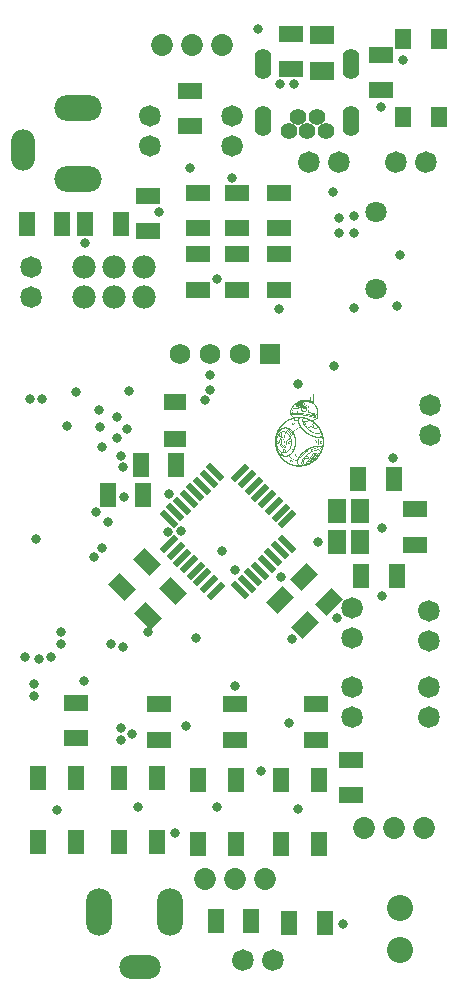
<source format=gts>
G04*
G04 #@! TF.GenerationSoftware,Altium Limited,Altium Designer,24.3.1 (35)*
G04*
G04 Layer_Color=8388736*
%FSLAX44Y44*%
%MOMM*%
G71*
G04*
G04 #@! TF.SameCoordinates,270278F2-5DE0-4317-936F-1FC35F10D9A2*
G04*
G04*
G04 #@! TF.FilePolarity,Negative*
G04*
G01*
G75*
%ADD25R,1.8542X1.3716*%
%ADD28C,0.0000*%
%ADD29R,1.6032X2.0032*%
G04:AMPARAMS|DCode=30|XSize=0.5588mm|YSize=1.7008mm|CornerRadius=0mm|HoleSize=0mm|Usage=FLASHONLY|Rotation=45.000|XOffset=0mm|YOffset=0mm|HoleType=Round|Shape=Rectangle|*
%AMROTATEDRECTD30*
4,1,4,0.4038,-0.7989,-0.7989,0.4038,-0.4038,0.7989,0.7989,-0.4038,0.4038,-0.7989,0.0*
%
%ADD30ROTATEDRECTD30*%

G04:AMPARAMS|DCode=31|XSize=0.5588mm|YSize=1.7008mm|CornerRadius=0mm|HoleSize=0mm|Usage=FLASHONLY|Rotation=315.000|XOffset=0mm|YOffset=0mm|HoleType=Round|Shape=Rectangle|*
%AMROTATEDRECTD31*
4,1,4,-0.7989,-0.4038,0.4038,0.7989,0.7989,0.4038,-0.4038,-0.7989,-0.7989,-0.4038,0.0*
%
%ADD31ROTATEDRECTD31*%

%ADD32R,1.3208X2.0066*%
G04:AMPARAMS|DCode=33|XSize=1.3208mm|YSize=2.0066mm|CornerRadius=0mm|HoleSize=0mm|Usage=FLASHONLY|Rotation=45.000|XOffset=0mm|YOffset=0mm|HoleType=Round|Shape=Rectangle|*
%AMROTATEDRECTD33*
4,1,4,0.2425,-1.1764,-1.1764,0.2425,-0.2425,1.1764,1.1764,-0.2425,0.2425,-1.1764,0.0*
%
%ADD33ROTATEDRECTD33*%

%ADD34R,2.0066X1.3208*%
%ADD35R,2.0532X1.5532*%
%ADD36R,1.4032X1.7032*%
%ADD37R,1.4097X2.1032*%
G04:AMPARAMS|DCode=38|XSize=1.3208mm|YSize=2.0066mm|CornerRadius=0mm|HoleSize=0mm|Usage=FLASHONLY|Rotation=135.000|XOffset=0mm|YOffset=0mm|HoleType=Round|Shape=Rectangle|*
%AMROTATEDRECTD38*
4,1,4,1.1764,0.2425,-0.2425,-1.1764,-1.1764,-0.2425,0.2425,1.1764,1.1764,0.2425,0.0*
%
%ADD38ROTATEDRECTD38*%

%ADD39C,1.8232*%
%ADD40C,1.8032*%
%ADD41O,1.4032X2.6032*%
%ADD42C,1.4032*%
%ADD43C,1.8532*%
%ADD44C,2.2032*%
%ADD45O,3.5032X2.0032*%
%ADD46O,2.2032X4.0032*%
%ADD47O,2.0032X3.5032*%
%ADD48O,4.0032X2.2032*%
%ADD49C,1.9812*%
%ADD50R,1.7272X1.7272*%
%ADD51C,1.7272*%
%ADD52C,0.8382*%
G36*
X261954Y498342D02*
X262145D01*
Y498278D01*
X262272D01*
Y498151D01*
X262335D01*
Y498087D01*
X262399D01*
Y497960D01*
X262463D01*
Y496942D01*
X262399D01*
Y496179D01*
X262335D01*
Y495542D01*
X262272D01*
Y494525D01*
X262208D01*
Y494143D01*
X262145D01*
Y493952D01*
X262208D01*
Y493888D01*
X262145D01*
Y493189D01*
X262081D01*
Y492552D01*
X262017D01*
Y491280D01*
X262081D01*
Y491153D01*
X262145D01*
Y491026D01*
X262208D01*
Y490962D01*
X262272D01*
Y490898D01*
X262335D01*
Y490835D01*
X262399D01*
Y490771D01*
X262463D01*
Y490707D01*
X262526D01*
Y490644D01*
X262590D01*
Y490580D01*
X262654D01*
Y490517D01*
X262717D01*
Y490453D01*
X262781D01*
Y490389D01*
X262844D01*
Y490326D01*
X262908D01*
Y490198D01*
X262972D01*
Y490135D01*
X263035D01*
Y490071D01*
X263099D01*
Y490008D01*
X263162D01*
Y489944D01*
X263226D01*
Y489880D01*
X263290D01*
Y489817D01*
X263353D01*
Y489689D01*
X263417D01*
Y489626D01*
X263481D01*
Y489562D01*
X263544D01*
Y489499D01*
X263608D01*
Y489435D01*
X263671D01*
Y489371D01*
X263735D01*
Y489244D01*
X263799D01*
Y489180D01*
X263862D01*
Y489053D01*
X263926D01*
Y488990D01*
X263990D01*
Y488862D01*
X264053D01*
Y488799D01*
X264117D01*
Y488735D01*
X264180D01*
Y488608D01*
X264244D01*
Y488544D01*
X264308D01*
Y488417D01*
X264371D01*
Y488290D01*
X264435D01*
Y488226D01*
X264499D01*
Y488099D01*
X264562D01*
Y487972D01*
X264626D01*
Y487844D01*
X264689D01*
Y487781D01*
X264753D01*
Y487654D01*
X264817D01*
Y487526D01*
X264880D01*
Y487399D01*
X264944D01*
Y487208D01*
X265007D01*
Y487081D01*
X265071D01*
Y486954D01*
X265135D01*
Y486890D01*
X265198D01*
Y486636D01*
X265262D01*
Y486508D01*
X265326D01*
Y486381D01*
X265389D01*
Y486127D01*
X265453D01*
Y485999D01*
X265516D01*
Y485681D01*
X265580D01*
Y485490D01*
X265644D01*
Y485236D01*
X265707D01*
Y484982D01*
X265771D01*
Y484600D01*
X265835D01*
Y484027D01*
X265898D01*
Y483836D01*
X265962D01*
Y481419D01*
X265898D01*
Y480719D01*
X265835D01*
Y480337D01*
X265771D01*
Y479828D01*
X265707D01*
Y479192D01*
X265644D01*
Y478747D01*
X265580D01*
Y478365D01*
X265516D01*
Y477856D01*
X265453D01*
Y477793D01*
X265389D01*
Y477729D01*
X265326D01*
Y477665D01*
X265262D01*
Y477602D01*
X265198D01*
Y477538D01*
X265135D01*
Y477474D01*
X265071D01*
Y477411D01*
X264944D01*
Y477347D01*
X264880D01*
Y477284D01*
X264753D01*
Y477220D01*
X264626D01*
Y477156D01*
X264499D01*
Y477093D01*
X264371D01*
Y477029D01*
X264308D01*
Y476965D01*
X264244D01*
Y476902D01*
X264053D01*
Y476838D01*
X263990D01*
Y476775D01*
X263862D01*
Y476711D01*
X263735D01*
Y476647D01*
X263608D01*
Y476584D01*
X263544D01*
Y476520D01*
X263417D01*
Y476456D01*
X263290D01*
Y476393D01*
X263226D01*
Y476329D01*
X263099D01*
Y476266D01*
X262972D01*
Y476202D01*
X262844D01*
Y476138D01*
X262717D01*
Y476075D01*
X262590D01*
Y476011D01*
X262526D01*
Y475947D01*
X262335D01*
Y475884D01*
X262208D01*
Y475820D01*
X262145D01*
Y475757D01*
X262017D01*
Y475693D01*
X261890D01*
Y475629D01*
X261826D01*
Y475438D01*
X261890D01*
Y475375D01*
X262017D01*
Y475311D01*
X262081D01*
Y475248D01*
X262145D01*
Y475184D01*
X262272D01*
Y475120D01*
X262335D01*
Y475057D01*
X262399D01*
Y474993D01*
X262463D01*
Y474930D01*
X262590D01*
Y474866D01*
X262654D01*
Y474802D01*
X262717D01*
Y474739D01*
X262781D01*
Y474675D01*
X262908D01*
Y474612D01*
X262972D01*
Y474548D01*
X263035D01*
Y474484D01*
X263099D01*
Y474421D01*
X263226D01*
Y474357D01*
X263290D01*
Y474293D01*
X263353D01*
Y474230D01*
X263417D01*
Y474166D01*
X263544D01*
Y474103D01*
X263608D01*
Y474039D01*
X263671D01*
Y473975D01*
X263735D01*
Y473912D01*
X263799D01*
Y473848D01*
X263862D01*
Y473784D01*
X263926D01*
Y473721D01*
X263990D01*
Y473657D01*
X264053D01*
Y473594D01*
X264180D01*
Y473530D01*
X264244D01*
Y473466D01*
X264308D01*
Y473403D01*
X264371D01*
Y473275D01*
X264435D01*
Y473212D01*
X264562D01*
Y473085D01*
X264626D01*
Y473021D01*
X264753D01*
Y472957D01*
X264817D01*
Y472894D01*
X264880D01*
Y472766D01*
X264944D01*
Y472703D01*
X265007D01*
Y472639D01*
X265071D01*
Y472576D01*
X265135D01*
Y472512D01*
X265198D01*
Y472448D01*
X265262D01*
Y472385D01*
X265326D01*
Y472321D01*
X265389D01*
Y472258D01*
X265453D01*
Y472194D01*
X265516D01*
Y472130D01*
X265580D01*
Y472003D01*
X265644D01*
Y471939D01*
X265707D01*
Y471876D01*
X265771D01*
Y471812D01*
X265835D01*
Y471749D01*
X265898D01*
Y471685D01*
X265962D01*
Y471621D01*
X266025D01*
Y471558D01*
X266089D01*
Y471431D01*
X266153D01*
Y471367D01*
X266216D01*
Y471303D01*
X266280D01*
Y471176D01*
X266343D01*
Y471112D01*
X266407D01*
Y471049D01*
X266471D01*
Y470985D01*
X266534D01*
Y470922D01*
X266598D01*
Y470794D01*
X266662D01*
Y470731D01*
X266725D01*
Y470603D01*
X266789D01*
Y470540D01*
X266852D01*
Y470413D01*
X266916D01*
Y470349D01*
X266980D01*
Y470285D01*
X267043D01*
Y470158D01*
X267107D01*
Y470094D01*
X267171D01*
Y469967D01*
X267234D01*
Y469904D01*
X267298D01*
Y469776D01*
X267361D01*
Y469713D01*
X267425D01*
Y469585D01*
X267489D01*
Y469458D01*
X267552D01*
Y469395D01*
X267616D01*
Y469267D01*
X267680D01*
Y469204D01*
X267743D01*
Y469140D01*
X267807D01*
Y468949D01*
X267870D01*
Y468886D01*
X267934D01*
Y468758D01*
X267998D01*
Y468631D01*
X268061D01*
Y468504D01*
X268125D01*
Y468377D01*
X268188D01*
Y468313D01*
X268252D01*
Y468186D01*
X268316D01*
Y468059D01*
X268379D01*
Y467931D01*
X268443D01*
Y467804D01*
X268507D01*
Y467677D01*
X268570D01*
Y467550D01*
X268634D01*
Y467422D01*
X268697D01*
Y467232D01*
X268761D01*
Y467104D01*
X268825D01*
Y466977D01*
X268888D01*
Y466850D01*
X268952D01*
Y466723D01*
X269016D01*
Y466532D01*
X269079D01*
Y466404D01*
X269143D01*
Y466277D01*
X269206D01*
Y466086D01*
X269270D01*
Y465896D01*
X269334D01*
Y465705D01*
X269397D01*
Y465577D01*
X269461D01*
Y465323D01*
X269524D01*
Y465196D01*
X269588D01*
Y465069D01*
X269652D01*
Y464814D01*
X269715D01*
Y464687D01*
X269779D01*
Y464369D01*
X269843D01*
Y464178D01*
X269906D01*
Y463923D01*
X269970D01*
Y463605D01*
X270033D01*
Y463414D01*
X270097D01*
Y463096D01*
X270161D01*
Y462969D01*
X270224D01*
Y462651D01*
X270288D01*
Y462269D01*
X270352D01*
Y462015D01*
X270415D01*
Y461442D01*
X270479D01*
Y461060D01*
X270542D01*
Y460488D01*
X270606D01*
Y459788D01*
X270670D01*
Y459088D01*
X270733D01*
Y456607D01*
X270670D01*
Y456034D01*
X270606D01*
Y455335D01*
X270542D01*
Y454826D01*
X270479D01*
Y454444D01*
X270415D01*
Y453999D01*
X270352D01*
Y453808D01*
X270288D01*
Y453362D01*
X270224D01*
Y453044D01*
X270161D01*
Y452981D01*
X270097D01*
Y452599D01*
X270033D01*
Y452408D01*
X269970D01*
Y452217D01*
X269906D01*
Y451899D01*
X269843D01*
Y451708D01*
X269779D01*
Y451390D01*
X269715D01*
Y451327D01*
X269652D01*
Y451136D01*
X269588D01*
Y450945D01*
X269524D01*
Y450818D01*
X269461D01*
Y450627D01*
X269397D01*
Y450499D01*
X269334D01*
Y450309D01*
X269270D01*
Y450181D01*
X269206D01*
Y449991D01*
X269143D01*
Y449800D01*
X269079D01*
Y449672D01*
X269016D01*
Y449545D01*
X268952D01*
Y449418D01*
X268888D01*
Y449291D01*
X268825D01*
Y449100D01*
X268761D01*
Y449036D01*
X268697D01*
Y448909D01*
X268634D01*
Y448782D01*
X268570D01*
Y448591D01*
X268507D01*
Y448527D01*
X268443D01*
Y448336D01*
X268379D01*
Y448273D01*
X268316D01*
Y448209D01*
X268252D01*
Y448082D01*
X268188D01*
Y447955D01*
X268125D01*
Y447827D01*
X268061D01*
Y447700D01*
X267998D01*
Y447573D01*
X267934D01*
Y447446D01*
X267870D01*
Y447382D01*
X267807D01*
Y447255D01*
X267743D01*
Y447191D01*
X267680D01*
Y447064D01*
X267616D01*
Y446937D01*
X267552D01*
Y446873D01*
X267489D01*
Y446810D01*
X267425D01*
Y446682D01*
X267361D01*
Y446555D01*
X267298D01*
Y446491D01*
X267234D01*
Y446364D01*
X267171D01*
Y446237D01*
X267107D01*
Y446173D01*
X267043D01*
Y446110D01*
X266980D01*
Y446046D01*
X266916D01*
Y445919D01*
X266852D01*
Y445792D01*
X266789D01*
Y445728D01*
X266725D01*
Y445601D01*
X266662D01*
Y445537D01*
X266598D01*
Y445474D01*
X266534D01*
Y445410D01*
X266471D01*
Y445346D01*
X266407D01*
Y445219D01*
X266343D01*
Y445155D01*
X266280D01*
Y445092D01*
X266216D01*
Y445028D01*
X266153D01*
Y444901D01*
X266089D01*
Y444837D01*
X266025D01*
Y444774D01*
X265962D01*
Y444710D01*
X265898D01*
Y444646D01*
X265835D01*
Y444519D01*
X265771D01*
Y444456D01*
X265707D01*
Y444392D01*
X265644D01*
Y444328D01*
X265580D01*
Y444201D01*
X265516D01*
Y444137D01*
X265453D01*
Y444074D01*
X265389D01*
Y444010D01*
X265326D01*
Y443947D01*
X265262D01*
Y443883D01*
X265198D01*
Y443819D01*
X265135D01*
Y443756D01*
X265071D01*
Y443692D01*
X265007D01*
Y443565D01*
X264880D01*
Y443438D01*
X264817D01*
Y443374D01*
X264753D01*
Y443310D01*
X264689D01*
Y443247D01*
X264626D01*
Y443183D01*
X264562D01*
Y443120D01*
X264499D01*
Y443056D01*
X264435D01*
Y442992D01*
X264371D01*
Y442929D01*
X264308D01*
Y442865D01*
X264244D01*
Y442802D01*
X264180D01*
Y442738D01*
X264117D01*
Y442674D01*
X264053D01*
Y442611D01*
X263990D01*
Y442547D01*
X263926D01*
Y442483D01*
X263862D01*
Y442420D01*
X263799D01*
Y442356D01*
X263671D01*
Y442293D01*
X263608D01*
Y442229D01*
X263544D01*
Y442165D01*
X263481D01*
Y442102D01*
X263417D01*
Y442038D01*
X263353D01*
Y441974D01*
X263290D01*
Y441911D01*
X263226D01*
Y441847D01*
X263099D01*
Y441783D01*
X263035D01*
Y441720D01*
X262972D01*
Y441656D01*
X262908D01*
Y441593D01*
X262844D01*
Y441529D01*
X262781D01*
Y441465D01*
X262654D01*
Y441402D01*
X262590D01*
Y441338D01*
X262526D01*
Y441275D01*
X262463D01*
Y441211D01*
X262335D01*
Y441147D01*
X262272D01*
Y441084D01*
X262145D01*
Y441020D01*
X262081D01*
Y440956D01*
X262017D01*
Y440893D01*
X261954D01*
Y440829D01*
X261826D01*
Y440766D01*
X261763D01*
Y440702D01*
X261699D01*
Y440638D01*
X261572D01*
Y440575D01*
X261445D01*
Y440511D01*
X261381D01*
Y440448D01*
X261254D01*
Y440384D01*
X261190D01*
Y440320D01*
X261127D01*
Y440257D01*
X260999D01*
Y440193D01*
X260936D01*
Y440129D01*
X260809D01*
Y440066D01*
X260681D01*
Y440002D01*
X260618D01*
Y439939D01*
X260490D01*
Y439875D01*
X260363D01*
Y439811D01*
X260236D01*
Y439748D01*
X260172D01*
Y439684D01*
X260045D01*
Y439621D01*
X259981D01*
Y439557D01*
X259854D01*
Y439493D01*
X259727D01*
Y439430D01*
X259600D01*
Y439366D01*
X259473D01*
Y439302D01*
X259345D01*
Y439239D01*
X259218D01*
Y439175D01*
X259091D01*
Y439112D01*
X259027D01*
Y439048D01*
X258836D01*
Y438984D01*
X258773D01*
Y438921D01*
X258582D01*
Y438857D01*
X258455D01*
Y438793D01*
X258264D01*
Y438730D01*
X258137D01*
Y438666D01*
X258009D01*
Y438603D01*
X257818D01*
Y438539D01*
X257755D01*
Y438475D01*
X257564D01*
Y438412D01*
X257373D01*
Y438348D01*
X257246D01*
Y438284D01*
X256991D01*
Y438221D01*
X256864D01*
Y438157D01*
X256610D01*
Y438094D01*
X256482D01*
Y438030D01*
X256292D01*
Y437966D01*
X256037D01*
Y437903D01*
X255910D01*
Y437839D01*
X255655D01*
Y437775D01*
X255401D01*
Y437712D01*
X255146D01*
Y437648D01*
X254956D01*
Y437585D01*
X254574D01*
Y437521D01*
X254256D01*
Y437457D01*
X253938D01*
Y437394D01*
X253556D01*
Y437330D01*
X253174D01*
Y437267D01*
X252856D01*
Y437203D01*
X252156D01*
Y437139D01*
X251456D01*
Y437076D01*
X247639D01*
Y437139D01*
X247448D01*
Y437203D01*
X246685D01*
Y437267D01*
X246494D01*
Y437330D01*
X246176D01*
Y437394D01*
X245794D01*
Y437457D01*
X245476D01*
Y437521D01*
X245158D01*
Y437585D01*
X244840D01*
Y437648D01*
X244649D01*
Y437712D01*
X244331D01*
Y437775D01*
X244204D01*
Y437839D01*
X243886D01*
Y437903D01*
X243758D01*
Y437966D01*
X243568D01*
Y438030D01*
X243377D01*
Y438094D01*
X243186D01*
Y438157D01*
X242995D01*
Y438221D01*
X242804D01*
Y438284D01*
X242613D01*
Y438348D01*
X242486D01*
Y438412D01*
X242295D01*
Y438475D01*
X242168D01*
Y438539D01*
X242041D01*
Y438603D01*
X241850D01*
Y438666D01*
X241723D01*
Y438730D01*
X241595D01*
Y438793D01*
X241404D01*
Y438857D01*
X241341D01*
Y438921D01*
X241150D01*
Y438984D01*
X241023D01*
Y439048D01*
X240896D01*
Y439112D01*
X240832D01*
Y439175D01*
X240705D01*
Y439239D01*
X240577D01*
Y439302D01*
X240450D01*
Y439366D01*
X240323D01*
Y439430D01*
X240196D01*
Y439493D01*
X240068D01*
Y439557D01*
X240005D01*
Y439621D01*
X239877D01*
Y439684D01*
X239750D01*
Y439748D01*
X239687D01*
Y439811D01*
X239559D01*
Y439875D01*
X239432D01*
Y439939D01*
X239305D01*
Y440002D01*
X239241D01*
Y440066D01*
X239114D01*
Y440129D01*
X238987D01*
Y440193D01*
X238923D01*
Y440257D01*
X238796D01*
Y440320D01*
X238732D01*
Y440384D01*
X238669D01*
Y440448D01*
X238542D01*
Y440511D01*
X238478D01*
Y440575D01*
X238414D01*
Y440638D01*
X238287D01*
Y440702D01*
X238223D01*
Y440766D01*
X238096D01*
Y440829D01*
X238033D01*
Y440893D01*
X237905D01*
Y440956D01*
X237842D01*
Y441020D01*
X237778D01*
Y441084D01*
X237715D01*
Y441147D01*
X237651D01*
Y441211D01*
X237524D01*
Y441275D01*
X237460D01*
Y441338D01*
X237396D01*
Y441402D01*
X237269D01*
Y441465D01*
X237206D01*
Y441529D01*
X237142D01*
Y441593D01*
X237078D01*
Y441656D01*
X237015D01*
Y441720D01*
X236951D01*
Y441783D01*
X236824D01*
Y441847D01*
X236760D01*
Y441911D01*
X236697D01*
Y441974D01*
X236569D01*
Y442038D01*
X236506D01*
Y442102D01*
X236442D01*
Y442165D01*
X236378D01*
Y442229D01*
X236315D01*
Y442293D01*
X236251D01*
Y442356D01*
X236188D01*
Y442420D01*
X236124D01*
Y442483D01*
X236060D01*
Y442547D01*
X235997D01*
Y442611D01*
X235933D01*
Y442674D01*
X235870D01*
Y442738D01*
X235742D01*
Y442865D01*
X235679D01*
Y442929D01*
X235615D01*
Y442992D01*
X235551D01*
Y443056D01*
X235488D01*
Y443120D01*
X235424D01*
Y443183D01*
X235297D01*
Y443310D01*
X235170D01*
Y443374D01*
X235106D01*
Y443501D01*
X235042D01*
Y443565D01*
X234979D01*
Y443629D01*
X234915D01*
Y443692D01*
X234852D01*
Y443756D01*
X234788D01*
Y443819D01*
X234724D01*
Y443883D01*
X234661D01*
Y444010D01*
X234597D01*
Y444074D01*
X234534D01*
Y444137D01*
X234470D01*
Y444201D01*
X234406D01*
Y444265D01*
X234343D01*
Y444328D01*
X234279D01*
Y444392D01*
X234215D01*
Y444456D01*
X234152D01*
Y444519D01*
X234088D01*
Y444583D01*
X234025D01*
Y444710D01*
X233961D01*
Y444774D01*
X233897D01*
Y444901D01*
X233834D01*
Y444964D01*
X233770D01*
Y445028D01*
X233706D01*
Y445092D01*
X233643D01*
Y445155D01*
X233579D01*
Y445283D01*
X233516D01*
Y445346D01*
X233452D01*
Y445410D01*
X233388D01*
Y445474D01*
X233325D01*
Y445537D01*
X233261D01*
Y445664D01*
X233197D01*
Y445728D01*
X233134D01*
Y445855D01*
X233070D01*
Y445919D01*
X233007D01*
Y445983D01*
X232943D01*
Y446110D01*
X232879D01*
Y446173D01*
X232816D01*
Y446301D01*
X232752D01*
Y446364D01*
X232689D01*
Y446491D01*
X232625D01*
Y446619D01*
X232561D01*
Y446682D01*
X232498D01*
Y446810D01*
X232434D01*
Y446873D01*
X232370D01*
Y447000D01*
X232307D01*
Y447064D01*
X232243D01*
Y447128D01*
X232180D01*
Y447255D01*
X232116D01*
Y447382D01*
X232052D01*
Y447509D01*
X231989D01*
Y447573D01*
X231925D01*
Y447700D01*
X231861D01*
Y447827D01*
X231798D01*
Y447955D01*
X231734D01*
Y448082D01*
X231671D01*
Y448146D01*
X231607D01*
Y448273D01*
X231543D01*
Y448400D01*
X231480D01*
Y448527D01*
X231416D01*
Y448655D01*
X231353D01*
Y448782D01*
X231289D01*
Y448973D01*
X231225D01*
Y449036D01*
X231162D01*
Y449227D01*
X231098D01*
Y449291D01*
X231034D01*
Y449418D01*
X230971D01*
Y449609D01*
X230907D01*
Y449736D01*
X230844D01*
Y449863D01*
X230780D01*
Y450054D01*
X230716D01*
Y450245D01*
X230653D01*
Y450436D01*
X230589D01*
Y450563D01*
X230525D01*
Y450754D01*
X230462D01*
Y450881D01*
X230398D01*
Y451072D01*
X230334D01*
Y451199D01*
X230271D01*
Y451454D01*
X230207D01*
Y451645D01*
X230144D01*
Y451899D01*
X230080D01*
Y452154D01*
X230016D01*
Y452345D01*
X229953D01*
Y452599D01*
X229889D01*
Y452853D01*
X229826D01*
Y453044D01*
X229762D01*
Y453362D01*
X229698D01*
Y453553D01*
X229635D01*
Y454062D01*
X229571D01*
Y454317D01*
X229508D01*
Y454826D01*
X229444D01*
Y455271D01*
X229380D01*
Y455716D01*
X229317D01*
Y456607D01*
X229253D01*
Y456989D01*
X229189D01*
Y457879D01*
X229253D01*
Y460106D01*
X229317D01*
Y460679D01*
X229380D01*
Y461124D01*
X229444D01*
Y461633D01*
X229508D01*
Y462015D01*
X229571D01*
Y462269D01*
X229635D01*
Y462778D01*
X229698D01*
Y462905D01*
X229762D01*
Y463287D01*
X229826D01*
Y463478D01*
X229889D01*
Y463669D01*
X229953D01*
Y463923D01*
X230016D01*
Y464114D01*
X230080D01*
Y464369D01*
X230144D01*
Y464560D01*
X230207D01*
Y464814D01*
X230271D01*
Y465005D01*
X230334D01*
Y465132D01*
X230398D01*
Y465323D01*
X230462D01*
Y465450D01*
X230525D01*
Y465641D01*
X230589D01*
Y465832D01*
X230653D01*
Y465959D01*
X230716D01*
Y466150D01*
X230780D01*
Y466341D01*
X230844D01*
Y466468D01*
X230907D01*
Y466595D01*
X230971D01*
Y466786D01*
X231034D01*
Y466850D01*
X231098D01*
Y466977D01*
X231162D01*
Y467168D01*
X231225D01*
Y467295D01*
X231289D01*
Y467422D01*
X231353D01*
Y467550D01*
X231416D01*
Y467677D01*
X231480D01*
Y467804D01*
X231543D01*
Y467931D01*
X231607D01*
Y468059D01*
X231671D01*
Y468122D01*
X231734D01*
Y468250D01*
X231798D01*
Y468377D01*
X231861D01*
Y468440D01*
X231925D01*
Y468568D01*
X231989D01*
Y468695D01*
X232052D01*
Y468822D01*
X232116D01*
Y468886D01*
X232180D01*
Y469013D01*
X232243D01*
Y469140D01*
X232307D01*
Y469204D01*
X232370D01*
Y469331D01*
X232434D01*
Y469395D01*
X232498D01*
Y469522D01*
X232561D01*
Y469649D01*
X232625D01*
Y469713D01*
X232689D01*
Y469840D01*
X232752D01*
Y469904D01*
X232816D01*
Y470031D01*
X232879D01*
Y470094D01*
X232943D01*
Y470222D01*
X233007D01*
Y470285D01*
X233070D01*
Y470413D01*
X233134D01*
Y470476D01*
X233197D01*
Y470603D01*
X233261D01*
Y470667D01*
X233325D01*
Y470731D01*
X233388D01*
Y470794D01*
X233452D01*
Y470922D01*
X233516D01*
Y470985D01*
X233579D01*
Y471112D01*
X233643D01*
Y471176D01*
X233706D01*
Y471240D01*
X233770D01*
Y471367D01*
X233834D01*
Y471431D01*
X233897D01*
Y471494D01*
X233961D01*
Y471621D01*
X234025D01*
Y471685D01*
X234088D01*
Y471749D01*
X234152D01*
Y471812D01*
X234215D01*
Y471876D01*
X234279D01*
Y471939D01*
X234343D01*
Y472003D01*
X234406D01*
Y472067D01*
X234470D01*
Y472194D01*
X234534D01*
Y472258D01*
X234597D01*
Y472321D01*
X234661D01*
Y472385D01*
X234724D01*
Y472448D01*
X234788D01*
Y472512D01*
X234852D01*
Y472576D01*
X234915D01*
Y472639D01*
X234979D01*
Y472766D01*
X235042D01*
Y472830D01*
X235106D01*
Y472894D01*
X235170D01*
Y472957D01*
X235233D01*
Y473021D01*
X235297D01*
Y473085D01*
X235361D01*
Y473148D01*
X235424D01*
Y473212D01*
X235488D01*
Y473275D01*
X235551D01*
Y473339D01*
X235615D01*
Y473403D01*
X235679D01*
Y473466D01*
X235742D01*
Y473530D01*
X235806D01*
Y473594D01*
X235870D01*
Y473657D01*
X235933D01*
Y473721D01*
X235997D01*
Y473784D01*
X236060D01*
Y473848D01*
X236188D01*
Y473912D01*
X236251D01*
Y474039D01*
X236315D01*
Y474103D01*
X236378D01*
Y474166D01*
X236506D01*
Y474230D01*
X236569D01*
Y474293D01*
X236633D01*
Y474357D01*
X236760D01*
Y474421D01*
X236824D01*
Y474484D01*
X236887D01*
Y474548D01*
X236951D01*
Y474612D01*
X237015D01*
Y474675D01*
X237142D01*
Y474739D01*
X237206D01*
Y474802D01*
X237269D01*
Y474866D01*
X237396D01*
Y474930D01*
X237460D01*
Y474993D01*
X237524D01*
Y475057D01*
X237587D01*
Y475120D01*
X237715D01*
Y475184D01*
X237778D01*
Y475248D01*
X237842D01*
Y475311D01*
X237969D01*
Y475375D01*
X238033D01*
Y475438D01*
X238160D01*
Y475502D01*
X238223D01*
Y475566D01*
X238351D01*
Y475629D01*
X238414D01*
Y475693D01*
X238542D01*
Y475757D01*
X238605D01*
Y475820D01*
X238669D01*
Y475884D01*
X238796D01*
Y475947D01*
X238860D01*
Y476011D01*
X238987D01*
Y476075D01*
X239051D01*
Y476138D01*
X239241D01*
Y476202D01*
X239305D01*
Y476266D01*
X239432D01*
Y476329D01*
X239559D01*
Y476393D01*
X239623D01*
Y476456D01*
X239750D01*
Y476520D01*
X239877D01*
Y476584D01*
X239941D01*
Y476647D01*
X240068D01*
Y476711D01*
X240196D01*
Y476775D01*
X240323D01*
Y476838D01*
X240450D01*
Y476902D01*
X240577D01*
Y476965D01*
X240705D01*
Y477029D01*
X240832D01*
Y477093D01*
X240959D01*
Y477156D01*
X241086D01*
Y477220D01*
X241214D01*
Y477284D01*
X241341D01*
Y477347D01*
X241532D01*
Y477411D01*
X241659D01*
Y477474D01*
X241786D01*
Y477538D01*
X241977D01*
Y477602D01*
X242104D01*
Y477665D01*
X242232D01*
Y477729D01*
X242422D01*
Y477793D01*
X242613D01*
Y477856D01*
X242740D01*
Y477920D01*
X242868D01*
Y477983D01*
X243122D01*
Y478047D01*
X243313D01*
Y478111D01*
X243504D01*
Y478174D01*
X243695D01*
Y478238D01*
X243822D01*
Y478302D01*
X244076D01*
Y478365D01*
X244204D01*
Y478429D01*
X244458D01*
Y478492D01*
X244522D01*
Y478619D01*
X244458D01*
Y478683D01*
X244395D01*
Y478747D01*
X244331D01*
Y478810D01*
X244267D01*
Y478874D01*
X244204D01*
Y478938D01*
X244140D01*
Y479001D01*
X244076D01*
Y479065D01*
X244013D01*
Y479128D01*
X243949D01*
Y479192D01*
X243886D01*
Y479256D01*
X243822D01*
Y479319D01*
X243758D01*
Y479383D01*
X243695D01*
Y479447D01*
X243631D01*
Y479510D01*
X243568D01*
Y479574D01*
X243440D01*
Y479701D01*
X243377D01*
Y479765D01*
X243249D01*
Y479828D01*
X243186D01*
Y479892D01*
X243122D01*
Y479956D01*
X243058D01*
Y480019D01*
X242995D01*
Y480083D01*
X242931D01*
Y480146D01*
X242868D01*
Y480210D01*
X242804D01*
Y480274D01*
X242740D01*
Y480337D01*
X242677D01*
Y480401D01*
X242550D01*
Y480465D01*
X242486D01*
Y480528D01*
X242422D01*
Y480655D01*
X242359D01*
Y480719D01*
X242295D01*
Y480783D01*
X242232D01*
Y480846D01*
X242168D01*
Y480974D01*
X242104D01*
Y481037D01*
X242041D01*
Y481164D01*
X241977D01*
Y481292D01*
X241913D01*
Y481419D01*
X241850D01*
Y481673D01*
X241786D01*
Y481928D01*
X241723D01*
Y482882D01*
X241786D01*
Y483200D01*
X241850D01*
Y483646D01*
X241913D01*
Y483836D01*
X241977D01*
Y484091D01*
X242041D01*
Y484218D01*
X242104D01*
Y484409D01*
X242168D01*
Y484663D01*
X242232D01*
Y484791D01*
X242295D01*
Y484982D01*
X242359D01*
Y485109D01*
X242422D01*
Y485300D01*
X242486D01*
Y485427D01*
X242550D01*
Y485618D01*
X242613D01*
Y485745D01*
X242677D01*
Y485809D01*
X242740D01*
Y485936D01*
X242804D01*
Y486063D01*
X242868D01*
Y486190D01*
X242931D01*
Y486318D01*
X242995D01*
Y486445D01*
X243058D01*
Y486572D01*
X243122D01*
Y486636D01*
X243186D01*
Y486763D01*
X243249D01*
Y486827D01*
X243313D01*
Y486954D01*
X243377D01*
Y487017D01*
X243440D01*
Y487145D01*
X243504D01*
Y487272D01*
X243568D01*
Y487336D01*
X243631D01*
Y487463D01*
X243695D01*
Y487590D01*
X243758D01*
Y487654D01*
X243822D01*
Y487717D01*
X243886D01*
Y487781D01*
X243949D01*
Y487908D01*
X244013D01*
Y488035D01*
X244076D01*
Y488099D01*
X244140D01*
Y488162D01*
X244204D01*
Y488226D01*
X244267D01*
Y488353D01*
X244331D01*
Y488417D01*
X244395D01*
Y488481D01*
X244458D01*
Y488608D01*
X244522D01*
Y488671D01*
X244585D01*
Y488735D01*
X244649D01*
Y488799D01*
X244713D01*
Y488862D01*
X244776D01*
Y488926D01*
X244840D01*
Y489053D01*
X244904D01*
Y489117D01*
X244967D01*
Y489180D01*
X245031D01*
Y489244D01*
X245094D01*
Y489308D01*
X245158D01*
Y489371D01*
X245222D01*
Y489435D01*
X245285D01*
Y489499D01*
X245349D01*
Y489562D01*
X245413D01*
Y489626D01*
X245476D01*
Y489689D01*
X245540D01*
Y489753D01*
X245603D01*
Y489817D01*
X245667D01*
Y489880D01*
X245731D01*
Y489944D01*
X245794D01*
Y490008D01*
X245858D01*
Y490071D01*
X245921D01*
Y490135D01*
X245985D01*
Y490198D01*
X246049D01*
Y490262D01*
X246112D01*
Y490326D01*
X246176D01*
Y490389D01*
X246240D01*
Y490453D01*
X246303D01*
Y490517D01*
X246367D01*
Y490580D01*
X246430D01*
Y490644D01*
X246558D01*
Y490707D01*
X246621D01*
Y490771D01*
X246749D01*
Y490835D01*
X246812D01*
Y490898D01*
X246939D01*
Y490962D01*
X247003D01*
Y491026D01*
X247067D01*
Y491089D01*
X247130D01*
Y491153D01*
X247257D01*
Y491216D01*
X247321D01*
Y491280D01*
X247448D01*
Y491343D01*
X247512D01*
Y491407D01*
X247639D01*
Y491471D01*
X247703D01*
Y491534D01*
X247766D01*
Y491598D01*
X247830D01*
Y491662D01*
X247894D01*
Y491725D01*
X248021D01*
Y491789D01*
X248085D01*
Y491852D01*
X248212D01*
Y491916D01*
X248339D01*
Y491980D01*
X248466D01*
Y492043D01*
X248594D01*
Y492107D01*
X248721D01*
Y492171D01*
X248848D01*
Y492234D01*
X248975D01*
Y492298D01*
X249039D01*
Y492361D01*
X249230D01*
Y492425D01*
X249357D01*
Y492489D01*
X249548D01*
Y492552D01*
X249611D01*
Y492616D01*
X249802D01*
Y492680D01*
X249930D01*
Y492743D01*
X250057D01*
Y492807D01*
X250184D01*
Y492870D01*
X250311D01*
Y492934D01*
X250566D01*
Y492998D01*
X250757D01*
Y493061D01*
X250884D01*
Y493125D01*
X251075D01*
Y493189D01*
X251393D01*
Y493252D01*
X251520D01*
Y493316D01*
X251775D01*
Y493379D01*
X252029D01*
Y493443D01*
X252220D01*
Y493507D01*
X252474D01*
Y493570D01*
X252856D01*
Y493634D01*
X253047D01*
Y493698D01*
X253938D01*
Y493761D01*
X255592D01*
Y493698D01*
X256355D01*
Y493634D01*
X256737D01*
Y493570D01*
X257055D01*
Y493507D01*
X257246D01*
Y493443D01*
X257628D01*
Y493379D01*
X257755D01*
Y493316D01*
X258009D01*
Y493252D01*
X258264D01*
Y493189D01*
X258455D01*
Y493125D01*
X258582D01*
Y493189D01*
X258645D01*
Y493507D01*
X258709D01*
Y494016D01*
X258773D01*
Y494970D01*
X258836D01*
Y495542D01*
X258900D01*
Y495861D01*
X258964D01*
Y495924D01*
X259027D01*
Y495988D01*
X259091D01*
Y496051D01*
X259600D01*
Y495988D01*
X259727D01*
Y495924D01*
X259791D01*
Y495861D01*
X259854D01*
Y494525D01*
X259791D01*
Y494143D01*
X259727D01*
Y492807D01*
X259791D01*
Y492743D01*
X259854D01*
Y492616D01*
X259918D01*
Y492552D01*
X259981D01*
Y492489D01*
X260045D01*
Y492425D01*
X260172D01*
Y492361D01*
X260300D01*
Y492298D01*
X260363D01*
Y492234D01*
X260490D01*
Y492171D01*
X260618D01*
Y492107D01*
X260745D01*
Y492043D01*
X260999D01*
Y492552D01*
X261063D01*
Y493507D01*
X261127D01*
Y494143D01*
X261190D01*
Y495097D01*
X261254D01*
Y496306D01*
X261318D01*
Y496879D01*
X261381D01*
Y498024D01*
X261445D01*
Y498214D01*
X261508D01*
Y498342D01*
X261636D01*
Y498405D01*
X261954D01*
Y498342D01*
D02*
G37*
%LPC*%
G36*
X254574Y492934D02*
X253047D01*
Y492870D01*
X252792D01*
Y492807D01*
X252729D01*
Y492743D01*
X252665D01*
Y492680D01*
X254447D01*
Y492743D01*
X254574D01*
Y492934D01*
D02*
G37*
G36*
X255910Y492870D02*
X255464D01*
Y492807D01*
X255401D01*
Y492743D01*
X255337D01*
Y492552D01*
X255846D01*
Y492489D01*
X256292D01*
Y492425D01*
X256482D01*
Y492361D01*
X256864D01*
Y492298D01*
X257182D01*
Y492361D01*
X257246D01*
Y492489D01*
X257182D01*
Y492552D01*
X257119D01*
Y492616D01*
X256864D01*
Y492680D01*
X256610D01*
Y492743D01*
X256037D01*
Y492807D01*
X255910D01*
Y492870D01*
D02*
G37*
G36*
X258073Y492425D02*
X257818D01*
Y492234D01*
X257882D01*
Y492171D01*
X257946D01*
Y492107D01*
X258137D01*
Y492043D01*
X258264D01*
Y491980D01*
X258518D01*
Y491916D01*
X258709D01*
Y491852D01*
X258836D01*
Y491789D01*
X259154D01*
Y491725D01*
X259409D01*
Y491662D01*
X259473D01*
Y491725D01*
X259409D01*
Y491789D01*
X259282D01*
Y491852D01*
X259091D01*
Y491916D01*
X258964D01*
Y491980D01*
X258836D01*
Y492043D01*
X258709D01*
Y492107D01*
X258518D01*
Y492171D01*
X258455D01*
Y492234D01*
X258264D01*
Y492298D01*
X258137D01*
Y492361D01*
X258073D01*
Y492425D01*
D02*
G37*
G36*
X252792Y491852D02*
X252665D01*
Y491725D01*
X252729D01*
Y491662D01*
X252792D01*
Y491534D01*
X252856D01*
Y491343D01*
X252920D01*
Y491280D01*
X252983D01*
Y491089D01*
X253047D01*
Y490898D01*
X253111D01*
Y490644D01*
X253174D01*
Y489944D01*
X253111D01*
Y489689D01*
X253047D01*
Y489371D01*
X252983D01*
Y489308D01*
X252920D01*
Y489117D01*
X253111D01*
Y489244D01*
X253174D01*
Y489308D01*
X253301D01*
Y489371D01*
X253365D01*
Y489435D01*
X253429D01*
Y489499D01*
X253556D01*
Y489562D01*
X253619D01*
Y489626D01*
X253683D01*
Y489689D01*
X253747D01*
Y489817D01*
X253810D01*
Y489944D01*
X253874D01*
Y490198D01*
X253810D01*
Y490453D01*
X253747D01*
Y490517D01*
Y490580D01*
Y490771D01*
X253683D01*
Y490898D01*
X253619D01*
Y490962D01*
X253556D01*
Y491026D01*
X253492D01*
Y491153D01*
X253429D01*
Y491280D01*
X253365D01*
Y491343D01*
X253301D01*
Y491407D01*
X253238D01*
Y491471D01*
X253174D01*
Y491534D01*
X253111D01*
Y491598D01*
X253047D01*
Y491662D01*
X252983D01*
Y491725D01*
X252856D01*
Y491789D01*
X252792D01*
Y491852D01*
D02*
G37*
G36*
X252347Y490962D02*
X252220D01*
Y490707D01*
X252283D01*
Y490326D01*
X252220D01*
Y490071D01*
X252156D01*
Y489817D01*
X252093D01*
Y489689D01*
X252029D01*
Y489562D01*
X251965D01*
Y489435D01*
X251902D01*
Y489371D01*
X251838D01*
Y489244D01*
X251775D01*
Y489180D01*
X251711D01*
Y489053D01*
X251647D01*
Y488990D01*
X251584D01*
Y488926D01*
X251520D01*
Y488862D01*
X251456D01*
Y488799D01*
X251393D01*
Y488735D01*
X251329D01*
Y488671D01*
X251202D01*
Y488608D01*
X251138D01*
Y488544D01*
X251075D01*
Y488481D01*
X251011D01*
Y488417D01*
X250884D01*
Y488353D01*
X250757D01*
Y488290D01*
X250629D01*
Y488226D01*
X250502D01*
Y488162D01*
X250311D01*
Y488099D01*
X250184D01*
Y488035D01*
X249993D01*
Y487972D01*
X249802D01*
Y487908D01*
X249611D01*
Y487781D01*
X249802D01*
Y487844D01*
X249993D01*
Y487908D01*
X250184D01*
Y487972D01*
X250375D01*
Y488035D01*
X250502D01*
Y488099D01*
X250693D01*
Y488162D01*
X250757D01*
Y488226D01*
X250884D01*
Y488290D01*
X251011D01*
Y488353D01*
X251138D01*
Y488417D01*
X251202D01*
Y488481D01*
X251329D01*
Y488544D01*
X251456D01*
Y488608D01*
X251520D01*
Y488671D01*
X251584D01*
Y488799D01*
X251647D01*
Y488862D01*
X251711D01*
Y488926D01*
X251775D01*
Y488990D01*
X251838D01*
Y489053D01*
X251902D01*
Y489117D01*
X251965D01*
Y489180D01*
X252029D01*
Y489308D01*
X252093D01*
Y489435D01*
X252156D01*
Y489562D01*
X252220D01*
Y489626D01*
X252283D01*
Y489880D01*
X252347D01*
Y490071D01*
X252411D01*
Y490644D01*
X252347D01*
Y490962D01*
D02*
G37*
G36*
X246558Y489753D02*
X246430D01*
Y489626D01*
X246367D01*
Y489562D01*
X246303D01*
Y489499D01*
X246240D01*
Y489435D01*
X246176D01*
Y489371D01*
X246112D01*
Y489244D01*
X246049D01*
Y489180D01*
X245985D01*
Y489053D01*
X245921D01*
Y488990D01*
X245858D01*
Y488926D01*
X245794D01*
Y488862D01*
X245731D01*
Y488735D01*
X245667D01*
Y488671D01*
X245603D01*
Y488544D01*
X245540D01*
Y488481D01*
X245476D01*
Y488417D01*
X245413D01*
Y488353D01*
X245349D01*
Y488290D01*
X245285D01*
Y488162D01*
X245222D01*
Y488035D01*
X245158D01*
Y487972D01*
X245094D01*
Y487908D01*
X245031D01*
Y487844D01*
X244967D01*
Y487781D01*
X244904D01*
Y487717D01*
X244840D01*
Y487590D01*
X244776D01*
Y487526D01*
Y487463D01*
X244713D01*
Y487399D01*
X244649D01*
Y487336D01*
X244585D01*
Y487272D01*
X244522D01*
Y487145D01*
X244458D01*
Y487081D01*
X244395D01*
Y487017D01*
X244331D01*
Y486890D01*
X244267D01*
Y486827D01*
X244204D01*
Y486763D01*
X244140D01*
Y486636D01*
X244076D01*
Y486572D01*
X244013D01*
Y486508D01*
X243949D01*
Y486445D01*
X243886D01*
Y486381D01*
X243822D01*
Y486190D01*
X244140D01*
Y486254D01*
X244522D01*
Y486318D01*
X244713D01*
Y486381D01*
X245094D01*
Y486445D01*
X245413D01*
Y486508D01*
X246176D01*
Y486572D01*
X247512D01*
Y486508D01*
X248148D01*
Y486445D01*
X248466D01*
Y486381D01*
X248784D01*
Y486445D01*
X248848D01*
Y486508D01*
X248912D01*
Y486572D01*
X248975D01*
Y486636D01*
X249039D01*
Y486699D01*
X249166D01*
Y486827D01*
X249230D01*
Y486890D01*
X249166D01*
Y486954D01*
X249039D01*
Y487017D01*
X248594D01*
Y487081D01*
X248403D01*
Y487145D01*
X248212D01*
Y487208D01*
X248085D01*
Y487272D01*
X247894D01*
Y487336D01*
X247766D01*
Y487399D01*
X247703D01*
Y487463D01*
X247639D01*
Y487526D01*
X247512D01*
Y487590D01*
X247448D01*
Y487654D01*
X247385D01*
Y487717D01*
X247321D01*
Y487781D01*
X247257D01*
Y487844D01*
X247194D01*
Y487908D01*
X247130D01*
Y488035D01*
X247067D01*
Y488162D01*
X247003D01*
Y488290D01*
X246939D01*
Y488353D01*
X246876D01*
Y488481D01*
X246812D01*
Y488608D01*
X246749D01*
Y488926D01*
X246685D01*
Y489117D01*
X246621D01*
Y489689D01*
X246558D01*
Y489753D01*
D02*
G37*
G36*
X247257Y485936D02*
X246494D01*
Y485872D01*
X245349D01*
Y485809D01*
X245222D01*
Y485872D01*
X245031D01*
Y485809D01*
X244713D01*
Y485745D01*
X244395D01*
Y485681D01*
X244140D01*
Y485618D01*
X244013D01*
Y485554D01*
X243886D01*
Y485490D01*
X243822D01*
Y485427D01*
X243758D01*
Y485363D01*
X243695D01*
Y485300D01*
X243568D01*
Y485172D01*
X243504D01*
Y485045D01*
X243440D01*
Y484982D01*
X243377D01*
Y484854D01*
X243313D01*
Y484663D01*
X243249D01*
Y484409D01*
X243186D01*
Y484218D01*
X243122D01*
Y483964D01*
X243058D01*
Y483709D01*
X242995D01*
Y483582D01*
X242931D01*
Y483391D01*
X242868D01*
Y483264D01*
X242804D01*
Y483073D01*
X242740D01*
Y482882D01*
X242677D01*
Y482818D01*
X242613D01*
Y482628D01*
X242868D01*
Y482691D01*
X243249D01*
Y482755D01*
X243313D01*
Y483009D01*
X243249D01*
Y483137D01*
X243313D01*
Y483327D01*
X243249D01*
Y483518D01*
X243313D01*
Y483964D01*
X243377D01*
Y484345D01*
X243440D01*
Y484409D01*
Y484663D01*
X243504D01*
Y484791D01*
X243568D01*
Y485045D01*
X243631D01*
Y485109D01*
X243758D01*
Y485172D01*
X243886D01*
Y485236D01*
X244076D01*
Y485172D01*
X244522D01*
Y485109D01*
X244585D01*
Y485045D01*
X244649D01*
Y484982D01*
X244713D01*
Y484854D01*
X244776D01*
Y483836D01*
X244713D01*
Y483391D01*
X244649D01*
Y482882D01*
X246685D01*
Y482818D01*
X246749D01*
Y482882D01*
X246939D01*
Y482818D01*
X247257D01*
Y482882D01*
X247830D01*
Y482818D01*
X248021D01*
Y482882D01*
X248148D01*
Y483009D01*
X248212D01*
Y483455D01*
X248275D01*
Y484282D01*
X248339D01*
Y484536D01*
X248403D01*
Y484982D01*
X248466D01*
Y485172D01*
X248530D01*
Y485618D01*
X248594D01*
Y485681D01*
X248530D01*
Y485745D01*
X248275D01*
Y485809D01*
X248021D01*
Y485872D01*
X247257D01*
Y485936D01*
D02*
G37*
G36*
X252792Y487017D02*
X252665D01*
Y486954D01*
X252602D01*
Y486890D01*
X252538D01*
Y486827D01*
X252474D01*
Y486763D01*
X252411D01*
Y486699D01*
X252347D01*
Y486572D01*
X252283D01*
Y486381D01*
X252220D01*
Y486190D01*
X252156D01*
Y486127D01*
X252220D01*
Y485872D01*
Y485809D01*
Y485172D01*
X252283D01*
Y484982D01*
X252347D01*
Y484854D01*
X252411D01*
Y484727D01*
X252474D01*
Y484663D01*
X252538D01*
Y484600D01*
X252602D01*
Y484536D01*
X252665D01*
Y484409D01*
X252729D01*
Y484345D01*
X252792D01*
Y484282D01*
X252856D01*
Y484218D01*
X252920D01*
Y484155D01*
X253047D01*
Y484091D01*
X253174D01*
Y484027D01*
X253238D01*
Y483964D01*
X253429D01*
Y483900D01*
X253556D01*
Y483836D01*
X253747D01*
Y483773D01*
X254765D01*
Y483836D01*
X254956D01*
Y483900D01*
X255083D01*
Y483964D01*
X255210D01*
Y484027D01*
X255337D01*
Y484091D01*
X255401D01*
Y484155D01*
X255464D01*
Y484218D01*
X255528D01*
Y484282D01*
X255592D01*
Y484345D01*
X255655D01*
Y484473D01*
X255719D01*
Y484536D01*
X255783D01*
Y484663D01*
X255846D01*
Y484854D01*
X255910D01*
Y485172D01*
X255973D01*
Y485936D01*
X255910D01*
Y486190D01*
X255846D01*
Y486381D01*
X255783D01*
Y486445D01*
X255719D01*
Y486572D01*
X255655D01*
Y486699D01*
X255592D01*
Y486763D01*
X255401D01*
Y486445D01*
X255337D01*
Y486318D01*
X255274D01*
Y486127D01*
X255210D01*
Y486063D01*
X255146D01*
Y485936D01*
X255083D01*
Y485872D01*
X255019D01*
Y485809D01*
X254956D01*
Y485745D01*
X254892D01*
Y485681D01*
X254765D01*
Y485618D01*
X254637D01*
Y485554D01*
X254510D01*
Y485490D01*
X254192D01*
Y485427D01*
X254065D01*
Y485490D01*
X253747D01*
Y485554D01*
X253556D01*
Y485618D01*
X253429D01*
Y485681D01*
X253301D01*
Y485745D01*
X253238D01*
Y485809D01*
X253111D01*
Y485872D01*
X253047D01*
Y485936D01*
X252983D01*
Y486127D01*
X252920D01*
Y486254D01*
X252856D01*
Y486954D01*
X252792D01*
Y487017D01*
D02*
G37*
G36*
X244140Y484473D02*
X244013D01*
Y484409D01*
X243949D01*
Y483900D01*
X243886D01*
Y483709D01*
X243822D01*
Y483327D01*
X243758D01*
Y483264D01*
X243822D01*
Y483200D01*
X244013D01*
Y483264D01*
X244076D01*
Y483391D01*
X244140D01*
Y483836D01*
X244204D01*
Y484345D01*
X244140D01*
Y484473D01*
D02*
G37*
G36*
X254828Y489053D02*
X254128D01*
Y488990D01*
X253938D01*
Y488926D01*
X253810D01*
Y488862D01*
X253619D01*
Y488799D01*
X253556D01*
Y488735D01*
X253429D01*
Y488671D01*
X253301D01*
Y488608D01*
X253238D01*
Y488544D01*
X253174D01*
Y488481D01*
X253111D01*
Y488417D01*
X253047D01*
Y488353D01*
X252920D01*
Y488290D01*
X252856D01*
Y488162D01*
X252729D01*
Y487972D01*
X252856D01*
Y488035D01*
X253111D01*
Y488099D01*
X253683D01*
Y488162D01*
X253938D01*
Y488226D01*
X254192D01*
Y488162D01*
X254701D01*
Y488099D01*
X255146D01*
Y488035D01*
X255274D01*
Y487972D01*
X255337D01*
Y487908D01*
X255528D01*
Y487844D01*
X255592D01*
Y487781D01*
X255719D01*
Y487717D01*
X255783D01*
Y487654D01*
X255910D01*
Y487590D01*
X255973D01*
Y487526D01*
X256037D01*
Y487463D01*
X256101D01*
Y487399D01*
X256164D01*
Y487272D01*
X256228D01*
Y487208D01*
X256292D01*
Y487145D01*
X256355D01*
Y486954D01*
X256419D01*
Y486890D01*
X256482D01*
Y486699D01*
X256546D01*
Y486572D01*
X256610D01*
Y486381D01*
X256673D01*
Y486127D01*
X256737D01*
Y485936D01*
X256800D01*
Y485618D01*
X256737D01*
Y485109D01*
X256673D01*
Y484854D01*
X256610D01*
Y484600D01*
X256546D01*
Y484473D01*
X256482D01*
Y484345D01*
X256419D01*
Y484218D01*
X256355D01*
Y484155D01*
X256292D01*
Y484027D01*
X256228D01*
Y483964D01*
X256164D01*
Y483900D01*
X256101D01*
Y483836D01*
X256037D01*
Y483773D01*
X255973D01*
Y483709D01*
X255910D01*
Y483646D01*
X255846D01*
Y483582D01*
X255783D01*
Y483518D01*
X255719D01*
Y483455D01*
X255592D01*
Y483391D01*
X255528D01*
Y483327D01*
X255337D01*
Y483264D01*
X255274D01*
Y483200D01*
X255083D01*
Y483137D01*
X254828D01*
Y483073D01*
X254510D01*
Y483009D01*
X253938D01*
Y483073D01*
X253619D01*
Y483137D01*
X253365D01*
Y483200D01*
X253238D01*
Y483264D01*
X253111D01*
Y483327D01*
X252920D01*
Y483391D01*
X252792D01*
Y483455D01*
X252665D01*
Y483518D01*
X252602D01*
Y483582D01*
X252538D01*
Y483646D01*
X252411D01*
Y483709D01*
X252347D01*
Y483773D01*
X252283D01*
Y483836D01*
X252220D01*
Y483900D01*
X252156D01*
Y483964D01*
X252093D01*
Y484027D01*
X252029D01*
Y484091D01*
X251965D01*
Y484218D01*
X251902D01*
Y484282D01*
X251775D01*
Y484409D01*
X251711D01*
Y484536D01*
X251647D01*
Y484600D01*
X251584D01*
Y484791D01*
X251520D01*
Y484918D01*
X251456D01*
Y485172D01*
X251393D01*
Y485999D01*
X251456D01*
Y486381D01*
X251520D01*
Y486636D01*
X251584D01*
Y486763D01*
X251647D01*
Y487081D01*
X251520D01*
Y487017D01*
X251266D01*
Y486954D01*
X251075D01*
Y486890D01*
X250884D01*
Y486827D01*
X250693D01*
Y486763D01*
X250566D01*
Y486699D01*
X250311D01*
Y486636D01*
X250184D01*
Y486572D01*
X250057D01*
Y486508D01*
X249739D01*
Y486445D01*
X249611D01*
Y486381D01*
X249484D01*
Y486318D01*
X249421D01*
Y486254D01*
X249357D01*
Y486063D01*
X249293D01*
Y485809D01*
X249230D01*
Y485490D01*
X249166D01*
Y485109D01*
X249102D01*
Y484918D01*
X249039D01*
Y484409D01*
X248975D01*
Y484282D01*
X248912D01*
Y483836D01*
X248848D01*
Y483518D01*
X248784D01*
Y483391D01*
X248721D01*
Y483073D01*
X248657D01*
Y482946D01*
X248721D01*
Y482818D01*
X249102D01*
Y482755D01*
X249611D01*
Y482691D01*
X249930D01*
Y482628D01*
X250502D01*
Y482564D01*
X251011D01*
Y482500D01*
X251266D01*
Y482437D01*
X251838D01*
Y482373D01*
X252283D01*
Y482309D01*
X252665D01*
Y482246D01*
X253365D01*
Y482182D01*
X253747D01*
Y482119D01*
X254256D01*
Y482055D01*
X254637D01*
Y481991D01*
X255146D01*
Y481928D01*
X255528D01*
Y481864D01*
X255910D01*
Y481801D01*
X256482D01*
Y481737D01*
X256928D01*
Y481864D01*
X256991D01*
Y482182D01*
X257055D01*
Y482500D01*
X257119D01*
Y482818D01*
X257182D01*
Y482946D01*
X257246D01*
Y483391D01*
X257309D01*
Y483518D01*
X257373D01*
Y483836D01*
X257437D01*
Y484091D01*
X257500D01*
Y484473D01*
X257564D01*
Y484918D01*
X257628D01*
Y485172D01*
X257691D01*
Y485554D01*
X257755D01*
Y486190D01*
X257818D01*
Y486636D01*
X257755D01*
Y486827D01*
X257691D01*
Y487081D01*
X257628D01*
Y487145D01*
X257564D01*
Y487336D01*
X257500D01*
Y487463D01*
X257437D01*
Y487526D01*
X257373D01*
Y487654D01*
X257309D01*
Y487717D01*
X257246D01*
Y487781D01*
X257182D01*
Y487844D01*
X257119D01*
Y487908D01*
X257055D01*
Y487972D01*
X256991D01*
Y488035D01*
X256928D01*
Y488099D01*
X256800D01*
Y488162D01*
X256737D01*
Y488226D01*
X256610D01*
Y488290D01*
X256482D01*
Y488353D01*
X256355D01*
Y488417D01*
X256292D01*
Y488481D01*
X256164D01*
Y488544D01*
X256101D01*
Y488608D01*
X255910D01*
Y488671D01*
X255783D01*
Y488735D01*
X255655D01*
Y488799D01*
X255464D01*
Y488862D01*
X255274D01*
Y488926D01*
X255083D01*
Y488990D01*
X254828D01*
Y489053D01*
D02*
G37*
G36*
X253938Y492043D02*
X253747D01*
Y491980D01*
X253683D01*
Y491852D01*
X253747D01*
Y491789D01*
X253810D01*
Y491725D01*
X253874D01*
Y491662D01*
X253938D01*
Y491534D01*
X254001D01*
Y491407D01*
X254065D01*
Y491280D01*
X254128D01*
Y491153D01*
X254192D01*
Y491026D01*
X254256D01*
Y490771D01*
X254319D01*
Y490453D01*
X254383D01*
Y489753D01*
X254447D01*
Y489626D01*
X254574D01*
Y489562D01*
X254828D01*
Y489499D01*
X255019D01*
Y489435D01*
X255274D01*
Y489371D01*
X255528D01*
Y489308D01*
X255719D01*
Y489244D01*
X255910D01*
Y489180D01*
X256037D01*
Y489117D01*
X256228D01*
Y489053D01*
X256355D01*
Y488990D01*
X256546D01*
Y488926D01*
X256610D01*
Y488862D01*
X256800D01*
Y488799D01*
X256928D01*
Y488735D01*
X256991D01*
Y488671D01*
X257119D01*
Y488608D01*
X257182D01*
Y488544D01*
X257309D01*
Y488481D01*
X257373D01*
Y488417D01*
X257437D01*
Y488353D01*
X257500D01*
Y488290D01*
X257564D01*
Y488226D01*
X257628D01*
Y488162D01*
X257691D01*
Y488099D01*
X257755D01*
Y488035D01*
X257818D01*
Y487908D01*
X257882D01*
Y487844D01*
X257946D01*
Y487717D01*
X258009D01*
Y487590D01*
X258073D01*
Y487526D01*
X258137D01*
Y487399D01*
X258200D01*
Y487145D01*
X258264D01*
Y487017D01*
X258327D01*
Y486381D01*
X258391D01*
Y485936D01*
X258327D01*
Y485427D01*
X258264D01*
Y485172D01*
X258200D01*
Y484727D01*
X258137D01*
Y484409D01*
X258073D01*
Y484091D01*
X258009D01*
Y483709D01*
X257946D01*
Y483518D01*
X258009D01*
Y483455D01*
X258327D01*
Y483391D01*
X258455D01*
Y483327D01*
X258836D01*
Y483264D01*
X258964D01*
Y483200D01*
X259218D01*
Y483137D01*
X259473D01*
Y483073D01*
X259663D01*
Y483009D01*
X259918D01*
Y482946D01*
X260109D01*
Y482882D01*
X260236D01*
Y482818D01*
X260300D01*
Y482691D01*
X260363D01*
Y482373D01*
X260300D01*
Y482119D01*
X260236D01*
Y481928D01*
X260172D01*
Y481673D01*
X260109D01*
Y481483D01*
X260045D01*
Y481228D01*
X259981D01*
Y481037D01*
X259918D01*
Y480846D01*
X259981D01*
Y480783D01*
X260172D01*
Y480719D01*
X260490D01*
Y480910D01*
X260554D01*
Y481164D01*
X260618D01*
Y481610D01*
X260681D01*
Y481864D01*
X260745D01*
Y482119D01*
X260809D01*
Y482246D01*
X260872D01*
Y482373D01*
X260936D01*
Y482500D01*
X260999D01*
Y482564D01*
X261063D01*
Y482628D01*
X261190D01*
Y482691D01*
X261826D01*
Y482628D01*
X261890D01*
Y482500D01*
X261954D01*
Y482437D01*
X262017D01*
Y482246D01*
X262081D01*
Y482182D01*
X262145D01*
Y481737D01*
X262081D01*
Y481419D01*
X262017D01*
Y480846D01*
X261954D01*
Y480401D01*
X262017D01*
Y480337D01*
X262081D01*
Y480528D01*
X262145D01*
Y480974D01*
X262208D01*
Y481101D01*
X262272D01*
Y481546D01*
X262335D01*
Y481864D01*
X262399D01*
Y482055D01*
X262463D01*
Y482119D01*
X262590D01*
Y482182D01*
X262717D01*
Y482246D01*
X262844D01*
Y482182D01*
X263035D01*
Y482119D01*
X263226D01*
Y482055D01*
X263290D01*
Y481991D01*
X263353D01*
Y481928D01*
X263417D01*
Y481864D01*
X263481D01*
Y481801D01*
X263544D01*
Y481610D01*
X263481D01*
Y481419D01*
X263417D01*
Y481101D01*
X263353D01*
Y480592D01*
X263290D01*
Y480146D01*
X263226D01*
Y479828D01*
X263417D01*
Y479956D01*
X263481D01*
Y480210D01*
X263544D01*
Y480592D01*
X263608D01*
Y480783D01*
X263671D01*
Y481164D01*
X263735D01*
Y481292D01*
X263799D01*
Y481419D01*
X263862D01*
Y481483D01*
X263926D01*
Y481546D01*
X264244D01*
Y481483D01*
X264371D01*
Y481419D01*
X264499D01*
Y481355D01*
X264626D01*
Y481292D01*
X264753D01*
Y481228D01*
X264944D01*
Y481292D01*
X265007D01*
Y482119D01*
X265071D01*
Y482246D01*
X265007D01*
Y482755D01*
X265071D01*
Y482882D01*
X265007D01*
Y483773D01*
X264944D01*
Y484282D01*
X264880D01*
Y484663D01*
X264817D01*
Y485045D01*
X264753D01*
Y485236D01*
X264689D01*
Y485490D01*
X264626D01*
Y485681D01*
X264562D01*
Y485872D01*
X264499D01*
Y485999D01*
X264435D01*
Y486190D01*
X264371D01*
Y486381D01*
X264308D01*
Y486572D01*
X264244D01*
Y486699D01*
X264180D01*
Y486827D01*
X264117D01*
Y487017D01*
X264053D01*
Y487081D01*
X263990D01*
Y487208D01*
X263926D01*
Y487336D01*
X263862D01*
Y487463D01*
X263799D01*
Y487590D01*
X263735D01*
Y487654D01*
X263671D01*
Y487781D01*
X263608D01*
Y487908D01*
X263544D01*
Y488035D01*
X263481D01*
Y488099D01*
X263417D01*
Y488226D01*
X263353D01*
Y488353D01*
X263226D01*
Y488481D01*
X263162D01*
Y488544D01*
X263099D01*
Y488608D01*
X263035D01*
Y488735D01*
X262972D01*
Y488799D01*
X262908D01*
Y488862D01*
X262844D01*
Y488926D01*
X262781D01*
Y489053D01*
X262717D01*
Y489117D01*
X262654D01*
Y489180D01*
X262590D01*
Y489244D01*
X262526D01*
Y489371D01*
X262463D01*
Y489435D01*
X262399D01*
Y489499D01*
X262335D01*
Y489562D01*
X262272D01*
Y489626D01*
X262208D01*
Y489689D01*
X262145D01*
Y489753D01*
X262017D01*
Y489817D01*
X261954D01*
Y489880D01*
X261890D01*
Y489944D01*
X261826D01*
Y490008D01*
X261699D01*
Y490071D01*
X261636D01*
Y490135D01*
X261508D01*
Y490198D01*
X261381D01*
Y490262D01*
X261318D01*
Y490326D01*
X261190D01*
Y490389D01*
X261063D01*
Y490453D01*
X260936D01*
Y490517D01*
X260745D01*
Y490580D01*
X260618D01*
Y490644D01*
X260427D01*
Y490707D01*
X260236D01*
Y490771D01*
X260045D01*
Y490835D01*
X259854D01*
Y490898D01*
X259663D01*
Y490962D01*
X259409D01*
Y491026D01*
X259282D01*
Y491089D01*
X258964D01*
Y491153D01*
X258773D01*
Y491216D01*
X258518D01*
Y491280D01*
X258264D01*
Y491343D01*
X258073D01*
Y491407D01*
X257755D01*
Y491471D01*
X257628D01*
Y491534D01*
X257246D01*
Y491598D01*
X256991D01*
Y491662D01*
X256673D01*
Y491725D01*
X256292D01*
Y491789D01*
X255846D01*
Y491852D01*
X255401D01*
Y491916D01*
X254828D01*
Y491980D01*
X253938D01*
Y492043D01*
D02*
G37*
G36*
X257946Y482882D02*
X257755D01*
Y482628D01*
X257691D01*
Y482309D01*
X257628D01*
Y482055D01*
X257564D01*
Y481546D01*
X257628D01*
Y481483D01*
X257882D01*
Y481419D01*
X258009D01*
Y481355D01*
X258327D01*
Y481292D01*
X258518D01*
Y481228D01*
X258645D01*
Y481164D01*
X258964D01*
Y481101D01*
X259345D01*
Y481164D01*
X259409D01*
Y481673D01*
X259473D01*
Y481864D01*
X259536D01*
Y482246D01*
X259600D01*
Y482373D01*
X259536D01*
Y482437D01*
X259473D01*
Y482500D01*
X259218D01*
Y482564D01*
X259027D01*
Y482628D01*
X258773D01*
Y482691D01*
X258455D01*
Y482755D01*
X258264D01*
Y482818D01*
X257946D01*
Y482882D01*
D02*
G37*
G36*
X261445Y481737D02*
X261318D01*
Y481610D01*
X261254D01*
Y481355D01*
X261190D01*
Y481292D01*
Y481228D01*
Y481037D01*
X261127D01*
Y480528D01*
X261190D01*
Y480465D01*
X261318D01*
Y480592D01*
X261381D01*
Y481164D01*
X261445D01*
Y481737D01*
D02*
G37*
G36*
X264562Y480719D02*
X264244D01*
Y480655D01*
X264180D01*
Y480401D01*
X264117D01*
Y480210D01*
X264053D01*
Y479828D01*
X263990D01*
Y479510D01*
X264117D01*
Y479447D01*
X264308D01*
Y479383D01*
X264435D01*
Y479319D01*
X264626D01*
Y479256D01*
X264817D01*
Y479319D01*
Y479574D01*
X264880D01*
Y479637D01*
X264817D01*
Y479828D01*
X264880D01*
Y480401D01*
X264817D01*
Y480465D01*
X264753D01*
Y480592D01*
X264689D01*
Y480655D01*
X264562D01*
Y480719D01*
D02*
G37*
G36*
X247639Y482055D02*
X244076D01*
Y481991D01*
X242613D01*
Y481928D01*
X242550D01*
Y481801D01*
X242931D01*
Y481864D01*
X243058D01*
Y481801D01*
X243377D01*
Y481864D01*
X246621D01*
Y481801D01*
X247448D01*
Y481737D01*
X248530D01*
Y481673D01*
X249802D01*
Y481610D01*
X250184D01*
Y481546D01*
X250884D01*
Y481483D01*
X251266D01*
Y481419D01*
X251965D01*
Y481355D01*
X252156D01*
Y481292D01*
X252665D01*
Y481228D01*
X253238D01*
Y481164D01*
X253429D01*
Y481101D01*
X253874D01*
Y481037D01*
X254447D01*
Y480974D01*
X254637D01*
Y480910D01*
X255210D01*
Y480846D01*
X255464D01*
Y480783D01*
X255719D01*
Y480719D01*
X255973D01*
Y480655D01*
X256228D01*
Y480592D01*
X256673D01*
Y480528D01*
X256864D01*
Y480465D01*
X257373D01*
Y480401D01*
X257628D01*
Y480337D01*
X257946D01*
Y480274D01*
X258200D01*
Y480210D01*
X258391D01*
Y480146D01*
X258709D01*
Y480083D01*
X258836D01*
Y480019D01*
X259282D01*
Y479956D01*
X259473D01*
Y479892D01*
X259663D01*
Y479828D01*
X259981D01*
Y479765D01*
X260300D01*
Y479701D01*
X260490D01*
Y479637D01*
X260681D01*
Y479574D01*
X260936D01*
Y479510D01*
X261063D01*
Y479447D01*
X261190D01*
Y479383D01*
X261572D01*
Y479319D01*
X261763D01*
Y479256D01*
X262017D01*
Y479192D01*
X262208D01*
Y479128D01*
X262399D01*
Y479065D01*
X262717D01*
Y479001D01*
X262844D01*
Y478938D01*
X263035D01*
Y478874D01*
X263162D01*
Y478810D01*
X263417D01*
Y478747D01*
X263608D01*
Y478683D01*
X263862D01*
Y478619D01*
X264053D01*
Y478556D01*
X264244D01*
Y478492D01*
X264435D01*
Y478429D01*
X264562D01*
Y478365D01*
X264626D01*
Y478429D01*
X264689D01*
Y478619D01*
X264562D01*
Y478683D01*
X264371D01*
Y478747D01*
X264244D01*
Y478810D01*
X264117D01*
Y478874D01*
X263862D01*
Y478938D01*
X263671D01*
Y479001D01*
X263481D01*
Y479065D01*
X263353D01*
Y479128D01*
X263099D01*
Y479192D01*
X262972D01*
Y479256D01*
X262717D01*
Y479319D01*
X262590D01*
Y479383D01*
X262463D01*
Y479447D01*
X262145D01*
Y479510D01*
X261954D01*
Y479574D01*
X261699D01*
Y479637D01*
X261508D01*
Y479701D01*
X261318D01*
Y479765D01*
X261127D01*
Y479828D01*
X260936D01*
Y479892D01*
X260745D01*
Y479956D01*
X260554D01*
Y480019D01*
X260236D01*
Y480083D01*
X260109D01*
Y480146D01*
X259854D01*
Y480210D01*
X259536D01*
Y480274D01*
X259282D01*
Y480337D01*
X259091D01*
Y480401D01*
X258836D01*
Y480465D01*
X258709D01*
Y480528D01*
X258391D01*
Y480592D01*
X258137D01*
Y480655D01*
X257946D01*
Y480719D01*
X257564D01*
Y480783D01*
X257309D01*
Y480846D01*
X256928D01*
Y480910D01*
X256610D01*
Y480974D01*
X256355D01*
Y481037D01*
X256101D01*
Y481101D01*
X255783D01*
Y481164D01*
X255464D01*
Y481228D01*
X255274D01*
Y481292D01*
X254701D01*
Y481355D01*
X254383D01*
Y481419D01*
X253874D01*
Y481483D01*
X253365D01*
Y481546D01*
X253111D01*
Y481610D01*
X252411D01*
Y481673D01*
X252156D01*
Y481737D01*
X251584D01*
Y481801D01*
X251075D01*
Y481864D01*
X250184D01*
Y481928D01*
X249230D01*
Y481991D01*
X247639D01*
Y482055D01*
D02*
G37*
G36*
X249039Y478174D02*
X248721D01*
Y478111D01*
X248021D01*
Y478047D01*
X247830D01*
Y477983D01*
X247257D01*
Y477920D01*
X247003D01*
Y477856D01*
X246494D01*
Y477793D01*
X246430D01*
Y477729D01*
X246367D01*
Y477411D01*
X246303D01*
Y476647D01*
X246240D01*
Y476456D01*
X246303D01*
Y476393D01*
X246367D01*
Y476329D01*
X246558D01*
Y476393D01*
X247194D01*
Y476456D01*
X248594D01*
Y476520D01*
X248721D01*
Y476647D01*
X248784D01*
Y476775D01*
X248848D01*
Y477029D01*
X248912D01*
Y477411D01*
X248975D01*
Y477665D01*
X249039D01*
Y477920D01*
X249102D01*
Y478111D01*
X249039D01*
Y478174D01*
D02*
G37*
G36*
X245540Y481101D02*
X243313D01*
Y480974D01*
X243377D01*
Y480910D01*
X243440D01*
Y480846D01*
X243504D01*
Y480783D01*
X243568D01*
Y480719D01*
X243631D01*
Y480655D01*
X243695D01*
Y480592D01*
X243758D01*
Y480528D01*
X243822D01*
Y480465D01*
X243886D01*
Y480401D01*
X243949D01*
Y480337D01*
X244076D01*
Y480274D01*
X244140D01*
Y480210D01*
X244204D01*
Y480146D01*
X244267D01*
Y480083D01*
X244331D01*
Y480019D01*
X244395D01*
Y479956D01*
X244458D01*
Y479892D01*
X244522D01*
Y479828D01*
X244585D01*
Y479765D01*
X244649D01*
Y479701D01*
X244776D01*
Y479637D01*
X244840D01*
Y479574D01*
X244904D01*
Y479510D01*
X244967D01*
Y479447D01*
X245031D01*
Y479383D01*
X245094D01*
Y479319D01*
X245158D01*
Y479256D01*
X245222D01*
Y479192D01*
X245285D01*
Y479128D01*
X245349D01*
Y479065D01*
X245413D01*
Y479001D01*
X245540D01*
Y478938D01*
X245667D01*
Y478874D01*
X245985D01*
Y478810D01*
X246176D01*
Y478874D01*
X246494D01*
Y478938D01*
X246876D01*
Y479001D01*
X247067D01*
Y479065D01*
X247766D01*
Y479128D01*
X248212D01*
Y479192D01*
X251838D01*
Y479128D01*
X252283D01*
Y479065D01*
X252729D01*
Y479001D01*
X253174D01*
Y478938D01*
X253683D01*
Y478874D01*
X253810D01*
Y478810D01*
X254128D01*
Y478747D01*
X254510D01*
Y478683D01*
X254701D01*
Y478619D01*
X255019D01*
Y478556D01*
X255274D01*
Y478492D01*
X255464D01*
Y478429D01*
X255783D01*
Y478365D01*
X255910D01*
Y478302D01*
X256164D01*
Y478238D01*
X256355D01*
Y478174D01*
X256546D01*
Y478111D01*
X256737D01*
Y478047D01*
X256928D01*
Y477983D01*
X257055D01*
Y477920D01*
X257246D01*
Y477856D01*
X257437D01*
Y477793D01*
X257564D01*
Y477729D01*
X257755D01*
Y477665D01*
X257882D01*
Y477602D01*
X258009D01*
Y477538D01*
X258200D01*
Y477474D01*
X258327D01*
Y477411D01*
X258455D01*
Y477347D01*
X258582D01*
Y477284D01*
X258709D01*
Y477220D01*
X258900D01*
Y477156D01*
X258964D01*
Y477093D01*
X259154D01*
Y477029D01*
X259282D01*
Y476965D01*
X259345D01*
Y476902D01*
X259473D01*
Y476838D01*
X259600D01*
Y476775D01*
X259727D01*
Y476711D01*
X259854D01*
Y476647D01*
X259981D01*
Y476584D01*
X260109D01*
Y476520D01*
X260236D01*
Y476456D01*
X260363D01*
Y476393D01*
X260427D01*
Y476329D01*
X260554D01*
Y476266D01*
X260681D01*
Y476202D01*
X260809D01*
Y476138D01*
X261063D01*
Y476202D01*
X261127D01*
Y476266D01*
X261254D01*
Y476329D01*
X261381D01*
Y476393D01*
X261508D01*
Y476456D01*
X261636D01*
Y476520D01*
X261763D01*
Y476584D01*
X261890D01*
Y476647D01*
X262017D01*
Y476711D01*
X262145D01*
Y476775D01*
X262272D01*
Y476838D01*
X262399D01*
Y476902D01*
X262526D01*
Y476965D01*
X262590D01*
Y477029D01*
X262654D01*
Y477093D01*
X262844D01*
Y477156D01*
X262972D01*
Y477220D01*
X263099D01*
Y477284D01*
X263226D01*
Y477347D01*
X263353D01*
Y477411D01*
X263481D01*
Y477474D01*
X263544D01*
Y477538D01*
X263671D01*
Y477602D01*
X263799D01*
Y477665D01*
X263926D01*
Y477729D01*
X264053D01*
Y477793D01*
X264117D01*
Y477856D01*
X264053D01*
Y477920D01*
X263990D01*
Y477983D01*
X263671D01*
Y478047D01*
X263544D01*
Y478111D01*
X263226D01*
Y478174D01*
X263099D01*
Y478238D01*
X262972D01*
Y478302D01*
X262654D01*
Y478365D01*
X262463D01*
Y478429D01*
X262145D01*
Y478492D01*
X261954D01*
Y478556D01*
X261763D01*
Y478619D01*
X261572D01*
Y478683D01*
X261254D01*
Y478747D01*
X261063D01*
Y478810D01*
X260936D01*
Y478874D01*
X260554D01*
Y478938D01*
X260363D01*
Y479001D01*
X260109D01*
Y479065D01*
X259791D01*
Y479128D01*
X259600D01*
Y479192D01*
X259218D01*
Y479256D01*
X259027D01*
Y479319D01*
X258773D01*
Y479383D01*
X258455D01*
Y479447D01*
X258264D01*
Y479510D01*
X258009D01*
Y479574D01*
X257628D01*
Y479637D01*
X257246D01*
Y479701D01*
X256991D01*
Y479765D01*
X256610D01*
Y479828D01*
X256355D01*
Y479892D01*
X256037D01*
Y479956D01*
X255592D01*
Y480019D01*
X255401D01*
Y480083D01*
X255083D01*
Y480146D01*
X254637D01*
Y480210D01*
X254256D01*
Y480274D01*
X253683D01*
Y480337D01*
X253365D01*
Y480401D01*
X252920D01*
Y480465D01*
X252411D01*
Y480528D01*
X251775D01*
Y480592D01*
X251520D01*
Y480655D01*
X251138D01*
Y480719D01*
X250375D01*
Y480783D01*
X249739D01*
Y480846D01*
X249039D01*
Y480910D01*
X247703D01*
Y480974D01*
X247003D01*
Y481037D01*
X245540D01*
Y481101D01*
D02*
G37*
G36*
X254319Y477665D02*
X253938D01*
Y477602D01*
X253810D01*
Y477538D01*
X253683D01*
Y477474D01*
X253619D01*
Y477411D01*
X253556D01*
Y477347D01*
X253492D01*
Y477284D01*
X253429D01*
Y477220D01*
X253365D01*
Y477093D01*
X253301D01*
Y476965D01*
X253238D01*
Y476838D01*
X253174D01*
Y476647D01*
X253111D01*
Y476520D01*
X253047D01*
Y476075D01*
X252983D01*
Y475757D01*
X253047D01*
Y475629D01*
X253111D01*
Y475438D01*
X253174D01*
Y475120D01*
X253238D01*
Y474930D01*
X253301D01*
Y474802D01*
X253365D01*
Y474675D01*
X253429D01*
Y474484D01*
X253492D01*
Y474357D01*
X253556D01*
Y474166D01*
X253619D01*
Y473975D01*
X253683D01*
Y473912D01*
X253747D01*
Y473721D01*
X253810D01*
Y473657D01*
X253874D01*
Y473530D01*
X253938D01*
Y473403D01*
X254001D01*
Y473275D01*
X254065D01*
Y473085D01*
X254128D01*
Y473021D01*
X254192D01*
Y472894D01*
X254256D01*
Y472830D01*
X254319D01*
Y472766D01*
X254383D01*
Y472639D01*
X254447D01*
Y472512D01*
X254510D01*
Y472448D01*
X254574D01*
Y472321D01*
X254637D01*
Y472194D01*
X254701D01*
Y472130D01*
X254765D01*
Y472067D01*
X254828D01*
Y471939D01*
X254892D01*
Y471876D01*
X254956D01*
Y471812D01*
X255019D01*
Y471685D01*
X255083D01*
Y471621D01*
X255146D01*
Y471558D01*
X255210D01*
Y471494D01*
X255274D01*
Y471367D01*
X255337D01*
Y471303D01*
X255401D01*
Y471240D01*
X255464D01*
Y471176D01*
X255528D01*
Y471112D01*
X255592D01*
Y470985D01*
X255655D01*
Y470922D01*
X255719D01*
Y470858D01*
X255783D01*
Y470794D01*
X255846D01*
Y470667D01*
X255910D01*
Y470603D01*
X255973D01*
Y470540D01*
X256037D01*
Y470476D01*
X256101D01*
Y470413D01*
X256164D01*
Y470349D01*
X256228D01*
Y470285D01*
X256292D01*
Y470222D01*
X256355D01*
Y470158D01*
X256419D01*
Y470094D01*
X256482D01*
Y470031D01*
X256546D01*
Y469967D01*
X256610D01*
Y469904D01*
X256673D01*
Y469840D01*
X256737D01*
Y469776D01*
X256800D01*
Y469713D01*
X256864D01*
Y469649D01*
X256928D01*
Y469585D01*
X256991D01*
Y469522D01*
X257055D01*
Y469458D01*
X257119D01*
Y469395D01*
X257182D01*
Y469331D01*
X257309D01*
Y469267D01*
X257373D01*
Y469204D01*
X257437D01*
Y469140D01*
X257500D01*
Y469076D01*
X257564D01*
Y469013D01*
X257628D01*
Y468949D01*
X257691D01*
Y468886D01*
X257818D01*
Y468822D01*
X257882D01*
Y468758D01*
X257946D01*
Y468695D01*
X258073D01*
Y468631D01*
X258137D01*
Y468568D01*
X258200D01*
Y468504D01*
X258264D01*
Y468440D01*
X258327D01*
Y468377D01*
X258455D01*
Y468313D01*
X258518D01*
Y468250D01*
X258582D01*
Y468186D01*
X258709D01*
Y468122D01*
X258836D01*
Y468059D01*
X258900D01*
Y467995D01*
X258964D01*
Y467931D01*
X259091D01*
Y467868D01*
X259154D01*
Y467804D01*
X259218D01*
Y467741D01*
X259345D01*
Y467677D01*
X259409D01*
Y467613D01*
X259536D01*
Y467550D01*
X259600D01*
Y467486D01*
X259727D01*
Y467422D01*
X259854D01*
Y467359D01*
X259918D01*
Y467295D01*
X260045D01*
Y467232D01*
X260109D01*
Y467168D01*
X260236D01*
Y467104D01*
X260300D01*
Y467041D01*
X260427D01*
Y466977D01*
X260554D01*
Y466913D01*
X260681D01*
Y466850D01*
X260809D01*
Y466786D01*
X260936D01*
Y466723D01*
X261063D01*
Y466659D01*
X261127D01*
Y466595D01*
X261254D01*
Y466532D01*
X261381D01*
Y466468D01*
X261508D01*
Y466404D01*
X261636D01*
Y466341D01*
X261826D01*
Y466277D01*
X261954D01*
Y466214D01*
X262081D01*
Y466150D01*
X262208D01*
Y466086D01*
X262399D01*
Y466023D01*
X262463D01*
Y465959D01*
X262717D01*
Y465896D01*
X262844D01*
Y465832D01*
X263035D01*
Y465768D01*
X263290D01*
Y465705D01*
X263481D01*
Y465641D01*
X263862D01*
Y465577D01*
X264117D01*
Y465514D01*
X264371D01*
Y465450D01*
X264817D01*
Y465387D01*
X265771D01*
Y465450D01*
X266025D01*
Y465514D01*
X266471D01*
Y465577D01*
X266725D01*
Y465641D01*
X266852D01*
Y465705D01*
X266980D01*
Y465768D01*
X267107D01*
Y465832D01*
X267171D01*
Y465896D01*
X267234D01*
Y465959D01*
X267298D01*
Y466023D01*
X267361D01*
Y466150D01*
X267425D01*
Y466277D01*
X267489D01*
Y466595D01*
X267552D01*
Y466913D01*
X267489D01*
Y467232D01*
X267425D01*
Y467359D01*
X267361D01*
Y467486D01*
X267298D01*
Y467613D01*
X267234D01*
Y467677D01*
X267171D01*
Y467868D01*
X267107D01*
Y467931D01*
X267043D01*
Y467995D01*
X266980D01*
Y468122D01*
X266916D01*
Y468250D01*
X266852D01*
Y468377D01*
X266789D01*
Y468440D01*
X266725D01*
Y468568D01*
X266662D01*
Y468695D01*
X266598D01*
Y468758D01*
X266534D01*
Y468886D01*
X266471D01*
Y468949D01*
X266407D01*
Y469076D01*
X266343D01*
Y469204D01*
X266280D01*
Y469267D01*
X266216D01*
Y469395D01*
X266153D01*
Y469458D01*
X266089D01*
Y469585D01*
X266025D01*
Y469713D01*
X265962D01*
Y469776D01*
X265898D01*
Y469840D01*
X265835D01*
Y469967D01*
X265771D01*
Y470094D01*
X265707D01*
Y470158D01*
X265644D01*
Y470285D01*
X265580D01*
Y470349D01*
X265516D01*
Y470413D01*
X265389D01*
Y470222D01*
X265326D01*
Y470158D01*
X265262D01*
Y469967D01*
X265198D01*
Y469840D01*
X265135D01*
Y469713D01*
X265071D01*
Y469585D01*
X265007D01*
Y469522D01*
X264944D01*
Y469458D01*
X264880D01*
Y469331D01*
X264817D01*
Y469267D01*
X264689D01*
Y469204D01*
X264626D01*
Y469140D01*
X264435D01*
Y469076D01*
X264244D01*
Y469013D01*
X263417D01*
Y469076D01*
X263162D01*
Y469140D01*
X262908D01*
Y469204D01*
X262654D01*
Y469267D01*
X262399D01*
Y469331D01*
X262272D01*
Y469395D01*
X262081D01*
Y469458D01*
X262017D01*
Y469522D01*
X261890D01*
Y469585D01*
X261763D01*
Y469649D01*
X261636D01*
Y469713D01*
X261508D01*
Y469776D01*
X261381D01*
Y469840D01*
X261318D01*
Y469904D01*
X261127D01*
Y469967D01*
X260999D01*
Y470031D01*
X260872D01*
Y470094D01*
X260745D01*
Y470158D01*
X260618D01*
Y470222D01*
X260554D01*
Y470285D01*
X260427D01*
Y470349D01*
X260363D01*
Y470413D01*
X260236D01*
Y470476D01*
X260045D01*
Y470540D01*
X259981D01*
Y470603D01*
X259854D01*
Y470667D01*
X259727D01*
Y470731D01*
X259663D01*
Y470794D01*
X259409D01*
Y470731D01*
X259345D01*
Y470667D01*
X259282D01*
Y470603D01*
X259218D01*
Y470540D01*
X259154D01*
Y470476D01*
X259091D01*
Y470349D01*
X259027D01*
Y470285D01*
X258964D01*
Y470222D01*
X258900D01*
Y470094D01*
X258836D01*
Y470031D01*
X258773D01*
Y469967D01*
X258709D01*
Y469904D01*
X258645D01*
Y469840D01*
X258582D01*
Y469776D01*
X258518D01*
Y469649D01*
X258455D01*
Y469585D01*
X258391D01*
Y469522D01*
X258327D01*
Y469458D01*
X258264D01*
Y469395D01*
X258200D01*
Y469331D01*
X258137D01*
Y469267D01*
X257818D01*
Y469331D01*
X257691D01*
Y469395D01*
X257628D01*
Y469458D01*
X257564D01*
Y469522D01*
X257500D01*
Y469585D01*
X257437D01*
Y469649D01*
X257373D01*
Y469713D01*
X257309D01*
Y469776D01*
X257246D01*
Y469840D01*
X257182D01*
Y469904D01*
X257119D01*
Y469967D01*
X257055D01*
Y470031D01*
X256991D01*
Y470094D01*
X256928D01*
Y470158D01*
X256864D01*
Y470222D01*
X256800D01*
Y470349D01*
X256673D01*
Y470413D01*
X256610D01*
Y470476D01*
X256546D01*
Y470540D01*
X256482D01*
Y470603D01*
X256419D01*
Y470667D01*
X256355D01*
Y470731D01*
X256292D01*
Y470794D01*
X256228D01*
Y470858D01*
X256164D01*
Y470985D01*
X256037D01*
Y471049D01*
X255973D01*
Y471112D01*
X255910D01*
Y471176D01*
X255846D01*
Y471303D01*
X255719D01*
Y471367D01*
X255655D01*
Y471431D01*
X255592D01*
Y471494D01*
X255528D01*
Y471558D01*
X255464D01*
Y471621D01*
X255401D01*
Y471685D01*
X255337D01*
Y471749D01*
X255274D01*
Y471812D01*
X255210D01*
Y471876D01*
X255146D01*
Y471939D01*
X255083D01*
Y472067D01*
X255019D01*
Y472130D01*
X254956D01*
Y472194D01*
X254892D01*
Y472258D01*
X254828D01*
Y472321D01*
X254765D01*
Y472385D01*
X254701D01*
Y472448D01*
X254637D01*
Y472576D01*
X254574D01*
Y472639D01*
X254510D01*
Y473530D01*
X254447D01*
Y473721D01*
X254383D01*
Y473848D01*
X254319D01*
Y473975D01*
X254256D01*
Y474039D01*
X254192D01*
Y474166D01*
X254065D01*
Y474230D01*
X254001D01*
Y474293D01*
X253874D01*
Y474357D01*
X253810D01*
Y474484D01*
X253747D01*
Y474548D01*
X253683D01*
Y474612D01*
X253619D01*
Y474739D01*
X253556D01*
Y474866D01*
X253492D01*
Y474993D01*
X253429D01*
Y475375D01*
X253365D01*
Y475693D01*
X253429D01*
Y475757D01*
X253683D01*
Y475693D01*
X254256D01*
Y475629D01*
X254574D01*
Y475566D01*
X254892D01*
Y475502D01*
X255401D01*
Y475438D01*
X255655D01*
Y475375D01*
X256037D01*
Y475311D01*
X256419D01*
Y475248D01*
X256800D01*
Y475375D01*
X256864D01*
Y475629D01*
X256928D01*
Y475884D01*
X256991D01*
Y475947D01*
X257055D01*
Y476075D01*
X257119D01*
Y476138D01*
X257182D01*
Y476202D01*
X257246D01*
Y476266D01*
X257373D01*
Y476329D01*
X257500D01*
Y476393D01*
X257564D01*
Y476584D01*
X257500D01*
Y476647D01*
X257437D01*
Y476711D01*
X257246D01*
Y476775D01*
X256991D01*
Y476838D01*
X256864D01*
Y476902D01*
X256610D01*
Y476965D01*
X256482D01*
Y477029D01*
X256228D01*
Y477093D01*
X256037D01*
Y477156D01*
X255846D01*
Y477220D01*
X255528D01*
Y477284D01*
X255401D01*
Y477347D01*
X255146D01*
Y477411D01*
X254956D01*
Y477474D01*
X254765D01*
Y477538D01*
X254510D01*
Y477602D01*
X254319D01*
Y477665D01*
D02*
G37*
G36*
X258709Y475884D02*
X257818D01*
Y475820D01*
X257628D01*
Y475757D01*
X257564D01*
Y475629D01*
X257500D01*
Y475502D01*
X257437D01*
Y475057D01*
X257500D01*
Y474930D01*
X257564D01*
Y474802D01*
X257500D01*
Y474739D01*
X257437D01*
Y474675D01*
X256737D01*
Y474739D01*
X255973D01*
Y474802D01*
X255719D01*
Y474866D01*
X255401D01*
Y474930D01*
X255083D01*
Y474993D01*
X254828D01*
Y475057D01*
X254128D01*
Y474866D01*
X254256D01*
Y474802D01*
X254319D01*
Y474739D01*
X254383D01*
Y474675D01*
X254510D01*
Y474612D01*
X254574D01*
Y474548D01*
X254637D01*
Y474421D01*
X254701D01*
Y474293D01*
X254765D01*
Y474230D01*
X254828D01*
Y474039D01*
X254892D01*
Y473912D01*
X254956D01*
Y473848D01*
X255019D01*
Y473657D01*
X255083D01*
Y473594D01*
X255146D01*
Y473403D01*
X255210D01*
Y473212D01*
X255274D01*
Y472639D01*
X255337D01*
Y472512D01*
X255401D01*
Y472448D01*
X255464D01*
Y472385D01*
X255528D01*
Y472321D01*
X255592D01*
Y472258D01*
X255655D01*
Y472194D01*
X255719D01*
Y472130D01*
X255783D01*
Y472067D01*
X255846D01*
Y472003D01*
X255910D01*
Y471939D01*
X255973D01*
Y471876D01*
X256037D01*
Y471812D01*
X256101D01*
Y471749D01*
X256164D01*
Y471685D01*
X256228D01*
Y471621D01*
X256292D01*
Y471558D01*
X256355D01*
Y471494D01*
X256419D01*
Y471431D01*
X256482D01*
Y471367D01*
X256546D01*
Y471303D01*
X256610D01*
Y471240D01*
X256673D01*
Y471176D01*
X256737D01*
Y471049D01*
X256800D01*
Y470985D01*
X256928D01*
Y470922D01*
X256991D01*
Y470858D01*
X257055D01*
Y470794D01*
X257119D01*
Y470667D01*
X257246D01*
Y470603D01*
X257309D01*
Y470540D01*
X257373D01*
Y470476D01*
X257437D01*
Y470413D01*
X257500D01*
Y470349D01*
X257564D01*
Y470285D01*
X257628D01*
Y470222D01*
X257691D01*
Y470158D01*
X257755D01*
Y470094D01*
X257818D01*
Y470031D01*
X257882D01*
Y469967D01*
X258009D01*
Y470031D01*
X258073D01*
Y470158D01*
X258137D01*
Y470285D01*
X258200D01*
Y470349D01*
X258264D01*
Y470413D01*
X258327D01*
Y470476D01*
X258391D01*
Y470540D01*
X258455D01*
Y470603D01*
X258518D01*
Y470667D01*
X258582D01*
Y470794D01*
X258645D01*
Y470858D01*
X258709D01*
Y470985D01*
X258773D01*
Y471049D01*
X258836D01*
Y471112D01*
X258900D01*
Y471176D01*
X258964D01*
Y471240D01*
X259027D01*
Y471367D01*
X259091D01*
Y471431D01*
X259154D01*
Y471494D01*
X259218D01*
Y471558D01*
X259282D01*
Y471621D01*
X259536D01*
Y471558D01*
X259600D01*
Y471494D01*
X259727D01*
Y471431D01*
X259854D01*
Y471367D01*
X259981D01*
Y471303D01*
X260109D01*
Y471240D01*
X260236D01*
Y471176D01*
X260300D01*
Y471112D01*
X260427D01*
Y471049D01*
X260490D01*
Y470985D01*
X260681D01*
Y470922D01*
X260745D01*
Y470858D01*
X260809D01*
Y470794D01*
X260999D01*
Y470731D01*
X261063D01*
Y470667D01*
X261190D01*
Y471049D01*
X261254D01*
Y471240D01*
X261318D01*
Y471685D01*
X261254D01*
Y471812D01*
X261190D01*
Y471939D01*
X261127D01*
Y472067D01*
X261063D01*
Y472130D01*
X260999D01*
Y472194D01*
X260936D01*
Y472258D01*
X260872D01*
Y472385D01*
X260809D01*
Y472512D01*
X260745D01*
Y472957D01*
X260809D01*
Y473085D01*
X260936D01*
Y473148D01*
X260999D01*
Y473212D01*
X261190D01*
Y473275D01*
X261318D01*
Y473339D01*
X261381D01*
Y473403D01*
X261445D01*
Y473530D01*
X261508D01*
Y473912D01*
X261445D01*
Y474039D01*
X261381D01*
Y474230D01*
X261318D01*
Y474357D01*
X261254D01*
Y474421D01*
X261190D01*
Y474484D01*
X261127D01*
Y474548D01*
X260999D01*
Y474612D01*
X260936D01*
Y474675D01*
X260809D01*
Y474739D01*
X260681D01*
Y474802D01*
X260618D01*
Y474866D01*
X260490D01*
Y474930D01*
X260363D01*
Y474993D01*
X260300D01*
Y475057D01*
X260172D01*
Y475120D01*
X260109D01*
Y475184D01*
X260045D01*
Y475248D01*
X259918D01*
Y475311D01*
X259791D01*
Y475375D01*
X259663D01*
Y475438D01*
X259600D01*
Y475502D01*
X259473D01*
Y475566D01*
X259345D01*
Y475629D01*
X259218D01*
Y475693D01*
X259091D01*
Y475757D01*
X258964D01*
Y475820D01*
X258709D01*
Y475884D01*
D02*
G37*
G36*
X262208Y473784D02*
X262145D01*
Y473721D01*
X262081D01*
Y473530D01*
X262145D01*
Y473403D01*
X262081D01*
Y473148D01*
X262017D01*
Y473021D01*
X261954D01*
Y472957D01*
X261890D01*
Y472894D01*
X261826D01*
Y472830D01*
X261763D01*
Y472766D01*
X261636D01*
Y472703D01*
X261508D01*
Y472512D01*
X261636D01*
Y472448D01*
X261699D01*
Y472321D01*
X261826D01*
Y472258D01*
X261890D01*
Y472067D01*
X261954D01*
Y471939D01*
X262017D01*
Y470985D01*
X261954D01*
Y470858D01*
X261890D01*
Y470603D01*
Y470540D01*
Y470285D01*
X262017D01*
Y470222D01*
X262081D01*
Y470158D01*
X262208D01*
Y470094D01*
X262399D01*
Y470031D01*
X262590D01*
Y469967D01*
X262781D01*
Y469904D01*
X263099D01*
Y469840D01*
X263226D01*
Y469776D01*
X263544D01*
Y469713D01*
X263671D01*
Y469649D01*
X263990D01*
Y469585D01*
X264180D01*
Y469649D01*
X264308D01*
Y469713D01*
X264371D01*
Y469776D01*
X264435D01*
Y469840D01*
X264499D01*
Y469904D01*
X264562D01*
Y469967D01*
X264626D01*
Y470031D01*
X264689D01*
Y470158D01*
X264753D01*
Y470413D01*
X264817D01*
Y470985D01*
X264753D01*
Y471176D01*
X264689D01*
Y471367D01*
X264626D01*
Y471431D01*
X264562D01*
Y471558D01*
X264499D01*
Y471621D01*
X264435D01*
Y471685D01*
X264308D01*
Y471812D01*
X264244D01*
Y471876D01*
X264117D01*
Y471939D01*
X264053D01*
Y472003D01*
X263990D01*
Y472130D01*
X263862D01*
Y472194D01*
X263799D01*
Y472258D01*
X263735D01*
Y472321D01*
X263671D01*
Y472448D01*
X263544D01*
Y472512D01*
X263481D01*
Y472576D01*
X263417D01*
Y472639D01*
X263353D01*
Y472703D01*
X263290D01*
Y472766D01*
X263226D01*
Y472830D01*
X263162D01*
Y472894D01*
X263099D01*
Y472957D01*
X263035D01*
Y473021D01*
X262972D01*
Y473085D01*
X262908D01*
Y473148D01*
X262844D01*
Y473212D01*
X262781D01*
Y473275D01*
X262717D01*
Y473339D01*
X262654D01*
Y473403D01*
X262526D01*
Y473530D01*
X262399D01*
Y473594D01*
X262335D01*
Y473657D01*
X262272D01*
Y473721D01*
X262208D01*
Y473784D01*
D02*
G37*
G36*
X245731Y477602D02*
X245349D01*
Y477538D01*
X245158D01*
Y477474D01*
X244904D01*
Y477411D01*
X244776D01*
Y477347D01*
X244458D01*
Y477284D01*
X244267D01*
Y477220D01*
X243949D01*
Y477156D01*
X243822D01*
Y477093D01*
X243631D01*
Y477029D01*
X243504D01*
Y476965D01*
X243377D01*
Y476902D01*
X243186D01*
Y476838D01*
X243058D01*
Y476775D01*
X242868D01*
Y476711D01*
X242677D01*
Y476647D01*
X242486D01*
Y476584D01*
X242359D01*
Y476520D01*
X242232D01*
Y476456D01*
X242041D01*
Y476393D01*
X241913D01*
Y476329D01*
X241786D01*
Y476266D01*
X241659D01*
Y476202D01*
X241532D01*
Y476138D01*
X241404D01*
Y476075D01*
X241277D01*
Y476011D01*
X241086D01*
Y475947D01*
X241023D01*
Y475884D01*
X240896D01*
Y475820D01*
X240768D01*
Y475757D01*
X240641D01*
Y475693D01*
X240514D01*
Y475629D01*
X240450D01*
Y475566D01*
X240323D01*
Y475502D01*
X240196D01*
Y475438D01*
X240068D01*
Y475375D01*
X239941D01*
Y475311D01*
X239877D01*
Y475248D01*
X239750D01*
Y475184D01*
X239687D01*
Y475120D01*
X239559D01*
Y475057D01*
X239496D01*
Y474993D01*
X239369D01*
Y474930D01*
X239241D01*
Y474866D01*
X239178D01*
Y474802D01*
X239114D01*
Y474739D01*
X238987D01*
Y474675D01*
X238860D01*
Y474612D01*
X238796D01*
Y474548D01*
X238732D01*
Y474484D01*
X238669D01*
Y474421D01*
X238605D01*
Y474357D01*
X238478D01*
Y474293D01*
X238414D01*
Y474230D01*
X238287D01*
Y474166D01*
X238223D01*
Y474103D01*
X238096D01*
Y474039D01*
X238033D01*
Y473975D01*
X237905D01*
Y473912D01*
X237842D01*
Y473848D01*
X237778D01*
Y473784D01*
X237715D01*
Y473721D01*
X237651D01*
Y473657D01*
X237587D01*
Y473594D01*
X237460D01*
Y473530D01*
X237396D01*
Y473466D01*
X237333D01*
Y473403D01*
X237269D01*
Y473339D01*
X237142D01*
Y473275D01*
X237078D01*
Y473212D01*
X237015D01*
Y473148D01*
X236951D01*
Y473085D01*
X236887D01*
Y473021D01*
X236824D01*
Y472957D01*
X236760D01*
Y472894D01*
X236697D01*
Y472830D01*
X236569D01*
Y472766D01*
X236506D01*
Y472703D01*
X236442D01*
Y472639D01*
X236378D01*
Y472576D01*
X236315D01*
Y472512D01*
X236251D01*
Y472385D01*
X236188D01*
Y472321D01*
X236124D01*
Y472258D01*
X235997D01*
Y472130D01*
X235933D01*
Y472067D01*
X235870D01*
Y472003D01*
X235806D01*
Y471939D01*
X235742D01*
Y471876D01*
X235679D01*
Y471812D01*
X235615D01*
Y471749D01*
X235551D01*
Y471685D01*
X235488D01*
Y471621D01*
X235424D01*
Y471558D01*
X235361D01*
Y471494D01*
X235297D01*
Y471367D01*
X235233D01*
Y471303D01*
X235170D01*
Y471240D01*
X235106D01*
Y471176D01*
X235042D01*
Y471049D01*
X234979D01*
Y470985D01*
X234915D01*
Y470922D01*
X234852D01*
Y470858D01*
X234788D01*
Y470731D01*
X234724D01*
Y470667D01*
X234661D01*
Y470603D01*
X234597D01*
Y470540D01*
X234534D01*
Y470413D01*
X234470D01*
Y470349D01*
X234406D01*
Y470222D01*
X234343D01*
Y470158D01*
X234279D01*
Y470094D01*
X234215D01*
Y469967D01*
X234152D01*
Y469904D01*
X234088D01*
Y469840D01*
X234025D01*
Y469713D01*
X233961D01*
Y469585D01*
X233897D01*
Y469522D01*
X233834D01*
Y469458D01*
X233770D01*
Y469267D01*
X233706D01*
Y469204D01*
X233643D01*
Y469076D01*
X233579D01*
Y469013D01*
X233516D01*
Y468949D01*
X233452D01*
Y468758D01*
X233388D01*
Y468631D01*
X233325D01*
Y468568D01*
X233261D01*
Y468377D01*
X233197D01*
Y468313D01*
X233134D01*
Y468250D01*
X233197D01*
Y468186D01*
X233261D01*
Y468250D01*
X233325D01*
Y468377D01*
X233452D01*
Y468440D01*
X233516D01*
Y468504D01*
X233579D01*
Y468568D01*
X233706D01*
Y468631D01*
X233770D01*
Y468695D01*
X233834D01*
Y468758D01*
X233897D01*
Y468822D01*
X234025D01*
Y468886D01*
X234152D01*
Y468949D01*
X234215D01*
Y469013D01*
X234343D01*
Y469076D01*
X234406D01*
Y469140D01*
X234470D01*
Y469204D01*
X234597D01*
Y469267D01*
X234661D01*
Y469331D01*
X234788D01*
Y469395D01*
X234915D01*
Y469458D01*
X235042D01*
Y469522D01*
X235170D01*
Y469585D01*
X235297D01*
Y469649D01*
X235424D01*
Y469713D01*
X235488D01*
Y469776D01*
X235679D01*
Y469840D01*
X235806D01*
Y469904D01*
X235997D01*
Y469967D01*
X236124D01*
Y470031D01*
X236378D01*
Y470094D01*
X236569D01*
Y470158D01*
X236887D01*
Y470222D01*
X237206D01*
Y470285D01*
X237587D01*
Y470349D01*
X238860D01*
Y470285D01*
X239305D01*
Y470222D01*
X239750D01*
Y470158D01*
X240005D01*
Y470094D01*
X240259D01*
Y470031D01*
X240450D01*
Y469967D01*
X240641D01*
Y469904D01*
X240896D01*
Y469840D01*
X241023D01*
Y469776D01*
X241150D01*
Y469713D01*
X241277D01*
Y469649D01*
X241404D01*
Y469585D01*
X241532D01*
Y469522D01*
X241659D01*
Y469458D01*
X241786D01*
Y469395D01*
X241913D01*
Y469331D01*
X241977D01*
Y469267D01*
X242104D01*
Y469204D01*
X242232D01*
Y469140D01*
X242295D01*
Y469076D01*
X242359D01*
Y469013D01*
X242486D01*
Y468949D01*
X242550D01*
Y468886D01*
X242613D01*
Y468822D01*
X242740D01*
Y468758D01*
X242804D01*
Y468695D01*
X242868D01*
Y468631D01*
X242995D01*
Y468568D01*
X243058D01*
Y468504D01*
X243122D01*
Y468440D01*
X243186D01*
Y468377D01*
X243249D01*
Y468313D01*
X243313D01*
Y468250D01*
X243377D01*
Y468186D01*
X243440D01*
Y468122D01*
X243504D01*
Y468059D01*
X243568D01*
Y467995D01*
X243631D01*
Y467931D01*
X243695D01*
Y467868D01*
X243758D01*
Y467804D01*
X243822D01*
Y467741D01*
X243886D01*
Y467677D01*
X243949D01*
Y467613D01*
X244013D01*
Y467550D01*
X244076D01*
Y467486D01*
X244140D01*
Y467359D01*
X244204D01*
Y467295D01*
X244267D01*
Y467232D01*
X244331D01*
Y467104D01*
X244395D01*
Y467041D01*
X244458D01*
Y466977D01*
X244522D01*
Y466913D01*
X244585D01*
Y466850D01*
X244713D01*
Y466913D01*
X244776D01*
Y466977D01*
X244904D01*
Y467041D01*
X244967D01*
Y467104D01*
X245031D01*
Y467168D01*
X245094D01*
Y467232D01*
X245158D01*
Y467295D01*
X245222D01*
Y467359D01*
X245349D01*
Y467422D01*
X245413D01*
Y467486D01*
X245476D01*
Y467550D01*
X245603D01*
Y467613D01*
X245667D01*
Y467677D01*
X245731D01*
Y467741D01*
X245794D01*
Y467804D01*
X245921D01*
Y467868D01*
X245985D01*
Y467931D01*
X246049D01*
Y467995D01*
X246112D01*
Y468059D01*
X246240D01*
Y468122D01*
X246303D01*
Y468186D01*
X246367D01*
Y468250D01*
X246494D01*
Y468313D01*
X246558D01*
Y468377D01*
X246685D01*
Y468504D01*
X246812D01*
Y468568D01*
X246876D01*
Y468631D01*
X246939D01*
Y468695D01*
X247067D01*
Y468758D01*
X247130D01*
Y468822D01*
X247257D01*
Y468886D01*
X247321D01*
Y468949D01*
X247385D01*
Y469013D01*
X247448D01*
Y469076D01*
X247512D01*
Y469140D01*
X247639D01*
Y469204D01*
X247766D01*
Y469267D01*
X247830D01*
Y469331D01*
X247957D01*
Y469395D01*
X248021D01*
Y469458D01*
X248148D01*
Y469522D01*
X248275D01*
Y469585D01*
X248339D01*
Y469649D01*
X248466D01*
Y469713D01*
X248530D01*
Y469776D01*
X248657D01*
Y469840D01*
X248721D01*
Y469904D01*
X248912D01*
Y469967D01*
X248975D01*
Y470031D01*
X249102D01*
Y470094D01*
X249230D01*
Y470158D01*
X249293D01*
Y470222D01*
X249421D01*
Y470285D01*
X249548D01*
Y470349D01*
X249611D01*
Y470413D01*
X249739D01*
Y470476D01*
X249802D01*
Y470540D01*
X249930D01*
Y470603D01*
X250120D01*
Y470667D01*
X250184D01*
Y470731D01*
X250311D01*
Y470794D01*
X250375D01*
Y471049D01*
X250311D01*
Y471112D01*
X250248D01*
Y471240D01*
X250184D01*
Y471367D01*
X250120D01*
Y471558D01*
X250057D01*
Y471685D01*
X249993D01*
Y471749D01*
X249930D01*
Y471876D01*
X249866D01*
Y472003D01*
X249802D01*
Y472130D01*
X249739D01*
Y472258D01*
X249675D01*
Y472448D01*
X249611D01*
Y472576D01*
X249548D01*
Y472703D01*
X249484D01*
Y472894D01*
X249421D01*
Y473021D01*
X249357D01*
Y473148D01*
X249293D01*
Y473403D01*
X249230D01*
Y473530D01*
X249166D01*
Y473784D01*
X249102D01*
Y473975D01*
X249039D01*
Y474357D01*
X248975D01*
Y474612D01*
X248912D01*
Y474993D01*
X248848D01*
Y475820D01*
X248784D01*
Y475884D01*
X248721D01*
Y475947D01*
X247957D01*
Y475884D01*
X247448D01*
Y475820D01*
X246558D01*
Y475757D01*
X246112D01*
Y475820D01*
X245858D01*
Y475884D01*
X245794D01*
Y476011D01*
X245731D01*
Y477602D01*
D02*
G37*
G36*
X238478Y469395D02*
X238033D01*
Y469331D01*
X237651D01*
Y469267D01*
X237206D01*
Y469204D01*
X236887D01*
Y469140D01*
X236760D01*
Y469076D01*
X236569D01*
Y469013D01*
X236378D01*
Y468949D01*
X236188D01*
Y468886D01*
X236060D01*
Y468822D01*
X235933D01*
Y468758D01*
X235870D01*
Y468695D01*
X235742D01*
Y468631D01*
X235551D01*
Y468568D01*
X235488D01*
Y468504D01*
X235297D01*
Y468440D01*
X235233D01*
Y468377D01*
X235106D01*
Y468313D01*
X235042D01*
Y468250D01*
X234915D01*
Y468186D01*
X234852D01*
Y468122D01*
X234788D01*
Y468059D01*
X234724D01*
Y467995D01*
X234597D01*
Y467931D01*
X234470D01*
Y467868D01*
X234406D01*
Y467804D01*
X234343D01*
Y467741D01*
X234279D01*
Y467677D01*
X234215D01*
Y467613D01*
X234088D01*
Y467550D01*
X234025D01*
Y467486D01*
X233961D01*
Y467422D01*
X233897D01*
Y467359D01*
X233834D01*
Y467295D01*
X233770D01*
Y467232D01*
X233706D01*
Y467168D01*
X233643D01*
Y467104D01*
X233579D01*
Y467041D01*
X233516D01*
Y466977D01*
X233452D01*
Y466913D01*
X233388D01*
Y466850D01*
X233325D01*
Y466786D01*
X233261D01*
Y466723D01*
X233197D01*
Y466595D01*
X233134D01*
Y466532D01*
X233070D01*
Y466468D01*
X233007D01*
Y466404D01*
X232943D01*
Y466341D01*
X232879D01*
Y466214D01*
X232816D01*
Y466150D01*
X232752D01*
Y466023D01*
X232689D01*
Y465959D01*
X232625D01*
Y465896D01*
X232561D01*
Y465768D01*
X232498D01*
Y465705D01*
X232434D01*
Y465577D01*
X232370D01*
Y465450D01*
X232307D01*
Y465387D01*
X232243D01*
Y465196D01*
X232180D01*
Y465069D01*
X232116D01*
Y464941D01*
X232052D01*
Y464814D01*
X231989D01*
Y464750D01*
X231925D01*
Y464623D01*
X231861D01*
Y464496D01*
X231798D01*
Y464369D01*
X231734D01*
Y464305D01*
Y464241D01*
X231671D01*
Y464114D01*
X231607D01*
Y463987D01*
X231543D01*
Y463796D01*
X231480D01*
Y463732D01*
X231416D01*
Y463542D01*
X231353D01*
Y463414D01*
X231289D01*
Y463223D01*
X231225D01*
Y463096D01*
X231162D01*
Y462969D01*
X231225D01*
Y463033D01*
X231289D01*
Y463160D01*
X231353D01*
Y463287D01*
X231416D01*
Y463414D01*
X231480D01*
Y463478D01*
X231543D01*
Y463605D01*
X231607D01*
Y463732D01*
X231671D01*
Y463796D01*
X231734D01*
Y463923D01*
X231798D01*
Y463987D01*
X231861D01*
Y464114D01*
X231925D01*
Y464241D01*
X231989D01*
Y464369D01*
X232052D01*
Y464432D01*
X232116D01*
Y464496D01*
X232180D01*
Y464560D01*
X232243D01*
Y464623D01*
X232307D01*
Y464687D01*
X232370D01*
Y464814D01*
X232434D01*
Y464878D01*
X232498D01*
Y464941D01*
X232561D01*
Y465005D01*
X232625D01*
Y465069D01*
X232689D01*
Y465132D01*
X232752D01*
Y465196D01*
X232816D01*
Y465259D01*
X232879D01*
Y465323D01*
X232943D01*
Y465387D01*
X233007D01*
Y465450D01*
X233070D01*
Y465514D01*
X233134D01*
Y465577D01*
X233197D01*
Y465641D01*
X233261D01*
Y465705D01*
X233325D01*
Y465768D01*
X233452D01*
Y465832D01*
X233579D01*
Y465896D01*
X233643D01*
Y465959D01*
X233770D01*
Y466023D01*
X233834D01*
Y466086D01*
X233897D01*
Y466150D01*
X234025D01*
Y466214D01*
X234088D01*
Y466277D01*
X234215D01*
Y466341D01*
X234343D01*
Y466404D01*
X234534D01*
Y466468D01*
X234597D01*
Y466532D01*
X234724D01*
Y466595D01*
X234852D01*
Y466659D01*
X234979D01*
Y466723D01*
X235170D01*
Y466786D01*
X235297D01*
Y466850D01*
X235424D01*
Y466913D01*
X235679D01*
Y466977D01*
X237015D01*
Y466913D01*
X237269D01*
Y466850D01*
X237587D01*
Y466786D01*
X237715D01*
Y466723D01*
X238033D01*
Y466659D01*
X238160D01*
Y466595D01*
X238542D01*
Y466659D01*
X238605D01*
Y466723D01*
X238669D01*
Y466850D01*
X238732D01*
Y466913D01*
X238796D01*
Y466977D01*
X238860D01*
Y467041D01*
X238923D01*
Y467104D01*
X238987D01*
Y467168D01*
X239051D01*
Y467232D01*
X239114D01*
Y467359D01*
X239178D01*
Y467486D01*
X239241D01*
Y467550D01*
X239305D01*
Y467613D01*
X239369D01*
Y467677D01*
X239432D01*
Y467741D01*
X239496D01*
Y467868D01*
X239559D01*
Y467931D01*
X239623D01*
Y467995D01*
X239687D01*
Y468122D01*
X239750D01*
Y468186D01*
X239814D01*
Y468313D01*
X239877D01*
Y468377D01*
X239941D01*
Y468440D01*
X240005D01*
Y468504D01*
X240068D01*
Y468568D01*
X240132D01*
Y468758D01*
X240259D01*
Y468822D01*
X240323D01*
Y469013D01*
X240196D01*
Y469076D01*
X239941D01*
Y469140D01*
X239623D01*
Y469204D01*
X239432D01*
Y469267D01*
X238923D01*
Y469331D01*
X238478D01*
Y469395D01*
D02*
G37*
G36*
X234343Y465450D02*
X234279D01*
Y465387D01*
X234215D01*
Y465323D01*
X234152D01*
Y465259D01*
X234088D01*
Y465196D01*
X234025D01*
Y465132D01*
X233961D01*
Y465069D01*
X233897D01*
Y465005D01*
X233770D01*
Y464941D01*
X233706D01*
Y464878D01*
X233643D01*
Y464814D01*
X233579D01*
Y464750D01*
X233452D01*
Y464687D01*
X233388D01*
Y464496D01*
X233325D01*
Y464432D01*
X233261D01*
Y464305D01*
X233197D01*
Y463923D01*
X233134D01*
Y463605D01*
X233197D01*
Y463160D01*
X233261D01*
Y462969D01*
X233325D01*
Y462651D01*
X233388D01*
Y462524D01*
X233516D01*
Y462460D01*
X233643D01*
Y462524D01*
X233770D01*
Y462587D01*
X233961D01*
Y462651D01*
X234215D01*
Y462715D01*
X234279D01*
Y462778D01*
X234406D01*
Y463033D01*
X234470D01*
Y463223D01*
X234406D01*
Y464178D01*
Y464241D01*
Y465005D01*
X234343D01*
Y465259D01*
X234406D01*
Y465387D01*
X234343D01*
Y465450D01*
D02*
G37*
G36*
X251075Y478111D02*
X250311D01*
Y478047D01*
X250248D01*
Y477983D01*
X250184D01*
Y477920D01*
X250120D01*
Y477729D01*
X250057D01*
Y477602D01*
X249993D01*
Y477411D01*
X249930D01*
Y477093D01*
X249866D01*
Y476902D01*
X249802D01*
Y475311D01*
X249866D01*
Y474866D01*
X249930D01*
Y474548D01*
X249993D01*
Y474357D01*
X250057D01*
Y474230D01*
X250120D01*
Y473975D01*
X250184D01*
Y473848D01*
X250248D01*
Y473594D01*
X250311D01*
Y473466D01*
X250375D01*
Y473275D01*
X250438D01*
Y473085D01*
X250502D01*
Y472957D01*
X250566D01*
Y472766D01*
X250629D01*
Y472703D01*
X250693D01*
Y472512D01*
X250757D01*
Y472448D01*
X250820D01*
Y472321D01*
X250884D01*
Y472130D01*
X250947D01*
Y472003D01*
X251011D01*
Y471876D01*
X251075D01*
Y471812D01*
X251138D01*
Y471621D01*
X251202D01*
Y471558D01*
X251266D01*
Y471431D01*
X251329D01*
Y471303D01*
X251393D01*
Y471240D01*
X251456D01*
Y471112D01*
X251520D01*
Y470985D01*
X251584D01*
Y470922D01*
X251647D01*
Y470794D01*
X251711D01*
Y470731D01*
X251775D01*
Y470603D01*
X251838D01*
Y470540D01*
X251902D01*
Y470476D01*
X251965D01*
Y470349D01*
X252029D01*
Y470285D01*
X252093D01*
Y470158D01*
X252156D01*
Y470094D01*
X252220D01*
Y470031D01*
X252283D01*
Y469967D01*
X252347D01*
Y469840D01*
X252411D01*
Y469776D01*
X252474D01*
Y469713D01*
X252538D01*
Y469585D01*
X252602D01*
Y469522D01*
X252665D01*
Y469458D01*
X252729D01*
Y469395D01*
X252792D01*
Y469331D01*
X252856D01*
Y469204D01*
X252920D01*
Y469076D01*
X252983D01*
Y469013D01*
X253047D01*
Y468949D01*
X253111D01*
Y468886D01*
X253174D01*
Y468822D01*
X253238D01*
Y468758D01*
X253301D01*
Y468695D01*
X253365D01*
Y468631D01*
X253429D01*
Y468568D01*
X253492D01*
Y468504D01*
X253556D01*
Y468440D01*
X253619D01*
Y468313D01*
X253747D01*
Y468250D01*
X253810D01*
Y468186D01*
X253874D01*
Y468122D01*
X253938D01*
Y468059D01*
X254001D01*
Y467995D01*
X254065D01*
Y467931D01*
X254128D01*
Y467868D01*
X254192D01*
Y467804D01*
X254256D01*
Y467677D01*
X254319D01*
Y467613D01*
X254447D01*
Y467550D01*
X254510D01*
Y467486D01*
X254574D01*
Y467422D01*
X254637D01*
Y467359D01*
X254701D01*
Y467295D01*
X254765D01*
Y467232D01*
X254828D01*
Y467168D01*
X254892D01*
Y467104D01*
X254956D01*
Y467041D01*
X255083D01*
Y466977D01*
X255146D01*
Y466913D01*
X255210D01*
Y466850D01*
X255274D01*
Y466786D01*
X255401D01*
Y466723D01*
X255464D01*
Y466659D01*
X255528D01*
Y466595D01*
X255592D01*
Y466532D01*
X255719D01*
Y466468D01*
X255783D01*
Y466404D01*
X255846D01*
Y466341D01*
X255910D01*
Y466277D01*
X256037D01*
Y466214D01*
X256101D01*
Y466150D01*
X256164D01*
Y466086D01*
X256292D01*
Y466023D01*
X256355D01*
Y465959D01*
X256419D01*
Y465896D01*
X256546D01*
Y465832D01*
X256673D01*
Y465768D01*
X256737D01*
Y465705D01*
X256864D01*
Y465641D01*
X256928D01*
Y465577D01*
X256991D01*
Y465514D01*
X257119D01*
Y465450D01*
X257246D01*
Y465387D01*
X257309D01*
Y465323D01*
X257437D01*
Y465259D01*
X257564D01*
Y465196D01*
X257628D01*
Y465132D01*
X257755D01*
Y465069D01*
X257882D01*
Y465005D01*
X257946D01*
Y464941D01*
X258073D01*
Y464878D01*
X258200D01*
Y464814D01*
X258264D01*
Y464750D01*
X258391D01*
Y464687D01*
X258518D01*
Y464623D01*
X258645D01*
Y464560D01*
X258773D01*
Y464496D01*
X258900D01*
Y464432D01*
X259027D01*
Y464369D01*
X259154D01*
Y464305D01*
X259282D01*
Y464241D01*
X259345D01*
Y464178D01*
X259473D01*
Y464114D01*
X259600D01*
Y464051D01*
X259727D01*
Y463987D01*
X259854D01*
Y463923D01*
X259981D01*
Y463860D01*
X260172D01*
Y463796D01*
X260363D01*
Y463732D01*
X260427D01*
Y463669D01*
X260618D01*
Y463605D01*
X260745D01*
Y463542D01*
X260872D01*
Y463478D01*
X261063D01*
Y463414D01*
X261190D01*
Y463351D01*
X261445D01*
Y463287D01*
X261572D01*
Y463223D01*
X261763D01*
Y463160D01*
X261890D01*
Y463096D01*
X262081D01*
Y463033D01*
X262272D01*
Y462969D01*
X262335D01*
Y462905D01*
X262717D01*
Y462842D01*
X262844D01*
Y462778D01*
X263226D01*
Y462715D01*
X263417D01*
Y462651D01*
X263608D01*
Y462587D01*
X264117D01*
Y462524D01*
X264308D01*
Y462460D01*
X264817D01*
Y462396D01*
X265135D01*
Y462333D01*
X266662D01*
Y462396D01*
X267171D01*
Y462460D01*
X267552D01*
Y462524D01*
X267807D01*
Y462587D01*
X268125D01*
Y462651D01*
X268316D01*
Y462715D01*
X268634D01*
Y462778D01*
X268952D01*
Y462842D01*
X269016D01*
Y463223D01*
X268952D01*
Y463351D01*
X268888D01*
Y463478D01*
X268825D01*
Y463732D01*
X268761D01*
Y463796D01*
X268697D01*
Y464114D01*
X268634D01*
Y464305D01*
X268570D01*
Y464496D01*
X268507D01*
Y464750D01*
X268443D01*
Y464878D01*
X268379D01*
Y465132D01*
X268316D01*
Y465259D01*
X268252D01*
Y465450D01*
X268188D01*
Y465705D01*
X268125D01*
Y465768D01*
X268061D01*
Y465832D01*
X267934D01*
Y465768D01*
X267870D01*
Y465641D01*
X267807D01*
Y465577D01*
X267743D01*
Y465514D01*
X267680D01*
Y465450D01*
X267616D01*
Y465387D01*
X267552D01*
Y465323D01*
X267489D01*
Y465259D01*
X267425D01*
Y465196D01*
X267361D01*
Y465132D01*
X267298D01*
Y465069D01*
X267171D01*
Y465005D01*
X267043D01*
Y464941D01*
X266916D01*
Y464878D01*
X266725D01*
Y464814D01*
X266216D01*
Y464750D01*
X265580D01*
Y464687D01*
X264880D01*
Y464750D01*
X264499D01*
Y464814D01*
X263990D01*
Y464878D01*
X263608D01*
Y464941D01*
X263353D01*
Y465005D01*
X263035D01*
Y465069D01*
X262844D01*
Y465132D01*
X262717D01*
Y465196D01*
X262526D01*
Y465259D01*
X262335D01*
Y465323D01*
X262145D01*
Y465387D01*
X262081D01*
Y465450D01*
X261826D01*
Y465514D01*
X261699D01*
Y465577D01*
X261572D01*
Y465641D01*
X261445D01*
Y465705D01*
X261254D01*
Y465768D01*
X261127D01*
Y465832D01*
X260999D01*
Y465896D01*
X260872D01*
Y465959D01*
X260745D01*
Y466023D01*
X260681D01*
Y466086D01*
X260554D01*
Y466150D01*
X260427D01*
Y466214D01*
X260300D01*
Y466277D01*
X260172D01*
Y466341D01*
X260045D01*
Y466404D01*
X259981D01*
Y466468D01*
X259854D01*
Y466532D01*
X259727D01*
Y466595D01*
X259663D01*
Y466659D01*
X259536D01*
Y466723D01*
X259473D01*
Y466786D01*
X259345D01*
Y466850D01*
X259282D01*
Y466913D01*
X259154D01*
Y466977D01*
X259027D01*
Y467041D01*
X258964D01*
Y467104D01*
X258900D01*
Y467168D01*
X258773D01*
Y467232D01*
X258709D01*
Y467295D01*
X258582D01*
Y467359D01*
X258518D01*
Y467422D01*
X258391D01*
Y467486D01*
X258327D01*
Y467550D01*
X258264D01*
Y467613D01*
X258137D01*
Y467677D01*
X258073D01*
Y467741D01*
X258009D01*
Y467804D01*
X257946D01*
Y467868D01*
X257818D01*
Y467931D01*
X257755D01*
Y467995D01*
X257691D01*
Y468059D01*
X257564D01*
Y468122D01*
X257500D01*
Y468186D01*
X257437D01*
Y468250D01*
X257373D01*
Y468313D01*
X257309D01*
Y468377D01*
X257182D01*
Y468440D01*
X257119D01*
Y468504D01*
X257055D01*
Y468568D01*
X256991D01*
Y468631D01*
X256928D01*
Y468695D01*
X256800D01*
Y468758D01*
X256737D01*
Y468822D01*
X256673D01*
Y468886D01*
X256610D01*
Y468949D01*
X256482D01*
Y469076D01*
X256419D01*
Y469140D01*
X256292D01*
Y469204D01*
X256228D01*
Y469267D01*
X256164D01*
Y469331D01*
X256101D01*
Y469395D01*
X256037D01*
Y469458D01*
X255973D01*
Y469522D01*
X255910D01*
Y469585D01*
X255846D01*
Y469649D01*
X255783D01*
Y469713D01*
X255719D01*
Y469776D01*
X255655D01*
Y469904D01*
X255592D01*
Y469967D01*
X255464D01*
Y470031D01*
X255401D01*
Y470158D01*
X255274D01*
Y470285D01*
X255210D01*
Y470349D01*
X255146D01*
Y470413D01*
X255083D01*
Y470476D01*
X255019D01*
Y470540D01*
X254956D01*
Y470603D01*
X254892D01*
Y470667D01*
X254828D01*
Y470794D01*
X254765D01*
Y470858D01*
X254701D01*
Y470922D01*
X254637D01*
Y471049D01*
X254574D01*
Y471112D01*
X254510D01*
Y471176D01*
X254447D01*
Y471240D01*
X254383D01*
Y471367D01*
X254319D01*
Y471431D01*
X254256D01*
Y471494D01*
X254192D01*
Y471621D01*
X254128D01*
Y471685D01*
X254065D01*
Y471812D01*
X254001D01*
Y471876D01*
X253938D01*
Y471939D01*
X253874D01*
Y472067D01*
X253810D01*
Y472194D01*
X253747D01*
Y472258D01*
X253683D01*
Y472385D01*
X253619D01*
Y472448D01*
X253556D01*
Y472576D01*
X253492D01*
Y472639D01*
X253429D01*
Y472766D01*
X253365D01*
Y472894D01*
X253301D01*
Y473021D01*
X253238D01*
Y473148D01*
X253174D01*
Y473275D01*
X253111D01*
Y473403D01*
X253047D01*
Y473466D01*
X252983D01*
Y473594D01*
X252920D01*
Y473721D01*
X252856D01*
Y473848D01*
X252792D01*
Y473975D01*
X252729D01*
Y474166D01*
X252665D01*
Y474357D01*
X252602D01*
Y474484D01*
X252538D01*
Y474612D01*
X252474D01*
Y474866D01*
X252411D01*
Y475057D01*
X252347D01*
Y475311D01*
X252283D01*
Y475566D01*
X252220D01*
Y476456D01*
X252283D01*
Y476775D01*
X252347D01*
Y476965D01*
X252411D01*
Y477029D01*
X252474D01*
Y477220D01*
X252538D01*
Y477411D01*
X252602D01*
Y477538D01*
X252665D01*
Y477665D01*
X252729D01*
Y477729D01*
X252792D01*
Y477856D01*
X252729D01*
Y477920D01*
X252093D01*
Y477983D01*
X251838D01*
Y478047D01*
X251075D01*
Y478111D01*
D02*
G37*
G36*
X236824Y466277D02*
X235933D01*
Y466214D01*
X235615D01*
Y466150D01*
X235488D01*
Y466086D01*
X235361D01*
Y466023D01*
X235297D01*
Y465959D01*
X235233D01*
Y465896D01*
X235170D01*
Y465832D01*
X235106D01*
Y462715D01*
X235042D01*
Y462524D01*
X234979D01*
Y462460D01*
X234915D01*
Y462396D01*
X234852D01*
Y462333D01*
X234788D01*
Y462269D01*
X234724D01*
Y462206D01*
X234597D01*
Y462142D01*
X234470D01*
Y462078D01*
X234279D01*
Y462015D01*
X233961D01*
Y461951D01*
X233770D01*
Y461888D01*
X233134D01*
Y461951D01*
X233007D01*
Y462015D01*
X232879D01*
Y462078D01*
X232816D01*
Y462206D01*
X232752D01*
Y462269D01*
X232689D01*
Y462524D01*
X232625D01*
Y462715D01*
X232561D01*
Y463033D01*
X232498D01*
Y463160D01*
X232561D01*
Y463287D01*
X232498D01*
Y463414D01*
X232307D01*
Y463351D01*
X232243D01*
Y463223D01*
X232180D01*
Y463096D01*
X232116D01*
Y462969D01*
X232052D01*
Y462842D01*
X231989D01*
Y462715D01*
X231925D01*
Y462587D01*
X231861D01*
Y462460D01*
X231798D01*
Y462333D01*
X231734D01*
Y462206D01*
X231671D01*
Y462078D01*
X231607D01*
Y461824D01*
X231543D01*
Y461697D01*
X231480D01*
Y461506D01*
X231416D01*
Y461379D01*
X231353D01*
Y461060D01*
X231289D01*
Y460870D01*
X231225D01*
Y460679D01*
X231162D01*
Y460297D01*
X231098D01*
Y460042D01*
X231034D01*
Y459724D01*
X230971D01*
Y458834D01*
X231034D01*
Y458707D01*
X231098D01*
Y458643D01*
X231162D01*
Y458579D01*
X231225D01*
Y458516D01*
X231353D01*
Y458452D01*
X231480D01*
Y458388D01*
X231671D01*
Y458325D01*
X231798D01*
Y458261D01*
X231925D01*
Y458198D01*
X231989D01*
Y458134D01*
X232052D01*
Y458070D01*
X232116D01*
Y458007D01*
X232180D01*
Y457943D01*
X232243D01*
Y457879D01*
X232370D01*
Y457752D01*
X232434D01*
Y457625D01*
X232498D01*
Y457561D01*
X232561D01*
Y457370D01*
X232625D01*
Y457243D01*
X232689D01*
Y456734D01*
X232752D01*
Y456607D01*
X232689D01*
Y456353D01*
X232625D01*
Y456289D01*
X232561D01*
Y456225D01*
X232434D01*
Y456162D01*
X231925D01*
Y456225D01*
X231607D01*
Y456289D01*
X231225D01*
Y456353D01*
X231034D01*
Y456289D01*
X230971D01*
Y455971D01*
X231034D01*
Y455462D01*
X231098D01*
Y455271D01*
X231162D01*
Y455017D01*
X231225D01*
Y454762D01*
X231289D01*
Y454571D01*
X231353D01*
Y454380D01*
X231416D01*
Y454126D01*
X231480D01*
Y453935D01*
X231543D01*
Y453744D01*
X231607D01*
Y453553D01*
X231671D01*
Y453490D01*
X231734D01*
Y453299D01*
X231798D01*
Y453172D01*
X231861D01*
Y453044D01*
X231925D01*
Y452917D01*
X231989D01*
Y452790D01*
X232052D01*
Y452726D01*
X232116D01*
Y452599D01*
X232180D01*
Y452472D01*
X232243D01*
Y452345D01*
X232307D01*
Y452281D01*
X232370D01*
Y452154D01*
X232434D01*
Y452090D01*
X232498D01*
Y452026D01*
X232561D01*
Y451899D01*
X232625D01*
Y451772D01*
X232689D01*
Y451708D01*
X232752D01*
Y451645D01*
X232816D01*
Y451581D01*
X232879D01*
Y451517D01*
X232943D01*
Y451454D01*
X233007D01*
Y451327D01*
X233070D01*
Y451263D01*
X233134D01*
Y451199D01*
X233197D01*
Y451136D01*
X233261D01*
Y451072D01*
X233325D01*
Y451008D01*
X233388D01*
Y450945D01*
X233452D01*
Y450881D01*
X233516D01*
Y450818D01*
X233579D01*
Y450754D01*
X233643D01*
Y450690D01*
X233706D01*
Y450627D01*
X233770D01*
Y450563D01*
X233834D01*
Y450499D01*
X233897D01*
Y450436D01*
X233961D01*
Y450372D01*
X234088D01*
Y450309D01*
X234152D01*
Y450245D01*
X234215D01*
Y450181D01*
X234279D01*
Y450118D01*
X234343D01*
Y450054D01*
X234470D01*
Y449991D01*
X234534D01*
Y449927D01*
X234661D01*
Y449863D01*
X234788D01*
Y449800D01*
X234852D01*
Y449736D01*
X235042D01*
Y449672D01*
X235106D01*
Y449609D01*
X235233D01*
Y449545D01*
X235361D01*
Y449482D01*
X235615D01*
Y449418D01*
X235806D01*
Y449354D01*
X236060D01*
Y449291D01*
X236506D01*
Y449545D01*
X236442D01*
Y449736D01*
X236378D01*
Y449927D01*
X236315D01*
Y450118D01*
X236251D01*
Y450309D01*
X236188D01*
Y450563D01*
X236124D01*
Y450754D01*
X236060D01*
Y450945D01*
X235997D01*
Y451263D01*
X236060D01*
Y451454D01*
X236124D01*
Y451581D01*
X236188D01*
Y451645D01*
X236251D01*
Y451708D01*
X236315D01*
Y451772D01*
X236378D01*
Y451836D01*
X236442D01*
Y451899D01*
X236506D01*
Y451963D01*
X236569D01*
Y452026D01*
X236697D01*
Y452090D01*
X236760D01*
Y452154D01*
X236951D01*
Y452217D01*
X237396D01*
Y452154D01*
X237524D01*
Y452090D01*
X237587D01*
Y452026D01*
X237651D01*
Y451899D01*
X237715D01*
Y451772D01*
X237778D01*
Y451708D01*
X237842D01*
Y451645D01*
X237905D01*
Y451517D01*
X237969D01*
Y451390D01*
X238033D01*
Y451263D01*
X238096D01*
Y451136D01*
X238160D01*
Y451008D01*
X238223D01*
Y450818D01*
X238287D01*
Y450754D01*
X238351D01*
Y450563D01*
X238414D01*
Y450499D01*
X238478D01*
Y450372D01*
X238542D01*
Y450309D01*
X238605D01*
Y450181D01*
X238669D01*
Y450054D01*
X238732D01*
Y449927D01*
X238796D01*
Y449800D01*
X238860D01*
Y449736D01*
X239114D01*
Y449800D01*
X239241D01*
Y449863D01*
X239305D01*
Y449927D01*
X239432D01*
Y449991D01*
X239496D01*
Y450054D01*
X239559D01*
Y450118D01*
X239687D01*
Y450181D01*
X239750D01*
Y450245D01*
X239814D01*
Y450309D01*
X239877D01*
Y450372D01*
X240005D01*
Y450436D01*
X240068D01*
Y450499D01*
X240132D01*
Y450563D01*
X240196D01*
Y450627D01*
X240259D01*
Y450690D01*
X240323D01*
Y450754D01*
X240387D01*
Y450818D01*
X240450D01*
Y450881D01*
X240514D01*
Y450945D01*
X240577D01*
Y451008D01*
X240641D01*
Y451136D01*
X240705D01*
Y451199D01*
X240768D01*
Y451263D01*
X240832D01*
Y451327D01*
X240896D01*
Y451390D01*
X240959D01*
Y451454D01*
X241023D01*
Y451581D01*
X241086D01*
Y451645D01*
X241150D01*
Y451772D01*
X241214D01*
Y451836D01*
X241277D01*
Y451899D01*
X241341D01*
Y452026D01*
X241404D01*
Y452090D01*
X241468D01*
Y452154D01*
X241532D01*
Y452345D01*
X241595D01*
Y452408D01*
X241659D01*
Y452535D01*
X241723D01*
Y452663D01*
X241786D01*
Y452726D01*
X241850D01*
Y452917D01*
X241913D01*
Y453044D01*
X241977D01*
Y453172D01*
X242041D01*
Y453235D01*
X242104D01*
Y453426D01*
X242168D01*
Y453553D01*
X242232D01*
Y453744D01*
X242295D01*
Y453935D01*
X242359D01*
Y454062D01*
X242422D01*
Y454444D01*
X242486D01*
Y454635D01*
X242550D01*
Y455844D01*
X242486D01*
Y455907D01*
X242232D01*
Y455971D01*
X241913D01*
Y456034D01*
X241595D01*
Y456098D01*
X241341D01*
Y456162D01*
X241150D01*
Y456225D01*
X241023D01*
Y456289D01*
X240768D01*
Y456353D01*
X240577D01*
Y456416D01*
X240450D01*
Y456480D01*
X240323D01*
Y456543D01*
X240259D01*
Y456607D01*
X240196D01*
Y456734D01*
X240132D01*
Y457370D01*
X240196D01*
Y457561D01*
X240259D01*
Y457879D01*
X240323D01*
Y458007D01*
X240387D01*
Y458134D01*
X240450D01*
Y458261D01*
X240514D01*
Y458325D01*
X240896D01*
Y458388D01*
X241723D01*
Y458452D01*
X242740D01*
Y458834D01*
X242677D01*
Y459279D01*
X242613D01*
Y459661D01*
X242550D01*
Y459915D01*
X242486D01*
Y460297D01*
X242422D01*
Y460679D01*
X242295D01*
Y460615D01*
X242168D01*
Y460551D01*
X242104D01*
Y460488D01*
X242041D01*
Y460424D01*
X241977D01*
Y460361D01*
X241913D01*
Y460297D01*
X241786D01*
Y460233D01*
X241723D01*
Y460106D01*
X241595D01*
Y460042D01*
X241532D01*
Y459979D01*
X241468D01*
Y459915D01*
X241404D01*
Y459852D01*
X241341D01*
Y459788D01*
X241277D01*
Y459724D01*
X241214D01*
Y459661D01*
X241150D01*
Y459597D01*
X241023D01*
Y459534D01*
X240959D01*
Y459470D01*
X240896D01*
Y459406D01*
X240832D01*
Y459343D01*
X240768D01*
Y459279D01*
X240705D01*
Y459215D01*
X240641D01*
Y459152D01*
X240577D01*
Y459088D01*
X240450D01*
Y459025D01*
X240387D01*
Y458961D01*
X240323D01*
Y458897D01*
X240196D01*
Y458834D01*
X240132D01*
Y458770D01*
X240005D01*
Y458707D01*
X239941D01*
Y458643D01*
X239877D01*
Y458579D01*
X239814D01*
Y458516D01*
X239750D01*
Y458452D01*
X239623D01*
Y458388D01*
X239559D01*
Y458325D01*
X239496D01*
Y458261D01*
X239432D01*
Y458198D01*
X239369D01*
Y458070D01*
X239305D01*
Y457943D01*
X239241D01*
Y457816D01*
X239178D01*
Y457625D01*
X239114D01*
Y456098D01*
X239178D01*
Y455907D01*
X239114D01*
Y455335D01*
X239051D01*
Y455017D01*
X238987D01*
Y454762D01*
X238923D01*
Y454507D01*
X238860D01*
Y454380D01*
X238796D01*
Y454126D01*
X238732D01*
Y453999D01*
X238669D01*
Y453871D01*
X238605D01*
Y453744D01*
X238542D01*
Y453680D01*
X238478D01*
Y453553D01*
X238414D01*
Y453490D01*
X238351D01*
Y453362D01*
X238287D01*
Y453299D01*
X238223D01*
Y453172D01*
X238160D01*
Y453108D01*
X238096D01*
Y453044D01*
X238033D01*
Y452981D01*
X237969D01*
Y452917D01*
X237842D01*
Y452853D01*
X237778D01*
Y452790D01*
X237715D01*
Y452726D01*
X237587D01*
Y452663D01*
X237460D01*
Y452599D01*
X237333D01*
Y452535D01*
X237269D01*
Y452472D01*
X236824D01*
Y452408D01*
X236506D01*
Y452472D01*
X236188D01*
Y452535D01*
X235997D01*
Y452599D01*
X235806D01*
Y452663D01*
X235679D01*
Y452726D01*
X235615D01*
Y452790D01*
X235488D01*
Y452853D01*
X235361D01*
Y452917D01*
X235297D01*
Y452981D01*
X235170D01*
Y453044D01*
X235106D01*
Y453108D01*
X235042D01*
Y453172D01*
X234979D01*
Y453235D01*
X234915D01*
Y453299D01*
X234852D01*
Y453362D01*
X234788D01*
Y453426D01*
X234724D01*
Y453490D01*
X234661D01*
Y453553D01*
X234597D01*
Y453617D01*
X234534D01*
Y453680D01*
X234470D01*
Y453744D01*
X234406D01*
Y453808D01*
X234343D01*
Y453935D01*
X234279D01*
Y454062D01*
X234215D01*
Y454189D01*
X234152D01*
Y454253D01*
X234088D01*
Y454380D01*
X234025D01*
Y454507D01*
X233961D01*
Y454635D01*
X233897D01*
Y454762D01*
X233834D01*
Y454826D01*
X233770D01*
Y454953D01*
X233706D01*
Y455144D01*
X233643D01*
Y455271D01*
X233579D01*
Y455398D01*
X233516D01*
Y455526D01*
X233452D01*
Y455653D01*
X233388D01*
Y455907D01*
X233325D01*
Y456034D01*
X233261D01*
Y456416D01*
X233197D01*
Y456607D01*
X233134D01*
Y457052D01*
X233070D01*
Y457561D01*
X233007D01*
Y459152D01*
X233070D01*
Y459470D01*
X233134D01*
Y459915D01*
X233197D01*
Y460106D01*
X233261D01*
Y460361D01*
X233325D01*
Y460488D01*
X233388D01*
Y460551D01*
X233452D01*
Y460742D01*
X233516D01*
Y460806D01*
X233579D01*
Y460870D01*
X233643D01*
Y460997D01*
X233706D01*
Y461060D01*
X233770D01*
Y461188D01*
X233834D01*
Y461251D01*
X233897D01*
Y461315D01*
X233961D01*
Y461379D01*
X234025D01*
Y461442D01*
X234088D01*
Y461506D01*
X234215D01*
Y461569D01*
X234279D01*
Y461633D01*
X234343D01*
Y461697D01*
X234470D01*
Y461760D01*
X234534D01*
Y461824D01*
X234788D01*
Y461888D01*
X234915D01*
Y461951D01*
X235361D01*
Y462015D01*
X235488D01*
Y461951D01*
X235870D01*
Y461888D01*
X235997D01*
Y461824D01*
X236315D01*
Y461760D01*
X236442D01*
Y461697D01*
X236760D01*
Y461888D01*
X236824D01*
Y462142D01*
X236887D01*
Y462396D01*
X236951D01*
Y462651D01*
X237015D01*
Y462778D01*
X237078D01*
Y463160D01*
X237142D01*
Y463287D01*
X237206D01*
Y463605D01*
X237269D01*
Y463796D01*
X237333D01*
Y463987D01*
X237396D01*
Y464305D01*
X237460D01*
Y464560D01*
X237524D01*
Y464750D01*
X237587D01*
Y465132D01*
X237651D01*
Y465259D01*
X237715D01*
Y465514D01*
X237778D01*
Y465959D01*
X237715D01*
Y466023D01*
X237587D01*
Y466086D01*
X237460D01*
Y466150D01*
X237206D01*
Y466214D01*
X236824D01*
Y466277D01*
D02*
G37*
G36*
X238669Y465577D02*
X238478D01*
Y465514D01*
X238414D01*
Y465196D01*
X238351D01*
Y464878D01*
X238287D01*
Y464750D01*
X238223D01*
Y464369D01*
X238160D01*
Y464178D01*
X238096D01*
Y463987D01*
X238033D01*
Y463732D01*
X237969D01*
Y463605D01*
X237905D01*
Y463287D01*
X237842D01*
Y463160D01*
X237778D01*
Y462905D01*
X237715D01*
Y462587D01*
X237651D01*
Y462396D01*
X237587D01*
Y462206D01*
X237524D01*
Y461888D01*
X237460D01*
Y461697D01*
X237396D01*
Y461506D01*
X237333D01*
Y461315D01*
X237269D01*
Y461124D01*
X237206D01*
Y461060D01*
X237142D01*
Y460997D01*
X237078D01*
Y460933D01*
X236951D01*
Y460870D01*
X236824D01*
Y460933D01*
X236633D01*
Y460997D01*
X236506D01*
Y461060D01*
X236378D01*
Y461124D01*
X236188D01*
Y461188D01*
X235806D01*
Y461251D01*
X235297D01*
Y461188D01*
X234979D01*
Y461124D01*
X234852D01*
Y461060D01*
X234788D01*
Y460997D01*
X234661D01*
Y460933D01*
X234597D01*
Y460806D01*
X234534D01*
Y460742D01*
X234406D01*
Y460679D01*
X234343D01*
Y460551D01*
X234279D01*
Y460424D01*
X234215D01*
Y460361D01*
X234152D01*
Y460233D01*
X234088D01*
Y459979D01*
X234025D01*
Y459852D01*
X233961D01*
Y459470D01*
X233897D01*
Y459343D01*
X233834D01*
Y458452D01*
X233770D01*
Y457561D01*
X233834D01*
Y457116D01*
X233897D01*
Y456925D01*
X233961D01*
Y456607D01*
X234025D01*
Y456289D01*
X234088D01*
Y456098D01*
X234152D01*
Y455971D01*
X234215D01*
Y455780D01*
X234279D01*
Y455653D01*
X234343D01*
Y455526D01*
X234406D01*
Y455398D01*
X234470D01*
Y455271D01*
X234534D01*
Y455080D01*
X234597D01*
Y454953D01*
X234661D01*
Y454889D01*
X234724D01*
Y454762D01*
X234788D01*
Y454698D01*
X234852D01*
Y454571D01*
X234915D01*
Y454444D01*
X234979D01*
Y454317D01*
X235042D01*
Y454253D01*
X235106D01*
Y454189D01*
X235170D01*
Y454062D01*
X235233D01*
Y453999D01*
X235361D01*
Y453871D01*
X235424D01*
Y453808D01*
X235488D01*
Y453744D01*
X235551D01*
Y453680D01*
X235679D01*
Y453617D01*
X235806D01*
Y453553D01*
X235870D01*
Y453490D01*
X235933D01*
Y453426D01*
X236060D01*
Y453362D01*
X236188D01*
Y453299D01*
X236251D01*
Y453235D01*
X236378D01*
Y453172D01*
X236633D01*
Y453108D01*
X236824D01*
Y453172D01*
X237078D01*
Y453235D01*
X237142D01*
Y453299D01*
X237269D01*
Y453362D01*
X237333D01*
Y453426D01*
X237396D01*
Y453490D01*
X237460D01*
Y453553D01*
X237524D01*
Y453680D01*
X237587D01*
Y453744D01*
X237651D01*
Y453808D01*
X237715D01*
Y453871D01*
X237778D01*
Y453935D01*
X237842D01*
Y454062D01*
X237905D01*
Y454126D01*
X237969D01*
Y454444D01*
X238033D01*
Y454507D01*
X238096D01*
Y454635D01*
X238160D01*
Y454762D01*
X238223D01*
Y454889D01*
X238287D01*
Y455144D01*
X238351D01*
Y455271D01*
X238414D01*
Y455844D01*
X238478D01*
Y457688D01*
X238414D01*
Y458070D01*
X238478D01*
Y458325D01*
X238542D01*
Y458388D01*
X238605D01*
Y458452D01*
X238669D01*
Y458516D01*
X238732D01*
Y458579D01*
X238796D01*
Y458643D01*
X238860D01*
Y458707D01*
X238923D01*
Y458770D01*
X238987D01*
Y458834D01*
X239114D01*
Y458897D01*
X239178D01*
Y458961D01*
X239241D01*
Y459025D01*
X239369D01*
Y459088D01*
X239432D01*
Y459152D01*
X239496D01*
Y459215D01*
X239559D01*
Y459279D01*
X239623D01*
Y459343D01*
X239687D01*
Y459406D01*
X239750D01*
Y459470D01*
X239814D01*
Y459534D01*
X239877D01*
Y459597D01*
X239941D01*
Y459661D01*
X240005D01*
Y459724D01*
X240132D01*
Y459788D01*
X240196D01*
Y459852D01*
X240259D01*
Y459915D01*
X240387D01*
Y459979D01*
X240450D01*
Y460042D01*
X240514D01*
Y460106D01*
X240577D01*
Y460170D01*
X240641D01*
Y460233D01*
X240705D01*
Y460297D01*
X240832D01*
Y460361D01*
X240896D01*
Y460424D01*
X240959D01*
Y460488D01*
X241023D01*
Y460551D01*
X241086D01*
Y460615D01*
X241150D01*
Y460742D01*
X241341D01*
Y460806D01*
X241404D01*
Y460870D01*
X241468D01*
Y460933D01*
X241595D01*
Y460997D01*
X241659D01*
Y461060D01*
X241723D01*
Y461124D01*
X241786D01*
Y461188D01*
X241850D01*
Y461251D01*
X241977D01*
Y461315D01*
X242041D01*
Y461506D01*
X241977D01*
Y461697D01*
X241913D01*
Y461760D01*
X241850D01*
Y461888D01*
X241786D01*
Y462015D01*
X241723D01*
Y462142D01*
X241659D01*
Y462269D01*
X241595D01*
Y462396D01*
X241532D01*
Y462587D01*
X241468D01*
Y462715D01*
X241404D01*
Y462778D01*
X241341D01*
Y462905D01*
X241277D01*
Y462969D01*
X241214D01*
Y463096D01*
X241150D01*
Y463160D01*
X241086D01*
Y463287D01*
X241023D01*
Y463351D01*
X240959D01*
Y463478D01*
X240896D01*
Y463542D01*
X240832D01*
Y463605D01*
X240768D01*
Y463732D01*
X240705D01*
Y463796D01*
X240641D01*
Y463860D01*
X240577D01*
Y463987D01*
X240514D01*
Y464051D01*
X240450D01*
Y464114D01*
X240387D01*
Y464178D01*
X240323D01*
Y464305D01*
X240259D01*
Y464369D01*
X240196D01*
Y464432D01*
X240132D01*
Y464496D01*
X240068D01*
Y464560D01*
X240005D01*
Y464623D01*
X239941D01*
Y464687D01*
X239814D01*
Y464814D01*
X239750D01*
Y464878D01*
X239623D01*
Y464941D01*
X239496D01*
Y465005D01*
X239432D01*
Y465069D01*
X239369D01*
Y465132D01*
X239241D01*
Y465196D01*
X239178D01*
Y465259D01*
X239114D01*
Y465323D01*
X239051D01*
Y465387D01*
X238923D01*
Y465450D01*
X238796D01*
Y465514D01*
X238669D01*
Y465577D01*
D02*
G37*
G36*
X242550Y457816D02*
X241595D01*
Y457752D01*
X241341D01*
Y457816D01*
X241277D01*
Y457752D01*
X240896D01*
Y457688D01*
X240832D01*
Y457370D01*
X240768D01*
Y456925D01*
X240832D01*
Y456861D01*
X240959D01*
Y456798D01*
X241341D01*
Y456734D01*
X241595D01*
Y456671D01*
X242041D01*
Y456607D01*
X242232D01*
Y456543D01*
X242422D01*
Y456480D01*
X242550D01*
Y456543D01*
X242613D01*
Y457752D01*
X242550D01*
Y457816D01*
D02*
G37*
G36*
X231034Y458070D02*
X230907D01*
Y457879D01*
X230971D01*
Y457498D01*
X231034D01*
Y457370D01*
X231098D01*
Y457307D01*
X231034D01*
Y457052D01*
X231098D01*
Y456989D01*
X231162D01*
Y456925D01*
X231225D01*
Y456861D01*
X231289D01*
Y456798D01*
X232052D01*
Y457116D01*
X231989D01*
Y457370D01*
X231925D01*
Y457498D01*
X231861D01*
Y457561D01*
X231798D01*
Y457625D01*
X231671D01*
Y457688D01*
X231607D01*
Y457752D01*
X231480D01*
Y457816D01*
X231353D01*
Y457879D01*
X231289D01*
Y457943D01*
X231162D01*
Y458007D01*
X231034D01*
Y458070D01*
D02*
G37*
G36*
X269270Y461760D02*
X268761D01*
Y461697D01*
X268634D01*
Y461633D01*
X267998D01*
Y461569D01*
X267743D01*
Y461506D01*
X267234D01*
Y461442D01*
X266789D01*
Y461379D01*
X266407D01*
Y461315D01*
X266089D01*
Y461251D01*
X266025D01*
Y460870D01*
X266089D01*
Y460297D01*
X266153D01*
Y459852D01*
X266216D01*
Y459025D01*
X266280D01*
Y458325D01*
X266343D01*
Y456861D01*
X266280D01*
Y456416D01*
X266216D01*
Y455844D01*
X266153D01*
Y455398D01*
X266089D01*
Y455207D01*
X266025D01*
Y454889D01*
X266089D01*
Y454826D01*
X266407D01*
Y454762D01*
X266852D01*
Y454698D01*
X267043D01*
Y454635D01*
X267425D01*
Y454571D01*
X267680D01*
Y454507D01*
X267934D01*
Y454444D01*
X268188D01*
Y454380D01*
X268507D01*
Y454317D01*
X268761D01*
Y454253D01*
X269270D01*
Y454444D01*
X269334D01*
Y454826D01*
X269397D01*
Y455017D01*
X269461D01*
Y455462D01*
X269524D01*
Y455780D01*
X269588D01*
Y456353D01*
X269652D01*
Y457879D01*
X269715D01*
Y458007D01*
X269652D01*
Y458198D01*
X269715D01*
Y458388D01*
X269652D01*
Y458707D01*
X269715D01*
Y458897D01*
X269652D01*
Y459915D01*
X269588D01*
Y460424D01*
X269524D01*
Y460742D01*
X269461D01*
Y461188D01*
X269397D01*
Y461442D01*
X269334D01*
Y461697D01*
X269270D01*
Y461760D01*
D02*
G37*
G36*
X266343Y453808D02*
X264689D01*
Y453744D01*
X264371D01*
Y453680D01*
X263735D01*
Y453617D01*
X263608D01*
Y453553D01*
X263290D01*
Y453490D01*
X263035D01*
Y453426D01*
X262781D01*
Y453362D01*
X262399D01*
Y453299D01*
X262272D01*
Y453235D01*
X261954D01*
Y453172D01*
X261826D01*
Y453108D01*
X261699D01*
Y453044D01*
X261445D01*
Y452981D01*
X261254D01*
Y452917D01*
X260999D01*
Y452853D01*
X260936D01*
Y452790D01*
X260618D01*
Y452726D01*
X260427D01*
Y452663D01*
X260236D01*
Y452599D01*
X260109D01*
Y452535D01*
X260045D01*
Y452345D01*
X260109D01*
Y452217D01*
X260172D01*
Y451899D01*
X260236D01*
Y451836D01*
X260490D01*
Y451899D01*
X260681D01*
Y451963D01*
X260809D01*
Y452026D01*
X260999D01*
Y452090D01*
X261190D01*
Y452154D01*
X261254D01*
Y452217D01*
X261445D01*
Y452281D01*
X261636D01*
Y452345D01*
X261890D01*
Y452408D01*
X262081D01*
Y452472D01*
X262208D01*
Y452535D01*
X262399D01*
Y452599D01*
X262526D01*
Y452663D01*
X262781D01*
Y452726D01*
X262908D01*
Y452790D01*
X263099D01*
Y452853D01*
X263353D01*
Y452917D01*
X263481D01*
Y452981D01*
X263799D01*
Y453044D01*
X264053D01*
Y453108D01*
X264435D01*
Y453172D01*
X264880D01*
Y453235D01*
X265262D01*
Y453299D01*
X265516D01*
Y453235D01*
X266725D01*
Y453172D01*
X267043D01*
Y453108D01*
X267234D01*
Y453044D01*
X267552D01*
Y452981D01*
X267680D01*
Y452917D01*
X267807D01*
Y452853D01*
X267934D01*
Y452790D01*
X268061D01*
Y452726D01*
X268125D01*
Y452663D01*
X268252D01*
Y452599D01*
X268316D01*
Y452535D01*
X268379D01*
Y452472D01*
X268443D01*
Y452408D01*
X268570D01*
Y452345D01*
X268761D01*
Y452472D01*
X268825D01*
Y452790D01*
X268888D01*
Y452981D01*
X268825D01*
Y453172D01*
X268697D01*
Y453235D01*
X268507D01*
Y453299D01*
X268252D01*
Y453362D01*
X267998D01*
Y453426D01*
X267807D01*
Y453490D01*
X267616D01*
Y453553D01*
X267298D01*
Y453617D01*
X267043D01*
Y453680D01*
X266598D01*
Y453744D01*
X266343D01*
Y453808D01*
D02*
G37*
G36*
X241150Y468568D02*
X240959D01*
Y468504D01*
X240768D01*
Y468440D01*
X240705D01*
Y468250D01*
X240641D01*
Y468186D01*
X240577D01*
Y468122D01*
X240514D01*
Y468059D01*
X240450D01*
Y467995D01*
X240387D01*
Y467931D01*
X240323D01*
Y467804D01*
X240259D01*
Y467741D01*
X240196D01*
Y467677D01*
X240132D01*
Y467550D01*
X240068D01*
Y467486D01*
X240005D01*
Y467422D01*
X239941D01*
Y467359D01*
X239877D01*
Y467295D01*
X239814D01*
Y467232D01*
X239750D01*
Y467168D01*
X239687D01*
Y467104D01*
X239623D01*
Y466977D01*
X239559D01*
Y466913D01*
X239496D01*
Y466850D01*
X239432D01*
Y466723D01*
X239369D01*
Y466659D01*
X239305D01*
Y466595D01*
X239241D01*
Y466532D01*
X239178D01*
Y466468D01*
X239114D01*
Y466277D01*
X239178D01*
Y466214D01*
X239305D01*
Y466150D01*
X239369D01*
Y466086D01*
X239496D01*
Y466023D01*
X239559D01*
Y465959D01*
X239687D01*
Y465896D01*
X239750D01*
Y465832D01*
X239814D01*
Y465768D01*
X239877D01*
Y465705D01*
X240005D01*
Y465641D01*
X240068D01*
Y465577D01*
X240132D01*
Y465514D01*
X240196D01*
Y465450D01*
X240323D01*
Y465387D01*
X240387D01*
Y465323D01*
X240450D01*
Y465259D01*
X240514D01*
Y465196D01*
X240577D01*
Y465132D01*
X240641D01*
Y465069D01*
X240768D01*
Y464941D01*
X240832D01*
Y464878D01*
X240896D01*
Y464814D01*
X240959D01*
Y464750D01*
X241023D01*
Y464687D01*
X241086D01*
Y464623D01*
X241150D01*
Y464560D01*
X241214D01*
Y464496D01*
X241277D01*
Y464432D01*
X241341D01*
Y464305D01*
X241404D01*
Y464241D01*
X241468D01*
Y464178D01*
X241532D01*
Y464114D01*
X241595D01*
Y464051D01*
X241659D01*
Y463987D01*
X241723D01*
Y463860D01*
X241786D01*
Y463796D01*
X241850D01*
Y463732D01*
X241913D01*
Y463605D01*
X241977D01*
Y463478D01*
X242041D01*
Y463414D01*
X242104D01*
Y463351D01*
X242168D01*
Y463160D01*
X242232D01*
Y463096D01*
X242295D01*
Y463033D01*
X242359D01*
Y462842D01*
X242422D01*
Y462715D01*
X242486D01*
Y462587D01*
X242550D01*
Y462460D01*
X242613D01*
Y462269D01*
X242677D01*
Y462142D01*
X242740D01*
Y462015D01*
X242804D01*
Y461824D01*
X242868D01*
Y461760D01*
X242931D01*
Y461506D01*
X242995D01*
Y461379D01*
X243058D01*
Y461060D01*
X243122D01*
Y460870D01*
X243186D01*
Y460615D01*
X243249D01*
Y460297D01*
X243313D01*
Y460042D01*
X243377D01*
Y459661D01*
X243440D01*
Y459152D01*
X243504D01*
Y458770D01*
X243568D01*
Y456289D01*
X243504D01*
Y455844D01*
X243440D01*
Y455462D01*
X243377D01*
Y455144D01*
X243313D01*
Y455080D01*
Y454826D01*
X243249D01*
Y454507D01*
X243186D01*
Y454189D01*
X243122D01*
Y453935D01*
X243058D01*
Y453680D01*
X242995D01*
Y453553D01*
X242931D01*
Y453235D01*
X242868D01*
Y453108D01*
X242804D01*
Y452790D01*
X242868D01*
Y452726D01*
X242931D01*
Y452599D01*
X243058D01*
Y452535D01*
X243122D01*
Y452472D01*
X243186D01*
Y452408D01*
X243313D01*
Y452345D01*
X243377D01*
Y452281D01*
X243440D01*
Y452217D01*
X243504D01*
Y452154D01*
X243631D01*
Y452090D01*
X243695D01*
Y452026D01*
X243758D01*
Y451963D01*
X243822D01*
Y451899D01*
X243949D01*
Y451836D01*
X244013D01*
Y451772D01*
X244140D01*
Y451708D01*
X244204D01*
Y451645D01*
X244331D01*
Y451581D01*
X244395D01*
Y451517D01*
X244522D01*
Y451454D01*
X244585D01*
Y451390D01*
X244649D01*
Y451327D01*
X244776D01*
Y451390D01*
X244840D01*
Y451581D01*
X244904D01*
Y451708D01*
X244967D01*
Y451899D01*
X245031D01*
Y452026D01*
X245094D01*
Y452154D01*
X245158D01*
Y452345D01*
X245222D01*
Y452535D01*
X245285D01*
Y452726D01*
X245349D01*
Y452917D01*
X245413D01*
Y453044D01*
X245476D01*
Y453299D01*
X245540D01*
Y453426D01*
X245603D01*
Y453744D01*
X245667D01*
Y453871D01*
X245731D01*
Y453999D01*
X245794D01*
Y454317D01*
X245858D01*
Y454571D01*
X245921D01*
Y454953D01*
X245985D01*
Y455271D01*
X246049D01*
Y455526D01*
X246112D01*
Y456162D01*
X246176D01*
Y456353D01*
X246240D01*
Y457116D01*
X246303D01*
Y457816D01*
X246367D01*
Y458070D01*
X246303D01*
Y459025D01*
X246240D01*
Y459661D01*
X246176D01*
Y459915D01*
X246112D01*
Y460488D01*
X246049D01*
Y460742D01*
X245985D01*
Y461124D01*
X245921D01*
Y461379D01*
X245858D01*
Y461633D01*
X245794D01*
Y461888D01*
X245731D01*
Y462078D01*
X245667D01*
Y462206D01*
X245603D01*
Y462460D01*
X245540D01*
Y462587D01*
X245476D01*
Y462842D01*
X245413D01*
Y462969D01*
X245349D01*
Y463223D01*
X245285D01*
Y463351D01*
X245222D01*
Y463542D01*
X245158D01*
Y463669D01*
X245094D01*
Y463796D01*
X245031D01*
Y463923D01*
X244967D01*
Y464114D01*
X244904D01*
Y464241D01*
X244840D01*
Y464369D01*
X244776D01*
Y464496D01*
X244713D01*
Y464687D01*
X244649D01*
Y464814D01*
X244585D01*
Y464941D01*
X244522D01*
Y465069D01*
X244458D01*
Y465196D01*
X244395D01*
Y465323D01*
X244331D01*
Y465387D01*
X244267D01*
Y465514D01*
X244204D01*
Y465641D01*
X244140D01*
Y465705D01*
X244076D01*
Y465832D01*
X244013D01*
Y465896D01*
X243949D01*
Y466023D01*
X243886D01*
Y466150D01*
X243822D01*
Y466214D01*
X243758D01*
Y466277D01*
X243695D01*
Y466341D01*
X243631D01*
Y466468D01*
X243568D01*
Y466532D01*
X243504D01*
Y466659D01*
X243440D01*
Y466723D01*
X243377D01*
Y466786D01*
X243313D01*
Y466850D01*
X243249D01*
Y466913D01*
X243186D01*
Y466977D01*
X243122D01*
Y467041D01*
X243058D01*
Y467104D01*
X242995D01*
Y467232D01*
X242931D01*
Y467295D01*
X242868D01*
Y467359D01*
X242804D01*
Y467422D01*
X242677D01*
Y467486D01*
X242613D01*
Y467550D01*
X242550D01*
Y467613D01*
X242486D01*
Y467677D01*
X242422D01*
Y467741D01*
X242359D01*
Y467804D01*
X242232D01*
Y467868D01*
X242168D01*
Y467931D01*
X242104D01*
Y467995D01*
X241977D01*
Y468059D01*
X241913D01*
Y468122D01*
X241786D01*
Y468186D01*
X241723D01*
Y468250D01*
X241659D01*
Y468313D01*
X241532D01*
Y468377D01*
X241468D01*
Y468440D01*
X241341D01*
Y468504D01*
X241150D01*
Y468568D01*
D02*
G37*
G36*
X266153Y452599D02*
X264880D01*
Y452535D01*
X264562D01*
Y452472D01*
X264117D01*
Y452408D01*
X263862D01*
Y452345D01*
X263608D01*
Y452281D01*
X263290D01*
Y452217D01*
X263099D01*
Y452154D01*
X262844D01*
Y452090D01*
X262717D01*
Y452026D01*
X262463D01*
Y451963D01*
X262335D01*
Y451899D01*
X262145D01*
Y451836D01*
X261954D01*
Y451772D01*
X261826D01*
Y451708D01*
X261636D01*
Y451645D01*
X261508D01*
Y451581D01*
X261381D01*
Y451517D01*
X261254D01*
Y451454D01*
X261127D01*
Y451390D01*
X260872D01*
Y451327D01*
X260809D01*
Y451263D01*
X260618D01*
Y451199D01*
X260490D01*
Y451136D01*
X260427D01*
Y450945D01*
X260490D01*
Y450499D01*
X260554D01*
Y450372D01*
X260618D01*
Y450245D01*
X260681D01*
Y450181D01*
X260745D01*
Y450245D01*
X260809D01*
Y450309D01*
X260999D01*
Y450372D01*
X261127D01*
Y450436D01*
X261254D01*
Y450499D01*
X261508D01*
Y450563D01*
X261699D01*
Y450627D01*
X261890D01*
Y450690D01*
X262017D01*
Y450754D01*
X262145D01*
Y450818D01*
X262335D01*
Y450881D01*
X262463D01*
Y450945D01*
X262654D01*
Y451008D01*
X262844D01*
Y451072D01*
X263035D01*
Y451136D01*
X263290D01*
Y451199D01*
X263481D01*
Y451263D01*
X263735D01*
Y451327D01*
X263926D01*
Y451390D01*
X264117D01*
Y451454D01*
X264371D01*
Y451517D01*
X264689D01*
Y451581D01*
X265198D01*
Y451645D01*
X265835D01*
Y451581D01*
X266280D01*
Y451517D01*
X266471D01*
Y451454D01*
X266662D01*
Y451390D01*
X266725D01*
Y451327D01*
X266852D01*
Y451263D01*
X267043D01*
Y451199D01*
X267107D01*
Y451136D01*
X267171D01*
Y451072D01*
X267234D01*
Y451008D01*
X267361D01*
Y450945D01*
X267425D01*
Y450818D01*
X267489D01*
Y450754D01*
X267552D01*
Y450690D01*
X267616D01*
Y450563D01*
X267680D01*
Y450499D01*
X267743D01*
Y450436D01*
X267807D01*
Y450309D01*
X267870D01*
Y450245D01*
X267934D01*
Y450309D01*
X267998D01*
Y450372D01*
X268061D01*
Y450627D01*
X268125D01*
Y450754D01*
X268188D01*
Y450881D01*
X268252D01*
Y451008D01*
X268316D01*
Y451263D01*
X268379D01*
Y451517D01*
X268443D01*
Y451645D01*
X268379D01*
Y451772D01*
X268316D01*
Y451836D01*
X268252D01*
Y451899D01*
X268188D01*
Y451963D01*
X268125D01*
Y452026D01*
X267998D01*
Y452090D01*
X267934D01*
Y452154D01*
X267870D01*
Y452217D01*
X267743D01*
Y452281D01*
X267616D01*
Y452345D01*
X267489D01*
Y452408D01*
X267361D01*
Y452472D01*
X266598D01*
Y452535D01*
X266153D01*
Y452599D01*
D02*
G37*
G36*
X237206Y451454D02*
X236951D01*
Y451390D01*
X236824D01*
Y451327D01*
X236760D01*
Y451263D01*
X236697D01*
Y451136D01*
X236633D01*
Y450945D01*
X236697D01*
Y450818D01*
X236760D01*
Y450754D01*
Y450627D01*
X236824D01*
Y450436D01*
X236887D01*
Y450245D01*
X236951D01*
Y450118D01*
X237015D01*
Y449927D01*
X237078D01*
Y449800D01*
X237142D01*
Y449609D01*
X237206D01*
Y449482D01*
X237269D01*
Y449418D01*
X237333D01*
Y449354D01*
X237715D01*
Y449418D01*
X237842D01*
Y449354D01*
X238033D01*
Y449418D01*
X238223D01*
Y449482D01*
X238287D01*
Y449609D01*
X238160D01*
Y449672D01*
X238096D01*
Y449800D01*
X238033D01*
Y449863D01*
X237969D01*
Y449991D01*
X237905D01*
Y450118D01*
X237842D01*
Y450245D01*
X237778D01*
Y450309D01*
X237715D01*
Y450372D01*
X237651D01*
Y450563D01*
X237587D01*
Y450627D01*
X237524D01*
Y450690D01*
X237460D01*
Y450945D01*
X237396D01*
Y451008D01*
X237333D01*
Y451199D01*
X237269D01*
Y451327D01*
X237206D01*
Y451454D01*
D02*
G37*
G36*
X242613Y452154D02*
X242422D01*
Y452026D01*
X242359D01*
Y451899D01*
X242295D01*
Y451836D01*
X242232D01*
Y451772D01*
X242168D01*
Y451645D01*
X242104D01*
Y451517D01*
X242041D01*
Y451454D01*
X241977D01*
Y451390D01*
X241913D01*
Y451263D01*
X241850D01*
Y451199D01*
X241786D01*
Y451072D01*
X241723D01*
Y451008D01*
X241659D01*
Y450945D01*
X241595D01*
Y450881D01*
X241532D01*
Y450754D01*
X241468D01*
Y450690D01*
X241404D01*
Y450627D01*
X241341D01*
Y450563D01*
X241277D01*
Y450436D01*
X241214D01*
Y450372D01*
X241150D01*
Y450309D01*
X241086D01*
Y450245D01*
X241023D01*
Y450181D01*
X240959D01*
Y450118D01*
X240896D01*
Y450054D01*
X240832D01*
Y449991D01*
X240768D01*
Y449927D01*
X240705D01*
Y449863D01*
X240641D01*
Y449800D01*
X240577D01*
Y449736D01*
X240450D01*
Y449672D01*
X240387D01*
Y449609D01*
X240323D01*
Y449545D01*
X240196D01*
Y449482D01*
X240132D01*
Y449418D01*
X240068D01*
Y449354D01*
X239941D01*
Y449291D01*
X239877D01*
Y449227D01*
X239750D01*
Y449164D01*
X239687D01*
Y449100D01*
X239496D01*
Y449036D01*
X239432D01*
Y448973D01*
X239241D01*
Y448909D01*
X239114D01*
Y448845D01*
X239051D01*
Y448782D01*
X238860D01*
Y448718D01*
X238669D01*
Y448655D01*
X238478D01*
Y448591D01*
X238287D01*
Y448527D01*
X237651D01*
Y448464D01*
X236378D01*
Y448527D01*
X235870D01*
Y448591D01*
X235488D01*
Y448655D01*
X235297D01*
Y448718D01*
X235233D01*
Y448527D01*
X235297D01*
Y448400D01*
X235361D01*
Y448146D01*
X235424D01*
Y448018D01*
X235488D01*
Y447827D01*
X235551D01*
Y447573D01*
X235615D01*
Y447382D01*
X235679D01*
Y447191D01*
X235742D01*
Y447128D01*
X235806D01*
Y446937D01*
X235870D01*
Y446873D01*
X235997D01*
Y446810D01*
X236060D01*
Y446746D01*
X236188D01*
Y446682D01*
X236315D01*
Y446619D01*
X236442D01*
Y446555D01*
X236633D01*
Y446491D01*
X236760D01*
Y446428D01*
X237142D01*
Y446364D01*
X237396D01*
Y446301D01*
X238033D01*
Y446237D01*
X238351D01*
Y446301D01*
X238732D01*
Y446364D01*
X239241D01*
Y446428D01*
X239496D01*
Y446491D01*
X239623D01*
Y446555D01*
X239877D01*
Y446619D01*
X240005D01*
Y446682D01*
X240132D01*
Y446746D01*
X240387D01*
Y446810D01*
X240514D01*
Y446873D01*
X240641D01*
Y446937D01*
X240768D01*
Y447000D01*
X240959D01*
Y447064D01*
X241023D01*
Y447128D01*
X241150D01*
Y447191D01*
X241214D01*
Y447255D01*
X241341D01*
Y447318D01*
X241404D01*
Y447382D01*
X241532D01*
Y447446D01*
X241659D01*
Y447509D01*
X241786D01*
Y447573D01*
X241850D01*
Y447637D01*
X241977D01*
Y447764D01*
X242041D01*
Y447827D01*
X242168D01*
Y447891D01*
X242232D01*
Y447955D01*
X242295D01*
Y448018D01*
X242359D01*
Y448082D01*
X242486D01*
Y448209D01*
X242550D01*
Y448273D01*
X242677D01*
Y448336D01*
X242740D01*
Y448464D01*
X242804D01*
Y448527D01*
X242931D01*
Y448655D01*
X242995D01*
Y448718D01*
X243058D01*
Y448782D01*
X243122D01*
Y448845D01*
X243186D01*
Y448909D01*
X243249D01*
Y448973D01*
X243313D01*
Y449036D01*
X243377D01*
Y449164D01*
X243440D01*
Y449227D01*
X243504D01*
Y449354D01*
X243568D01*
Y449418D01*
X243631D01*
Y449545D01*
X243695D01*
Y449609D01*
X243758D01*
Y449736D01*
X243822D01*
Y449800D01*
X243886D01*
Y449863D01*
X243949D01*
Y449991D01*
X244013D01*
Y450054D01*
X244076D01*
Y450181D01*
X244140D01*
Y450245D01*
X244204D01*
Y450372D01*
X244267D01*
Y450499D01*
X244331D01*
Y450627D01*
X244395D01*
Y450818D01*
X244331D01*
Y450881D01*
X244204D01*
Y450945D01*
X244140D01*
Y451008D01*
X244013D01*
Y451072D01*
X243949D01*
Y451136D01*
X243822D01*
Y451199D01*
X243758D01*
Y451263D01*
X243695D01*
Y451327D01*
X243631D01*
Y451390D01*
X243568D01*
Y451454D01*
X243440D01*
Y451517D01*
X243377D01*
Y451581D01*
X243249D01*
Y451645D01*
X243186D01*
Y451708D01*
X243058D01*
Y451772D01*
X242995D01*
Y451836D01*
X242931D01*
Y451899D01*
X242804D01*
Y451963D01*
X242740D01*
Y452026D01*
X242677D01*
Y452090D01*
X242613D01*
Y452154D01*
D02*
G37*
G36*
X231289Y452599D02*
X231162D01*
Y452535D01*
X231225D01*
Y452345D01*
X231289D01*
Y452154D01*
X231353D01*
Y451963D01*
X231416D01*
Y451836D01*
X231480D01*
Y451645D01*
X231543D01*
Y451517D01*
X231607D01*
Y451327D01*
X231671D01*
Y451199D01*
X231734D01*
Y451072D01*
X231798D01*
Y450945D01*
X231861D01*
Y450818D01*
X231925D01*
Y450690D01*
X231989D01*
Y450563D01*
X232052D01*
Y450499D01*
X232116D01*
Y450372D01*
X232180D01*
Y450245D01*
X232243D01*
Y450118D01*
X232307D01*
Y450054D01*
X232370D01*
Y449927D01*
X232434D01*
Y449800D01*
X232498D01*
Y449736D01*
X232561D01*
Y449672D01*
X232625D01*
Y449545D01*
X232689D01*
Y449418D01*
X232752D01*
Y449354D01*
X232816D01*
Y449291D01*
X232879D01*
Y449227D01*
X232943D01*
Y449100D01*
X233007D01*
Y449036D01*
X233070D01*
Y448973D01*
X233134D01*
Y448845D01*
X233197D01*
Y448782D01*
X233261D01*
Y448718D01*
X233325D01*
Y448655D01*
X233388D01*
Y448591D01*
X233452D01*
Y448527D01*
X233516D01*
Y448464D01*
X233579D01*
Y448400D01*
X233643D01*
Y448273D01*
X233770D01*
Y448209D01*
X233834D01*
Y448146D01*
X233897D01*
Y448082D01*
X233961D01*
Y448018D01*
X234025D01*
Y447955D01*
X234088D01*
Y447891D01*
X234215D01*
Y447827D01*
X234279D01*
Y447764D01*
X234343D01*
Y447700D01*
X234406D01*
Y447637D01*
X234534D01*
Y447573D01*
X234661D01*
Y447509D01*
X234724D01*
Y447446D01*
X234852D01*
Y447382D01*
X234915D01*
Y447700D01*
X234852D01*
Y447891D01*
X234788D01*
Y448146D01*
X234724D01*
Y448336D01*
X234661D01*
Y448464D01*
X234597D01*
Y448718D01*
X234534D01*
Y448845D01*
X234470D01*
Y448973D01*
X234406D01*
Y449100D01*
X234343D01*
Y449164D01*
X234279D01*
Y449227D01*
X234152D01*
Y449291D01*
X234088D01*
Y449354D01*
X234025D01*
Y449418D01*
X233897D01*
Y449482D01*
X233834D01*
Y449545D01*
X233770D01*
Y449609D01*
X233643D01*
Y449672D01*
X233579D01*
Y449736D01*
X233516D01*
Y449800D01*
X233452D01*
Y449863D01*
X233325D01*
Y449927D01*
X233261D01*
Y449991D01*
X233197D01*
Y450054D01*
X233134D01*
Y450118D01*
X233070D01*
Y450181D01*
X233007D01*
Y450245D01*
X232943D01*
Y450309D01*
X232879D01*
Y450372D01*
X232816D01*
Y450436D01*
X232752D01*
Y450499D01*
X232689D01*
Y450563D01*
X232625D01*
Y450627D01*
X232561D01*
Y450754D01*
X232498D01*
Y450818D01*
X232434D01*
Y450881D01*
X232370D01*
Y450945D01*
X232307D01*
Y451008D01*
X232243D01*
Y451136D01*
X232180D01*
Y451199D01*
X232116D01*
Y451263D01*
X232052D01*
Y451390D01*
X231989D01*
Y451454D01*
X231925D01*
Y451517D01*
X231861D01*
Y451645D01*
X231798D01*
Y451708D01*
X231734D01*
Y451836D01*
X231671D01*
Y451899D01*
X231607D01*
Y452026D01*
X231543D01*
Y452154D01*
X231480D01*
Y452281D01*
X231416D01*
Y452345D01*
X231353D01*
Y452472D01*
X231289D01*
Y452535D01*
Y452599D01*
D02*
G37*
G36*
X256482Y450627D02*
X256164D01*
Y450563D01*
X256037D01*
Y450499D01*
X255910D01*
Y450436D01*
X255846D01*
Y450372D01*
X255719D01*
Y450309D01*
X255655D01*
Y450245D01*
X255592D01*
Y450181D01*
X255464D01*
Y450118D01*
X255401D01*
Y450054D01*
X255274D01*
Y449991D01*
X255210D01*
Y449927D01*
X255146D01*
Y449863D01*
X255019D01*
Y449800D01*
X254956D01*
Y449736D01*
X254828D01*
Y449672D01*
X254765D01*
Y449609D01*
X254701D01*
Y449545D01*
X254637D01*
Y449482D01*
X254510D01*
Y449418D01*
X254447D01*
Y449354D01*
X254383D01*
Y449291D01*
X254256D01*
Y449227D01*
X254192D01*
Y449164D01*
X254128D01*
Y449100D01*
X254065D01*
Y449036D01*
X254001D01*
Y448973D01*
X253874D01*
Y448909D01*
X253810D01*
Y448845D01*
X253747D01*
Y448782D01*
X253619D01*
Y448718D01*
X253556D01*
Y448655D01*
X253492D01*
Y448591D01*
X253429D01*
Y448527D01*
X253365D01*
Y448464D01*
X253301D01*
Y448400D01*
X253238D01*
Y448336D01*
X253174D01*
Y448273D01*
X253111D01*
Y448209D01*
X253047D01*
Y448146D01*
X252983D01*
Y448082D01*
X252856D01*
Y448018D01*
X252792D01*
Y447891D01*
X252665D01*
Y447764D01*
X252602D01*
Y447700D01*
X252538D01*
Y447637D01*
X252474D01*
Y447573D01*
X252411D01*
Y447509D01*
X252347D01*
Y447446D01*
X252283D01*
Y447382D01*
X252220D01*
Y447318D01*
X252156D01*
Y447255D01*
X252093D01*
Y447191D01*
X252029D01*
Y447128D01*
X251965D01*
Y447064D01*
X251902D01*
Y447000D01*
X251838D01*
Y446937D01*
X251775D01*
Y446873D01*
X251711D01*
Y446810D01*
X251647D01*
Y446682D01*
X251584D01*
Y446619D01*
X251520D01*
Y446555D01*
X251456D01*
Y446491D01*
Y446428D01*
X251393D01*
Y446364D01*
X251329D01*
Y446301D01*
X251266D01*
Y446237D01*
X251202D01*
Y446173D01*
X251138D01*
Y446046D01*
X251075D01*
Y445983D01*
X251011D01*
Y445919D01*
X250947D01*
Y445792D01*
X250884D01*
Y445728D01*
X250820D01*
Y445664D01*
X250757D01*
Y445601D01*
X250693D01*
Y445474D01*
X250629D01*
Y445410D01*
X250566D01*
Y445346D01*
X250502D01*
Y445219D01*
X250438D01*
Y445092D01*
X250375D01*
Y445028D01*
X250311D01*
Y444901D01*
X250248D01*
Y444837D01*
X250184D01*
Y444646D01*
X250375D01*
Y444710D01*
X250438D01*
Y444774D01*
X250502D01*
Y444837D01*
X250566D01*
Y444901D01*
X250629D01*
Y444964D01*
X250693D01*
Y445028D01*
X250757D01*
Y445092D01*
X250820D01*
Y445155D01*
X250884D01*
Y445219D01*
X250947D01*
Y445346D01*
X251075D01*
Y445410D01*
X251138D01*
Y445537D01*
X251202D01*
Y445601D01*
X251266D01*
Y445664D01*
X251329D01*
Y445728D01*
X251393D01*
Y445792D01*
X251456D01*
Y445855D01*
X251520D01*
Y445919D01*
X251584D01*
Y445983D01*
X251647D01*
Y446046D01*
X251711D01*
Y446110D01*
X251775D01*
Y446237D01*
X251902D01*
Y446364D01*
X251965D01*
Y446428D01*
X252029D01*
Y446491D01*
X252093D01*
Y446555D01*
X252156D01*
Y446619D01*
X252220D01*
Y446682D01*
X252283D01*
Y446746D01*
X252347D01*
Y446810D01*
X252411D01*
Y446937D01*
X252474D01*
Y447000D01*
X252538D01*
Y447064D01*
X252602D01*
Y447128D01*
X252665D01*
Y447191D01*
X252729D01*
Y447255D01*
X252792D01*
Y447318D01*
X252856D01*
Y447382D01*
X252920D01*
Y447446D01*
X252983D01*
Y447509D01*
X253047D01*
Y447573D01*
X253111D01*
Y447637D01*
X253174D01*
Y447700D01*
X253238D01*
Y447764D01*
X253301D01*
Y447827D01*
X253365D01*
Y447891D01*
X253429D01*
Y447955D01*
X253492D01*
Y448018D01*
X253556D01*
Y448082D01*
X253619D01*
Y448146D01*
X253683D01*
Y448209D01*
X253747D01*
Y448273D01*
X253810D01*
Y448336D01*
X253874D01*
Y448400D01*
X253938D01*
Y448464D01*
X254001D01*
Y448527D01*
X254065D01*
Y448591D01*
X254128D01*
Y448655D01*
X254192D01*
Y448718D01*
X254319D01*
Y448782D01*
X254383D01*
Y448845D01*
X254510D01*
Y448909D01*
X254574D01*
Y448973D01*
X254637D01*
Y449036D01*
X254701D01*
Y449100D01*
X254765D01*
Y449164D01*
X254892D01*
Y449227D01*
X254956D01*
Y449291D01*
X255083D01*
Y449354D01*
X255146D01*
Y449418D01*
X255210D01*
Y449482D01*
X255337D01*
Y449545D01*
X255401D01*
Y449609D01*
X255528D01*
Y449672D01*
X255592D01*
Y449736D01*
X255719D01*
Y449800D01*
X255783D01*
Y449863D01*
X255846D01*
Y449927D01*
X255973D01*
Y449991D01*
X256101D01*
Y450054D01*
X256164D01*
Y450118D01*
X256292D01*
Y450181D01*
X256355D01*
Y450245D01*
X256482D01*
Y450309D01*
X256546D01*
Y450372D01*
X256610D01*
Y450499D01*
X256546D01*
Y450563D01*
X256482D01*
Y450627D01*
D02*
G37*
G36*
X266343Y450818D02*
X265198D01*
Y450754D01*
X264817D01*
Y450690D01*
X264244D01*
Y450627D01*
X263799D01*
Y450563D01*
X263671D01*
Y450499D01*
X263226D01*
Y450436D01*
X263099D01*
Y450372D01*
X262781D01*
Y450309D01*
X262654D01*
Y450245D01*
X262463D01*
Y450181D01*
X262272D01*
Y450118D01*
X262208D01*
Y450054D01*
X262017D01*
Y449991D01*
X261890D01*
Y449927D01*
X261699D01*
Y449863D01*
X261572D01*
Y449800D01*
X261445D01*
Y449736D01*
X261254D01*
Y449672D01*
X261190D01*
Y449609D01*
X260999D01*
Y449545D01*
X260872D01*
Y449482D01*
X260809D01*
Y449418D01*
X260618D01*
Y449354D01*
X260554D01*
Y449291D01*
X260427D01*
Y449227D01*
X260300D01*
Y449164D01*
X260172D01*
Y449100D01*
X260045D01*
Y449036D01*
X259981D01*
Y448973D01*
X259854D01*
Y448909D01*
X259727D01*
Y448845D01*
X259600D01*
Y448782D01*
X259536D01*
Y448718D01*
X259409D01*
Y448655D01*
X259345D01*
Y448591D01*
X259218D01*
Y448527D01*
X259091D01*
Y448464D01*
X259027D01*
Y448400D01*
X258900D01*
Y448336D01*
X258773D01*
Y448273D01*
X258709D01*
Y448209D01*
X258645D01*
Y448146D01*
X258518D01*
Y448082D01*
X258455D01*
Y448018D01*
X258327D01*
Y447955D01*
X258264D01*
Y447891D01*
X258137D01*
Y447827D01*
X258073D01*
Y447764D01*
X257946D01*
Y447700D01*
X257882D01*
Y447637D01*
X257755D01*
Y447573D01*
X257691D01*
Y447509D01*
X257628D01*
Y447446D01*
X257500D01*
Y447382D01*
X257437D01*
Y447318D01*
X257309D01*
Y447255D01*
X257246D01*
Y447191D01*
X257182D01*
Y447128D01*
X257055D01*
Y447064D01*
X256991D01*
Y447000D01*
X256928D01*
Y446937D01*
X256800D01*
Y446873D01*
X256737D01*
Y446810D01*
X256673D01*
Y446746D01*
X256546D01*
Y446682D01*
X256482D01*
Y446619D01*
X256419D01*
Y446555D01*
X256292D01*
Y446491D01*
X256228D01*
Y446428D01*
X256164D01*
Y446364D01*
X256101D01*
Y446301D01*
X256037D01*
Y446237D01*
X256101D01*
Y446173D01*
X256228D01*
Y446110D01*
X256355D01*
Y446046D01*
X256482D01*
Y445983D01*
X256610D01*
Y445919D01*
X256737D01*
Y445855D01*
X256800D01*
Y445792D01*
X256928D01*
Y445728D01*
X256991D01*
Y445664D01*
X257119D01*
Y445601D01*
X257246D01*
Y445537D01*
X257309D01*
Y445474D01*
X257500D01*
Y445410D01*
X257564D01*
Y445346D01*
X257691D01*
Y445283D01*
X257755D01*
Y445219D01*
X257882D01*
Y445155D01*
X257946D01*
Y445092D01*
X258009D01*
Y445028D01*
X258073D01*
Y444964D01*
X258137D01*
Y444710D01*
X258200D01*
Y444646D01*
X258137D01*
Y444519D01*
X258073D01*
Y444456D01*
X258009D01*
Y444328D01*
X257946D01*
Y444265D01*
X257882D01*
Y444201D01*
X257818D01*
Y444074D01*
X257755D01*
Y444010D01*
X257691D01*
Y443883D01*
X257628D01*
Y443819D01*
X257564D01*
Y443756D01*
X257500D01*
Y443692D01*
X257437D01*
Y443629D01*
X257373D01*
Y443565D01*
X257309D01*
Y443501D01*
X257246D01*
Y443374D01*
X257182D01*
Y443310D01*
X257055D01*
Y443247D01*
X256991D01*
Y443183D01*
X256864D01*
Y443120D01*
X256355D01*
Y443183D01*
X256164D01*
Y443247D01*
X255973D01*
Y443310D01*
X255719D01*
Y443374D01*
X255592D01*
Y443438D01*
X255464D01*
Y443501D01*
X255274D01*
Y443565D01*
X255146D01*
Y443629D01*
X254956D01*
Y443692D01*
X254701D01*
Y443756D01*
X254574D01*
Y443819D01*
X254383D01*
Y443883D01*
X254319D01*
Y443947D01*
X254001D01*
Y443883D01*
X253938D01*
Y443819D01*
X253874D01*
Y443692D01*
X253810D01*
Y443629D01*
X253683D01*
Y443501D01*
X253619D01*
Y443374D01*
X253556D01*
Y443310D01*
X253492D01*
Y443247D01*
X253429D01*
Y443056D01*
X253365D01*
Y442992D01*
X253301D01*
Y442865D01*
X253238D01*
Y442802D01*
X253174D01*
Y442674D01*
X253111D01*
Y442547D01*
X253047D01*
Y442483D01*
X252983D01*
Y442293D01*
X252920D01*
Y442165D01*
X252856D01*
Y441974D01*
X252792D01*
Y441783D01*
X252729D01*
Y441656D01*
X252665D01*
Y441402D01*
X252602D01*
Y441275D01*
X252538D01*
Y440829D01*
X252474D01*
Y440638D01*
X252411D01*
Y439875D01*
X252474D01*
Y439684D01*
X252538D01*
Y439430D01*
X252602D01*
Y439366D01*
X252665D01*
Y439239D01*
X252729D01*
Y439175D01*
X252792D01*
Y439112D01*
X252856D01*
Y439048D01*
X252920D01*
Y438984D01*
X252983D01*
Y438921D01*
X253174D01*
Y438857D01*
X253301D01*
Y438793D01*
X253556D01*
Y438730D01*
X253683D01*
Y438793D01*
X253747D01*
Y438857D01*
X253683D01*
Y438921D01*
X253619D01*
Y438984D01*
X253556D01*
Y439175D01*
X253492D01*
Y439239D01*
X253429D01*
Y439366D01*
X253365D01*
Y439493D01*
X253301D01*
Y439684D01*
X253238D01*
Y440002D01*
X253174D01*
Y440193D01*
X253111D01*
Y440702D01*
X253047D01*
Y441211D01*
X253111D01*
Y441911D01*
X253174D01*
Y442229D01*
X253238D01*
Y442420D01*
X253301D01*
Y442674D01*
X253365D01*
Y442738D01*
X253429D01*
Y442992D01*
X253492D01*
Y443056D01*
X253556D01*
Y443120D01*
X253619D01*
Y443183D01*
X254510D01*
Y443120D01*
X254892D01*
Y443056D01*
X255464D01*
Y442992D01*
X255655D01*
Y442929D01*
X255846D01*
Y442865D01*
X255910D01*
Y442802D01*
X255973D01*
Y442674D01*
X256037D01*
Y442483D01*
X255973D01*
Y442229D01*
X255910D01*
Y441974D01*
X255846D01*
Y441911D01*
X255910D01*
Y441847D01*
X255846D01*
Y441020D01*
X255910D01*
Y440893D01*
X255973D01*
Y440766D01*
X256037D01*
Y440638D01*
X256101D01*
Y440575D01*
X256164D01*
Y440511D01*
X256228D01*
Y440448D01*
X256292D01*
Y440384D01*
X256355D01*
Y440320D01*
X256482D01*
Y440257D01*
X256610D01*
Y440193D01*
X256673D01*
Y440129D01*
X256864D01*
Y440066D01*
X256928D01*
Y440002D01*
X257055D01*
Y439939D01*
X257119D01*
Y439875D01*
X257055D01*
Y439748D01*
X256928D01*
Y439684D01*
X256800D01*
Y439621D01*
X256737D01*
Y439557D01*
X256610D01*
Y439493D01*
X256482D01*
Y439430D01*
X256419D01*
Y439366D01*
X256737D01*
Y439430D01*
X256864D01*
Y439493D01*
X257055D01*
Y439557D01*
X257246D01*
Y439621D01*
X257373D01*
Y439684D01*
X257564D01*
Y439748D01*
X257691D01*
Y439811D01*
X257818D01*
Y439875D01*
X258009D01*
Y439939D01*
X258073D01*
Y440002D01*
X258200D01*
Y440066D01*
X258327D01*
Y440129D01*
X258518D01*
Y440193D01*
X258645D01*
Y440257D01*
X258773D01*
Y440320D01*
X258900D01*
Y440384D01*
X258964D01*
Y440448D01*
X259154D01*
Y440511D01*
X259218D01*
Y440638D01*
X259154D01*
Y440702D01*
X259027D01*
Y440766D01*
X258836D01*
Y440893D01*
X258900D01*
Y441211D01*
X258836D01*
Y441147D01*
X258773D01*
Y441084D01*
X258709D01*
Y441020D01*
X258582D01*
Y440956D01*
X258518D01*
Y440893D01*
X258327D01*
Y440829D01*
X258264D01*
Y440766D01*
X258137D01*
Y440702D01*
X257818D01*
Y440638D01*
X257055D01*
Y440702D01*
X256864D01*
Y440766D01*
X256737D01*
Y440829D01*
X256610D01*
Y440893D01*
X256546D01*
Y440956D01*
X256482D01*
Y441020D01*
X256546D01*
Y441084D01*
X256610D01*
Y441211D01*
X256673D01*
Y441275D01*
X256737D01*
Y441338D01*
X256800D01*
Y441465D01*
X256864D01*
Y441529D01*
X256928D01*
Y441656D01*
X256991D01*
Y441783D01*
X257055D01*
Y441911D01*
X257119D01*
Y441974D01*
X257182D01*
Y442038D01*
X257246D01*
Y442165D01*
X257309D01*
Y442229D01*
X257373D01*
Y442356D01*
X257437D01*
Y442420D01*
X257500D01*
Y442547D01*
X257564D01*
Y442611D01*
X257628D01*
Y442674D01*
X257691D01*
Y442802D01*
X257755D01*
Y442929D01*
X257818D01*
Y442992D01*
X257882D01*
Y443056D01*
X257946D01*
Y443120D01*
X258009D01*
Y443247D01*
X258073D01*
Y443374D01*
X258137D01*
Y443501D01*
X258200D01*
Y443565D01*
X258264D01*
Y443629D01*
X258327D01*
Y443756D01*
X258391D01*
Y443819D01*
X258455D01*
Y443947D01*
X258518D01*
Y444010D01*
X258582D01*
Y444137D01*
X258645D01*
Y444201D01*
X258709D01*
Y444265D01*
X258773D01*
Y444392D01*
X258836D01*
Y444519D01*
X258900D01*
Y444583D01*
X258964D01*
Y444710D01*
X259027D01*
Y444774D01*
X259091D01*
Y444901D01*
X259218D01*
Y445028D01*
X259282D01*
Y445155D01*
X259345D01*
Y445219D01*
X259409D01*
Y445346D01*
X259473D01*
Y445474D01*
X259536D01*
Y445537D01*
X259600D01*
Y445601D01*
X259663D01*
Y445728D01*
X259727D01*
Y445792D01*
X259791D01*
Y445919D01*
X259854D01*
Y445983D01*
X259918D01*
Y446110D01*
X259981D01*
Y446173D01*
X260045D01*
Y446301D01*
X260109D01*
Y446364D01*
X260172D01*
Y446491D01*
X260236D01*
Y446555D01*
X260300D01*
Y446682D01*
X260363D01*
Y446746D01*
X260427D01*
Y446873D01*
X260490D01*
Y446937D01*
X260554D01*
Y447000D01*
X260618D01*
Y447128D01*
X260681D01*
Y447255D01*
X260745D01*
Y447382D01*
X260809D01*
Y447446D01*
X260872D01*
Y447509D01*
X260936D01*
Y447637D01*
X260999D01*
Y447700D01*
X261063D01*
Y447764D01*
X261127D01*
Y447891D01*
X261190D01*
Y447955D01*
X261254D01*
Y448082D01*
X261318D01*
Y448146D01*
X261381D01*
Y448209D01*
X261445D01*
Y448336D01*
X261508D01*
Y448400D01*
X261572D01*
Y448464D01*
X261636D01*
Y448527D01*
X261763D01*
Y448591D01*
X261826D01*
Y448655D01*
X261954D01*
Y448718D01*
X262145D01*
Y448782D01*
X262399D01*
Y448845D01*
X262654D01*
Y448782D01*
X263226D01*
Y448718D01*
X263862D01*
Y448782D01*
X264499D01*
Y448845D01*
X264753D01*
Y448909D01*
X264944D01*
Y448973D01*
X265326D01*
Y449036D01*
X266025D01*
Y448973D01*
X266534D01*
Y448782D01*
X266471D01*
Y448655D01*
X266407D01*
Y448527D01*
X266343D01*
Y448400D01*
X266280D01*
Y448273D01*
X266216D01*
Y448082D01*
X266153D01*
Y447955D01*
X266089D01*
Y447827D01*
X266025D01*
Y447700D01*
X265962D01*
Y447573D01*
X265898D01*
Y447509D01*
X265835D01*
Y447382D01*
X265771D01*
Y447255D01*
X265707D01*
Y447128D01*
X265644D01*
Y447000D01*
X265580D01*
Y446873D01*
X265516D01*
Y446746D01*
X265453D01*
Y446619D01*
X265389D01*
Y446555D01*
X265326D01*
Y446428D01*
X265262D01*
Y446364D01*
X265198D01*
Y446237D01*
X265135D01*
Y446173D01*
X265071D01*
Y445983D01*
X265007D01*
Y445855D01*
X264944D01*
Y445728D01*
X264880D01*
Y445664D01*
X264817D01*
Y445537D01*
X264753D01*
Y445410D01*
X264689D01*
Y445346D01*
X264626D01*
Y445219D01*
X264562D01*
Y445155D01*
X264499D01*
Y445028D01*
X264435D01*
Y444901D01*
X264371D01*
Y444837D01*
X264308D01*
Y444583D01*
X264371D01*
Y444646D01*
X264435D01*
Y444774D01*
X264499D01*
Y444837D01*
X264562D01*
Y444901D01*
X264626D01*
Y444964D01*
X264689D01*
Y445028D01*
X264753D01*
Y445155D01*
X264817D01*
Y445219D01*
X264880D01*
Y445283D01*
X264944D01*
Y445410D01*
X265007D01*
Y445474D01*
X265071D01*
Y445537D01*
X265135D01*
Y445601D01*
X265198D01*
Y445664D01*
X265262D01*
Y445792D01*
X265326D01*
Y445855D01*
X265389D01*
Y445919D01*
X265453D01*
Y445983D01*
X265516D01*
Y446110D01*
X265580D01*
Y446173D01*
X265644D01*
Y446301D01*
X265707D01*
Y446364D01*
X265771D01*
Y446428D01*
X265835D01*
Y446555D01*
X265898D01*
Y446619D01*
X265962D01*
Y446682D01*
X266025D01*
Y446746D01*
X266089D01*
Y446873D01*
X266153D01*
Y446937D01*
X266216D01*
Y447000D01*
X266280D01*
Y447128D01*
X266343D01*
Y447191D01*
X266407D01*
Y447318D01*
X266471D01*
Y447382D01*
X266534D01*
Y447509D01*
X266598D01*
Y447573D01*
X266662D01*
Y447700D01*
X266725D01*
Y447827D01*
X266789D01*
Y447891D01*
X266852D01*
Y448018D01*
X266916D01*
Y448082D01*
X266980D01*
Y448209D01*
X267043D01*
Y448273D01*
X267107D01*
Y448400D01*
X267171D01*
Y448527D01*
X267234D01*
Y448655D01*
X267298D01*
Y448909D01*
X267361D01*
Y449672D01*
X267298D01*
Y449863D01*
X267234D01*
Y449991D01*
X267171D01*
Y450181D01*
X267107D01*
Y450245D01*
X267043D01*
Y450309D01*
X266980D01*
Y450372D01*
X266916D01*
Y450436D01*
X266852D01*
Y450499D01*
X266789D01*
Y450563D01*
X266725D01*
Y450627D01*
X266598D01*
Y450690D01*
X266471D01*
Y450754D01*
X266343D01*
Y450818D01*
D02*
G37*
G36*
X264244Y444583D02*
X264180D01*
Y444456D01*
X264244D01*
Y444519D01*
Y444583D01*
D02*
G37*
G36*
X255783Y445728D02*
X255592D01*
Y445664D01*
X255528D01*
Y445601D01*
X255464D01*
Y445537D01*
X255401D01*
Y445410D01*
X255337D01*
Y445346D01*
X255210D01*
Y445283D01*
X255146D01*
Y445155D01*
X255083D01*
Y445092D01*
X255019D01*
Y445028D01*
X254956D01*
Y444964D01*
X254892D01*
Y444901D01*
X254828D01*
Y444837D01*
X254765D01*
Y444774D01*
X254701D01*
Y444710D01*
X254574D01*
Y444519D01*
X254701D01*
Y444456D01*
X254828D01*
Y444392D01*
X255083D01*
Y444328D01*
X255274D01*
Y444265D01*
X255401D01*
Y444201D01*
X255464D01*
Y444137D01*
X255719D01*
Y444074D01*
X255846D01*
Y444010D01*
X256101D01*
Y443947D01*
X256228D01*
Y443883D01*
X256419D01*
Y443819D01*
X256737D01*
Y443883D01*
X256800D01*
Y444010D01*
X256864D01*
Y444074D01*
X256928D01*
Y444137D01*
X256991D01*
Y444265D01*
X257055D01*
Y444392D01*
X257119D01*
Y444456D01*
X257246D01*
Y444519D01*
X257309D01*
Y444583D01*
X257373D01*
Y444710D01*
X257309D01*
Y444774D01*
X257182D01*
Y444837D01*
X257055D01*
Y444901D01*
X256991D01*
Y444964D01*
X256864D01*
Y445028D01*
X256800D01*
Y445092D01*
X256673D01*
Y445155D01*
X256546D01*
Y445219D01*
X256482D01*
Y445283D01*
X256355D01*
Y445346D01*
X256292D01*
Y445410D01*
X256164D01*
Y445474D01*
X256037D01*
Y445537D01*
X255973D01*
Y445601D01*
X255846D01*
Y445664D01*
X255783D01*
Y445728D01*
D02*
G37*
G36*
X250757Y470285D02*
X250566D01*
Y470222D01*
X250502D01*
Y470158D01*
X250375D01*
Y470094D01*
X250311D01*
Y470031D01*
X250120D01*
Y469967D01*
X250057D01*
Y469904D01*
X249930D01*
Y469840D01*
X249802D01*
Y469776D01*
X249675D01*
Y469713D01*
X249611D01*
Y469649D01*
X249548D01*
Y469585D01*
X249421D01*
Y469522D01*
X249293D01*
Y469458D01*
X249166D01*
Y469395D01*
X249102D01*
Y469331D01*
X248975D01*
Y469267D01*
X248848D01*
Y469204D01*
X248784D01*
Y469140D01*
X248657D01*
Y469076D01*
X248594D01*
Y469013D01*
X248530D01*
Y468949D01*
X248403D01*
Y468886D01*
X248275D01*
Y468822D01*
X248212D01*
Y468758D01*
X248085D01*
Y468695D01*
X248021D01*
Y468631D01*
X247894D01*
Y468568D01*
X247830D01*
Y468504D01*
X247703D01*
Y468440D01*
X247639D01*
Y468377D01*
X247576D01*
Y468313D01*
X247448D01*
Y468250D01*
X247385D01*
Y468186D01*
X247321D01*
Y468122D01*
X247257D01*
Y468059D01*
X247130D01*
Y467995D01*
X247067D01*
Y467931D01*
X246939D01*
Y467868D01*
X246876D01*
Y467804D01*
X246812D01*
Y467741D01*
X246685D01*
Y467677D01*
X246621D01*
Y467613D01*
X246558D01*
Y467550D01*
X246430D01*
Y467486D01*
X246367D01*
Y467422D01*
X246240D01*
Y467359D01*
X246176D01*
Y467295D01*
X246112D01*
Y467232D01*
X246049D01*
Y467168D01*
X245985D01*
Y467104D01*
X245858D01*
Y467041D01*
X245794D01*
Y466977D01*
X245731D01*
Y466913D01*
X245667D01*
Y466850D01*
X245540D01*
Y466786D01*
X245476D01*
Y466723D01*
X245413D01*
Y466659D01*
X245285D01*
Y466595D01*
X245222D01*
Y466532D01*
X245158D01*
Y466468D01*
X245094D01*
Y466404D01*
X245031D01*
Y466150D01*
X245094D01*
Y466086D01*
X245158D01*
Y465959D01*
X245222D01*
Y465832D01*
X245285D01*
Y465768D01*
X245349D01*
Y465577D01*
X245413D01*
Y465450D01*
X245476D01*
Y465387D01*
X245540D01*
Y465196D01*
X245603D01*
Y465069D01*
X245667D01*
Y464878D01*
X245731D01*
Y464814D01*
X245794D01*
Y464687D01*
X245858D01*
Y464560D01*
X245921D01*
Y464432D01*
X245985D01*
Y464241D01*
X246049D01*
Y464114D01*
X246112D01*
Y463860D01*
X246176D01*
Y463732D01*
X246240D01*
Y463605D01*
X246303D01*
Y463351D01*
X246367D01*
Y463287D01*
X246430D01*
Y463033D01*
X246494D01*
Y462905D01*
X246558D01*
Y462715D01*
X246621D01*
Y462396D01*
X246685D01*
Y462206D01*
X246749D01*
Y461951D01*
X246812D01*
Y461760D01*
X246876D01*
Y461442D01*
X246939D01*
Y461188D01*
X247003D01*
Y460933D01*
X247067D01*
Y460424D01*
X247130D01*
Y460233D01*
X247194D01*
Y458643D01*
X247257D01*
Y457180D01*
X247194D01*
Y456098D01*
X247130D01*
Y455780D01*
X247067D01*
Y455017D01*
X247003D01*
Y454826D01*
X246939D01*
Y454571D01*
X246876D01*
Y454189D01*
X246812D01*
Y453999D01*
X246749D01*
Y453744D01*
X246685D01*
Y453426D01*
X246621D01*
Y453235D01*
X246558D01*
Y453044D01*
X246494D01*
Y452853D01*
X246430D01*
Y452599D01*
X246367D01*
Y452472D01*
X246303D01*
Y452281D01*
X246240D01*
Y452090D01*
X246176D01*
Y451963D01*
X246112D01*
Y451708D01*
X246049D01*
Y451581D01*
X245985D01*
Y451327D01*
X245921D01*
Y451199D01*
X245858D01*
Y451072D01*
X245794D01*
Y450945D01*
X245731D01*
Y450881D01*
X245667D01*
Y450754D01*
X245603D01*
Y450627D01*
X245540D01*
Y450436D01*
X245476D01*
Y450309D01*
X245413D01*
Y450181D01*
X245349D01*
Y450054D01*
X245285D01*
Y449927D01*
X245222D01*
Y449800D01*
X245158D01*
Y449736D01*
X245094D01*
Y449672D01*
X245031D01*
Y449545D01*
X244967D01*
Y449482D01*
X244904D01*
Y449354D01*
X244840D01*
Y449227D01*
X244776D01*
Y449164D01*
X244713D01*
Y449100D01*
X244649D01*
Y448973D01*
X244585D01*
Y448909D01*
X244522D01*
Y448845D01*
X244458D01*
Y448718D01*
X244395D01*
Y448655D01*
X244331D01*
Y448591D01*
X244267D01*
Y448464D01*
X244204D01*
Y448400D01*
X244140D01*
Y448336D01*
X244076D01*
Y448273D01*
X244013D01*
Y448209D01*
X243949D01*
Y448146D01*
X243886D01*
Y448082D01*
X243822D01*
Y448018D01*
X243758D01*
Y447955D01*
X243695D01*
Y447891D01*
X243631D01*
Y447764D01*
X243568D01*
Y447700D01*
X243504D01*
Y447637D01*
X243440D01*
Y447573D01*
X243313D01*
Y447509D01*
X243249D01*
Y447446D01*
X243186D01*
Y447382D01*
X243122D01*
Y447318D01*
X242995D01*
Y447255D01*
X242931D01*
Y447191D01*
X242868D01*
Y447128D01*
X242804D01*
Y447064D01*
X242740D01*
Y447000D01*
X242677D01*
Y446937D01*
X242550D01*
Y446873D01*
X242486D01*
Y446810D01*
X242359D01*
Y446746D01*
X242295D01*
Y446682D01*
X242232D01*
Y446619D01*
X242168D01*
Y446555D01*
X242104D01*
Y446491D01*
X241977D01*
Y446428D01*
X241913D01*
Y446364D01*
X241850D01*
Y446301D01*
X241786D01*
Y446237D01*
X241723D01*
Y446173D01*
X241595D01*
Y445919D01*
X241659D01*
Y445855D01*
X241723D01*
Y445792D01*
X241786D01*
Y445728D01*
X241850D01*
Y445664D01*
X241913D01*
Y445601D01*
X242041D01*
Y445537D01*
X242104D01*
Y445474D01*
X242168D01*
Y445410D01*
X242232D01*
Y445346D01*
X242295D01*
Y445283D01*
X242359D01*
Y445219D01*
X242422D01*
Y445155D01*
X242486D01*
Y445092D01*
X242613D01*
Y445028D01*
X242677D01*
Y444964D01*
X242740D01*
Y444901D01*
X242868D01*
Y444837D01*
X242931D01*
Y444774D01*
X242995D01*
Y444710D01*
X243058D01*
Y444646D01*
X243122D01*
Y444583D01*
X243249D01*
Y444519D01*
X243313D01*
Y444456D01*
X243440D01*
Y444392D01*
X243504D01*
Y444328D01*
X243631D01*
Y444265D01*
X243695D01*
Y444201D01*
X243758D01*
Y444137D01*
X243886D01*
Y444074D01*
X243949D01*
Y444010D01*
X244076D01*
Y443947D01*
X244140D01*
Y443883D01*
X244267D01*
Y443819D01*
X244395D01*
Y443756D01*
X244458D01*
Y443692D01*
X244585D01*
Y443629D01*
X244713D01*
Y443565D01*
X244776D01*
Y443501D01*
X244904D01*
Y443438D01*
X245031D01*
Y443374D01*
X245094D01*
Y443310D01*
X245222D01*
Y443247D01*
X245349D01*
Y443183D01*
X245476D01*
Y443120D01*
X245603D01*
Y443056D01*
X245794D01*
Y442992D01*
X245921D01*
Y442929D01*
X246049D01*
Y442865D01*
X246176D01*
Y442802D01*
X246303D01*
Y442738D01*
X246494D01*
Y442674D01*
X246621D01*
Y442611D01*
X246812D01*
Y442547D01*
X246939D01*
Y442483D01*
X247130D01*
Y442420D01*
X247257D01*
Y442356D01*
X247448D01*
Y442293D01*
X247639D01*
Y442229D01*
X247830D01*
Y442165D01*
X248021D01*
Y442293D01*
X248085D01*
Y442547D01*
X248148D01*
Y442674D01*
X248212D01*
Y442929D01*
X248275D01*
Y443183D01*
X248339D01*
Y443310D01*
X248403D01*
Y443565D01*
X248466D01*
Y443692D01*
X248530D01*
Y443819D01*
X248594D01*
Y443947D01*
X248657D01*
Y444137D01*
X248721D01*
Y444265D01*
X248784D01*
Y444392D01*
X248848D01*
Y444519D01*
X248912D01*
Y444646D01*
X248975D01*
Y444774D01*
X249039D01*
Y444901D01*
X249102D01*
Y445028D01*
X249166D01*
Y445092D01*
X249230D01*
Y445155D01*
X249293D01*
Y445346D01*
X249357D01*
Y445410D01*
X249421D01*
Y445474D01*
X249484D01*
Y445601D01*
X249548D01*
Y445664D01*
X249611D01*
Y445792D01*
X249675D01*
Y445855D01*
X249739D01*
Y445983D01*
X249802D01*
Y446046D01*
X249866D01*
Y446110D01*
X249930D01*
Y446237D01*
X249993D01*
Y446301D01*
X250057D01*
Y446364D01*
X250120D01*
Y446491D01*
X250184D01*
Y446555D01*
X250248D01*
Y446619D01*
X250311D01*
Y446682D01*
X250375D01*
Y446810D01*
X250438D01*
Y446873D01*
X250502D01*
Y447000D01*
X250629D01*
Y447064D01*
X250693D01*
Y447191D01*
X250757D01*
Y447255D01*
X250820D01*
Y447318D01*
X250884D01*
Y447382D01*
X250947D01*
Y447446D01*
X251011D01*
Y447573D01*
X251075D01*
Y447637D01*
X251138D01*
Y447700D01*
X251202D01*
Y447764D01*
X251266D01*
Y447827D01*
X251329D01*
Y447955D01*
X251456D01*
Y448082D01*
X251520D01*
Y448146D01*
X251584D01*
Y448209D01*
X251711D01*
Y448336D01*
X251775D01*
Y448400D01*
X251902D01*
Y448464D01*
X251965D01*
Y448527D01*
X252029D01*
Y448655D01*
X252093D01*
Y448718D01*
X252220D01*
Y448845D01*
X252347D01*
Y448909D01*
X252411D01*
Y448973D01*
X252474D01*
Y449036D01*
X252538D01*
Y449100D01*
X252602D01*
Y449164D01*
X252665D01*
Y449227D01*
X252729D01*
Y449291D01*
X252792D01*
Y449354D01*
X252856D01*
Y449418D01*
X252983D01*
Y449482D01*
X253047D01*
Y449545D01*
X253111D01*
Y449609D01*
X253174D01*
Y449672D01*
X253238D01*
Y449736D01*
X253365D01*
Y449800D01*
X253429D01*
Y449863D01*
X253492D01*
Y449927D01*
X253556D01*
Y449991D01*
X253619D01*
Y450054D01*
X253747D01*
Y450118D01*
X253810D01*
Y450181D01*
X253874D01*
Y450245D01*
X254001D01*
Y450309D01*
X254065D01*
Y450372D01*
X254128D01*
Y450436D01*
X254256D01*
Y450499D01*
X254319D01*
Y450563D01*
X254383D01*
Y450627D01*
X254510D01*
Y450690D01*
X254574D01*
Y450754D01*
X254637D01*
Y450818D01*
X254765D01*
Y450881D01*
X254892D01*
Y450945D01*
X254956D01*
Y451008D01*
X255083D01*
Y451072D01*
X255146D01*
Y451136D01*
X255210D01*
Y451199D01*
X255337D01*
Y451263D01*
X255464D01*
Y451327D01*
X255528D01*
Y451390D01*
X255655D01*
Y451454D01*
X255719D01*
Y451517D01*
X255846D01*
Y451581D01*
X255910D01*
Y451645D01*
X256037D01*
Y451708D01*
X256164D01*
Y451772D01*
X256292D01*
Y451836D01*
X256355D01*
Y451899D01*
X256482D01*
Y451963D01*
X256546D01*
Y452026D01*
X256673D01*
Y452090D01*
X256800D01*
Y452154D01*
X256928D01*
Y452217D01*
X257055D01*
Y452281D01*
X257182D01*
Y452345D01*
X257309D01*
Y452408D01*
X257437D01*
Y452472D01*
X257564D01*
Y452535D01*
X257691D01*
Y452599D01*
X257755D01*
Y452663D01*
X257882D01*
Y452726D01*
X258009D01*
Y452790D01*
X258137D01*
Y452853D01*
X258264D01*
Y452917D01*
X258391D01*
Y452981D01*
X258582D01*
Y453044D01*
X258709D01*
Y453108D01*
X258900D01*
Y453172D01*
X258964D01*
Y453235D01*
X259091D01*
Y453299D01*
X259282D01*
Y453362D01*
X259409D01*
Y453426D01*
X259600D01*
Y453490D01*
X259727D01*
Y453553D01*
X259918D01*
Y453617D01*
X260045D01*
Y453680D01*
X260300D01*
Y453744D01*
X260427D01*
Y453808D01*
X260554D01*
Y453871D01*
X260745D01*
Y453935D01*
X260936D01*
Y453999D01*
X261063D01*
Y454062D01*
X261381D01*
Y454126D01*
X261572D01*
Y454189D01*
X261890D01*
Y454253D01*
X262081D01*
Y454317D01*
X262463D01*
Y454380D01*
X262654D01*
Y454444D01*
X262781D01*
Y454507D01*
X263290D01*
Y454571D01*
X263481D01*
Y454635D01*
X264053D01*
Y454698D01*
X264562D01*
Y454762D01*
X265198D01*
Y454826D01*
X265326D01*
Y454889D01*
X265389D01*
Y455017D01*
X265453D01*
Y455207D01*
X265516D01*
Y455462D01*
X265580D01*
Y455716D01*
X265644D01*
Y456480D01*
X265707D01*
Y456798D01*
X265771D01*
Y458452D01*
X265707D01*
Y459279D01*
X265644D01*
Y460042D01*
X265580D01*
Y460424D01*
X265516D01*
Y461124D01*
X265453D01*
Y461251D01*
X265389D01*
Y461315D01*
X265326D01*
Y461379D01*
X265262D01*
Y461442D01*
X265071D01*
Y461506D01*
X264244D01*
Y461569D01*
X264053D01*
Y461633D01*
X263481D01*
Y461697D01*
X263290D01*
Y461760D01*
X263099D01*
Y461824D01*
X262781D01*
Y461888D01*
X262590D01*
Y461951D01*
X262335D01*
Y462015D01*
X262081D01*
Y462078D01*
X261826D01*
Y462142D01*
X261636D01*
Y462206D01*
X261508D01*
Y462269D01*
X261254D01*
Y462333D01*
X261190D01*
Y462396D01*
X260936D01*
Y462460D01*
X260745D01*
Y462524D01*
X260618D01*
Y462587D01*
X260363D01*
Y462651D01*
X260236D01*
Y462715D01*
X260045D01*
Y462778D01*
X259918D01*
Y462842D01*
X259727D01*
Y462905D01*
X259663D01*
Y462969D01*
X259536D01*
Y463033D01*
X259409D01*
Y463096D01*
X259282D01*
Y463160D01*
X259091D01*
Y463223D01*
X258964D01*
Y463287D01*
X258836D01*
Y463351D01*
X258645D01*
Y463414D01*
X258582D01*
Y463478D01*
X258455D01*
Y463542D01*
X258327D01*
Y463605D01*
X258264D01*
Y463669D01*
X258073D01*
Y463732D01*
X258009D01*
Y463796D01*
X257818D01*
Y463860D01*
X257755D01*
Y463923D01*
X257628D01*
Y463987D01*
X257564D01*
Y464051D01*
X257437D01*
Y464114D01*
X257373D01*
Y464178D01*
X257246D01*
Y464241D01*
X257119D01*
Y464305D01*
X257055D01*
Y464369D01*
X256928D01*
Y464432D01*
X256800D01*
Y464496D01*
X256737D01*
Y464560D01*
X256610D01*
Y464623D01*
X256482D01*
Y464687D01*
X256419D01*
Y464750D01*
X256355D01*
Y464814D01*
X256292D01*
Y464878D01*
X256164D01*
Y464941D01*
X256101D01*
Y465005D01*
X255973D01*
Y465069D01*
X255910D01*
Y465132D01*
X255783D01*
Y465196D01*
X255719D01*
Y465259D01*
X255655D01*
Y465323D01*
X255528D01*
Y465387D01*
X255464D01*
Y465450D01*
X255401D01*
Y465514D01*
X255274D01*
Y465577D01*
X255210D01*
Y465641D01*
X255146D01*
Y465705D01*
X255083D01*
Y465768D01*
X254956D01*
Y465832D01*
X254892D01*
Y465896D01*
X254828D01*
Y465959D01*
X254765D01*
Y466023D01*
X254701D01*
Y466086D01*
X254574D01*
Y466150D01*
X254510D01*
Y466214D01*
X254447D01*
Y466277D01*
X254383D01*
Y466341D01*
X254256D01*
Y466404D01*
X254192D01*
Y466468D01*
X254128D01*
Y466532D01*
X254065D01*
Y466595D01*
X254001D01*
Y466659D01*
X253938D01*
Y466723D01*
X253874D01*
Y466786D01*
X253810D01*
Y466850D01*
X253747D01*
Y466913D01*
X253683D01*
Y466977D01*
X253619D01*
Y467041D01*
X253556D01*
Y467104D01*
X253492D01*
Y467168D01*
X253429D01*
Y467232D01*
X253365D01*
Y467295D01*
X253301D01*
Y467359D01*
X253238D01*
Y467422D01*
X253174D01*
Y467486D01*
X253111D01*
Y467550D01*
X253047D01*
Y467613D01*
X252983D01*
Y467677D01*
X252920D01*
Y467741D01*
X252856D01*
Y467804D01*
X252792D01*
Y467868D01*
X252729D01*
Y467931D01*
X252665D01*
Y467995D01*
X252602D01*
Y468122D01*
X252538D01*
Y468186D01*
X252411D01*
Y468250D01*
X252347D01*
Y468377D01*
X252283D01*
Y468440D01*
X252220D01*
Y468504D01*
X252156D01*
Y468568D01*
X252093D01*
Y468695D01*
X252029D01*
Y468758D01*
X251965D01*
Y468822D01*
X251902D01*
Y468886D01*
X251838D01*
Y468949D01*
X251775D01*
Y469013D01*
X251711D01*
Y469140D01*
X251647D01*
Y469204D01*
X251584D01*
Y469267D01*
X251520D01*
Y469331D01*
X251456D01*
Y469395D01*
X251393D01*
Y469522D01*
X251329D01*
Y469585D01*
X251266D01*
Y469649D01*
X251202D01*
Y469713D01*
X251138D01*
Y469840D01*
X251075D01*
Y469904D01*
X251011D01*
Y470031D01*
X250947D01*
Y470094D01*
X250884D01*
Y470158D01*
X250820D01*
Y470222D01*
X250757D01*
Y470285D01*
D02*
G37*
G36*
X265326Y448273D02*
X265135D01*
Y448209D01*
X264944D01*
Y448146D01*
X264880D01*
Y448082D01*
X264817D01*
Y448018D01*
X264753D01*
Y447955D01*
X264689D01*
Y447891D01*
X264626D01*
Y447764D01*
X264562D01*
Y447637D01*
X264499D01*
Y447573D01*
X264435D01*
Y447382D01*
X264371D01*
Y447318D01*
X264308D01*
Y447255D01*
X264244D01*
Y447128D01*
X264180D01*
Y447064D01*
X264117D01*
Y447000D01*
X264053D01*
Y446873D01*
X263990D01*
Y446746D01*
X263926D01*
Y446682D01*
X263862D01*
Y446619D01*
X263799D01*
Y446491D01*
X263735D01*
Y446428D01*
X263671D01*
Y446364D01*
X263608D01*
Y446237D01*
X263544D01*
Y446173D01*
X263481D01*
Y446110D01*
X263417D01*
Y445983D01*
X263353D01*
Y445855D01*
X263290D01*
Y445792D01*
X263226D01*
Y445728D01*
X263162D01*
Y445601D01*
X263099D01*
Y445537D01*
X263035D01*
Y445474D01*
X262972D01*
Y445346D01*
X262908D01*
Y445283D01*
X262844D01*
Y445219D01*
X262781D01*
Y445092D01*
X262717D01*
Y445028D01*
X262654D01*
Y444901D01*
X262590D01*
Y444837D01*
X262526D01*
Y444710D01*
X262463D01*
Y444583D01*
X262399D01*
Y444519D01*
X262335D01*
Y444456D01*
X262272D01*
Y444392D01*
X262208D01*
Y444328D01*
X262145D01*
Y444201D01*
X262081D01*
Y444074D01*
X262017D01*
Y444010D01*
X261954D01*
Y443947D01*
X261890D01*
Y443819D01*
X261826D01*
Y443756D01*
X261763D01*
Y443692D01*
X261699D01*
Y443565D01*
X261636D01*
Y443501D01*
X261572D01*
Y443438D01*
X261508D01*
Y443310D01*
X261445D01*
Y443183D01*
X261381D01*
Y443120D01*
X261318D01*
Y443056D01*
X261254D01*
Y442929D01*
X261190D01*
Y442865D01*
X261127D01*
Y442738D01*
X261063D01*
Y442674D01*
X260999D01*
Y442547D01*
X260936D01*
Y442483D01*
X260872D01*
Y442420D01*
X260809D01*
Y442356D01*
X260745D01*
Y442229D01*
X260681D01*
Y442165D01*
X260618D01*
Y442102D01*
X260554D01*
Y441974D01*
X260490D01*
Y441847D01*
X260427D01*
Y441783D01*
X260363D01*
Y441720D01*
X260300D01*
Y441656D01*
X260236D01*
Y441529D01*
X260363D01*
Y441593D01*
X260427D01*
Y441656D01*
X260490D01*
Y441720D01*
X260554D01*
Y441783D01*
X260618D01*
Y441847D01*
X260681D01*
Y441911D01*
X260809D01*
Y442038D01*
X260936D01*
Y442102D01*
X260999D01*
Y442229D01*
X261127D01*
Y442293D01*
X261190D01*
Y442420D01*
X261318D01*
Y442547D01*
X261381D01*
Y442611D01*
X261508D01*
Y442674D01*
X261572D01*
Y442802D01*
X261636D01*
Y442865D01*
X261763D01*
Y442992D01*
X261826D01*
Y443056D01*
X261890D01*
Y443120D01*
X261954D01*
Y443183D01*
X262017D01*
Y443247D01*
X262081D01*
Y443374D01*
X262145D01*
Y443438D01*
X262272D01*
Y443565D01*
X262335D01*
Y443629D01*
X262399D01*
Y443756D01*
X262463D01*
Y443819D01*
X262526D01*
Y443883D01*
X262590D01*
Y444010D01*
X262654D01*
Y444074D01*
X262717D01*
Y444137D01*
X262781D01*
Y444265D01*
X262844D01*
Y444328D01*
X262908D01*
Y444392D01*
X262972D01*
Y444519D01*
X263035D01*
Y444583D01*
X263099D01*
Y444646D01*
X263162D01*
Y444710D01*
X263226D01*
Y444774D01*
X263290D01*
Y444901D01*
X263353D01*
Y444964D01*
X263417D01*
Y445028D01*
X263481D01*
Y445155D01*
X263544D01*
Y445219D01*
X263608D01*
Y445346D01*
X263671D01*
Y445474D01*
X263735D01*
Y445537D01*
X263799D01*
Y445601D01*
X263862D01*
Y445728D01*
X263926D01*
Y445792D01*
X263990D01*
Y445855D01*
X264053D01*
Y445983D01*
X264117D01*
Y446110D01*
X264180D01*
Y446173D01*
X264244D01*
Y446301D01*
X264308D01*
Y446364D01*
X264371D01*
Y446491D01*
X264435D01*
Y446619D01*
X264499D01*
Y446682D01*
X264562D01*
Y446810D01*
X264626D01*
Y446873D01*
X264689D01*
Y447000D01*
X264753D01*
Y447128D01*
X264817D01*
Y447191D01*
X264880D01*
Y447318D01*
X264944D01*
Y447446D01*
X265007D01*
Y447573D01*
X265071D01*
Y447700D01*
X265135D01*
Y447827D01*
X265198D01*
Y447891D01*
X265262D01*
Y448018D01*
X265326D01*
Y448273D01*
D02*
G37*
G36*
X262908Y447955D02*
X262399D01*
Y447891D01*
X262208D01*
Y447827D01*
X262145D01*
Y447764D01*
X262081D01*
Y447700D01*
X262017D01*
Y447637D01*
X261954D01*
Y447509D01*
X261890D01*
Y447446D01*
X261826D01*
Y447318D01*
X261763D01*
Y447255D01*
X261699D01*
Y447191D01*
X261636D01*
Y447064D01*
X261572D01*
Y446937D01*
X261508D01*
Y446873D01*
X261445D01*
Y446746D01*
X261381D01*
Y446619D01*
X261318D01*
Y446555D01*
X261254D01*
Y446428D01*
X261190D01*
Y446364D01*
X261127D01*
Y446237D01*
X261063D01*
Y446173D01*
X260999D01*
Y446110D01*
X260936D01*
Y445983D01*
X260872D01*
Y445919D01*
X260809D01*
Y445792D01*
X260745D01*
Y445728D01*
X260681D01*
Y445601D01*
X260618D01*
Y445474D01*
X260554D01*
Y445410D01*
X260490D01*
Y445346D01*
X260427D01*
Y445283D01*
X260363D01*
Y445219D01*
X260300D01*
Y445092D01*
X260236D01*
Y445028D01*
X260172D01*
Y444901D01*
X260109D01*
Y444774D01*
X260045D01*
Y444710D01*
X259981D01*
Y444583D01*
X259918D01*
Y444519D01*
X259854D01*
Y444456D01*
X259791D01*
Y444392D01*
X259727D01*
Y444265D01*
X259663D01*
Y444201D01*
X259600D01*
Y444074D01*
X259536D01*
Y443947D01*
X259473D01*
Y443819D01*
X259409D01*
Y443756D01*
X259345D01*
Y443692D01*
X259282D01*
Y443565D01*
X259218D01*
Y443501D01*
X259154D01*
Y443438D01*
X259091D01*
Y443310D01*
X259027D01*
Y443247D01*
X258964D01*
Y443056D01*
X258900D01*
Y442992D01*
X258836D01*
Y442929D01*
X258773D01*
Y442865D01*
X258709D01*
Y442738D01*
X258645D01*
Y442611D01*
X258582D01*
Y442547D01*
X258518D01*
Y442483D01*
X258455D01*
Y442356D01*
X258391D01*
Y442165D01*
X258327D01*
Y442102D01*
X258264D01*
Y442038D01*
X258200D01*
Y441911D01*
X258073D01*
Y441783D01*
X258009D01*
Y441720D01*
X257946D01*
Y441656D01*
X257882D01*
Y441465D01*
X257818D01*
Y441402D01*
X257946D01*
Y441465D01*
X258009D01*
Y441529D01*
X258073D01*
Y441593D01*
X258137D01*
Y441656D01*
X258200D01*
Y441783D01*
X258264D01*
Y441847D01*
X258327D01*
Y441911D01*
X258391D01*
Y441974D01*
X258455D01*
Y442038D01*
X258518D01*
Y442102D01*
X258582D01*
Y442165D01*
X258645D01*
Y442229D01*
X258709D01*
Y442293D01*
X258773D01*
Y442420D01*
X258900D01*
Y442547D01*
X258964D01*
Y442611D01*
X259091D01*
Y442738D01*
X259154D01*
Y442802D01*
X259218D01*
Y442865D01*
X259282D01*
Y442929D01*
X259345D01*
Y443056D01*
X259409D01*
Y443120D01*
X259473D01*
Y443183D01*
X259536D01*
Y443247D01*
X259600D01*
Y443310D01*
X259663D01*
Y443438D01*
X259727D01*
Y443501D01*
X259791D01*
Y443565D01*
X259854D01*
Y443692D01*
X259918D01*
Y443756D01*
X259981D01*
Y443819D01*
X260045D01*
Y443883D01*
X260109D01*
Y444010D01*
X260172D01*
Y444074D01*
X260236D01*
Y444201D01*
X260300D01*
Y444265D01*
X260363D01*
Y444328D01*
X260427D01*
Y444392D01*
X260490D01*
Y444456D01*
X260554D01*
Y444519D01*
X260618D01*
Y444646D01*
X260681D01*
Y444710D01*
X260745D01*
Y444837D01*
X260809D01*
Y444901D01*
X260872D01*
Y444964D01*
X260936D01*
Y445092D01*
X260999D01*
Y445155D01*
X261063D01*
Y445219D01*
X261127D01*
Y445346D01*
X261190D01*
Y445474D01*
X261254D01*
Y445537D01*
X261318D01*
Y445601D01*
X261381D01*
Y445664D01*
X261445D01*
Y445792D01*
X261508D01*
Y445855D01*
X261572D01*
Y445919D01*
X261636D01*
Y446046D01*
X261699D01*
Y446173D01*
X261763D01*
Y446237D01*
X261826D01*
Y446364D01*
X261890D01*
Y446428D01*
X261954D01*
Y446619D01*
X262017D01*
Y446682D01*
X262081D01*
Y446746D01*
X262145D01*
Y446810D01*
X262208D01*
Y446873D01*
X262272D01*
Y447000D01*
X262335D01*
Y447064D01*
X262399D01*
Y447191D01*
X262463D01*
Y447318D01*
X262526D01*
Y447382D01*
X262590D01*
Y447573D01*
X262654D01*
Y447637D01*
X262717D01*
Y447700D01*
X262781D01*
Y447764D01*
X262844D01*
Y447891D01*
X262908D01*
Y447955D01*
D02*
G37*
G36*
X254383Y442547D02*
X254001D01*
Y442483D01*
X253938D01*
Y442102D01*
X253874D01*
Y441974D01*
X253810D01*
Y440257D01*
X253874D01*
Y440129D01*
X253938D01*
Y439875D01*
X254001D01*
Y439748D01*
X254065D01*
Y439621D01*
X254128D01*
Y439493D01*
X254192D01*
Y439430D01*
X254574D01*
Y439493D01*
X254765D01*
Y439557D01*
X255019D01*
Y439621D01*
X255146D01*
Y439684D01*
X255401D01*
Y439748D01*
X255592D01*
Y439811D01*
X255719D01*
Y439875D01*
X255846D01*
Y440002D01*
X255783D01*
Y440066D01*
X255655D01*
Y440129D01*
X255592D01*
Y440257D01*
X255528D01*
Y440384D01*
X255464D01*
Y440511D01*
X255401D01*
Y440638D01*
X255337D01*
Y440893D01*
X255274D01*
Y441084D01*
X255210D01*
Y441656D01*
X255274D01*
Y441974D01*
X255210D01*
Y442038D01*
X255274D01*
Y442356D01*
X255146D01*
Y442420D01*
X254765D01*
Y442483D01*
X254383D01*
Y442547D01*
D02*
G37*
G36*
X259536Y452281D02*
X259345D01*
Y452217D01*
X259218D01*
Y452154D01*
X259027D01*
Y452090D01*
X258964D01*
Y452026D01*
X258773D01*
Y451963D01*
X258709D01*
Y451899D01*
X258582D01*
Y451836D01*
X258455D01*
Y451772D01*
X258391D01*
Y451708D01*
X258200D01*
Y451645D01*
X258137D01*
Y451581D01*
X257946D01*
Y451517D01*
X257818D01*
Y451454D01*
X257691D01*
Y451390D01*
X257564D01*
Y451327D01*
X257437D01*
Y451263D01*
X257309D01*
Y451199D01*
X257246D01*
Y451136D01*
X257119D01*
Y451072D01*
X257055D01*
Y450881D01*
X257119D01*
Y450754D01*
X257182D01*
Y450690D01*
X257246D01*
Y450563D01*
X257309D01*
Y450436D01*
X257373D01*
Y450309D01*
X257437D01*
Y450181D01*
X257373D01*
Y450054D01*
X257246D01*
Y449991D01*
X257182D01*
Y449927D01*
X257119D01*
Y449863D01*
X257055D01*
Y449800D01*
X256928D01*
Y449736D01*
X256737D01*
Y449672D01*
X256673D01*
Y449609D01*
X256546D01*
Y449545D01*
X256419D01*
Y449482D01*
X256355D01*
Y449418D01*
X256228D01*
Y449354D01*
X256164D01*
Y449291D01*
X256037D01*
Y449227D01*
X255973D01*
Y449164D01*
X255846D01*
Y449100D01*
X255719D01*
Y449036D01*
X255655D01*
Y448973D01*
X255592D01*
Y448909D01*
X255464D01*
Y448845D01*
X255401D01*
Y448782D01*
X255337D01*
Y448718D01*
X255210D01*
Y448655D01*
X255083D01*
Y448591D01*
X255019D01*
Y448527D01*
X254956D01*
Y448464D01*
X254892D01*
Y448400D01*
X254765D01*
Y448336D01*
X254701D01*
Y448273D01*
X254637D01*
Y448209D01*
X254574D01*
Y448146D01*
X254510D01*
Y448082D01*
X254383D01*
Y448018D01*
X254319D01*
Y447955D01*
X254256D01*
Y447891D01*
X254128D01*
Y447827D01*
X254065D01*
Y447764D01*
X254001D01*
Y447700D01*
X253938D01*
Y447637D01*
X253874D01*
Y447573D01*
X253810D01*
Y447509D01*
X253747D01*
Y447446D01*
X253683D01*
Y447382D01*
X253619D01*
Y447318D01*
X253492D01*
Y447255D01*
X253429D01*
Y447191D01*
X253365D01*
Y447128D01*
X253301D01*
Y447064D01*
X253238D01*
Y447000D01*
X253174D01*
Y446873D01*
X253047D01*
Y446810D01*
X252983D01*
Y446746D01*
X252920D01*
Y446619D01*
X252856D01*
Y446555D01*
X252729D01*
Y446428D01*
X252665D01*
Y446364D01*
X252602D01*
Y446301D01*
X252538D01*
Y446237D01*
X252474D01*
Y446173D01*
X252411D01*
Y446110D01*
X252347D01*
Y446046D01*
X252283D01*
Y445983D01*
X252220D01*
Y445919D01*
X252156D01*
Y445792D01*
X252093D01*
Y445728D01*
X252029D01*
Y445664D01*
X251965D01*
Y445601D01*
X251902D01*
Y445537D01*
X251838D01*
Y445474D01*
X251775D01*
Y445410D01*
X251711D01*
Y445283D01*
X251647D01*
Y445219D01*
X251584D01*
Y445155D01*
X251520D01*
Y445028D01*
X251456D01*
Y444964D01*
X251393D01*
Y444901D01*
X251329D01*
Y444837D01*
X251266D01*
Y444710D01*
X251202D01*
Y444646D01*
X251138D01*
Y444519D01*
X251075D01*
Y444456D01*
X251011D01*
Y444328D01*
X250884D01*
Y444265D01*
X250820D01*
Y444201D01*
X250693D01*
Y444137D01*
X250566D01*
Y444074D01*
X249739D01*
Y444010D01*
X249675D01*
Y443756D01*
X249611D01*
Y443565D01*
X249548D01*
Y443374D01*
X249484D01*
Y443183D01*
X249421D01*
Y443056D01*
X249357D01*
Y442802D01*
X249293D01*
Y442674D01*
X249230D01*
Y442483D01*
X249166D01*
Y442102D01*
X249102D01*
Y441974D01*
X249039D01*
Y441656D01*
X248975D01*
Y441465D01*
X248912D01*
Y441020D01*
X248848D01*
Y440829D01*
X248912D01*
Y440575D01*
Y440511D01*
Y440320D01*
X248975D01*
Y440129D01*
X249039D01*
Y439875D01*
X249102D01*
Y439811D01*
X249166D01*
Y439621D01*
X249230D01*
Y439430D01*
X249293D01*
Y439366D01*
X249357D01*
Y439239D01*
X249421D01*
Y439175D01*
X249484D01*
Y439112D01*
X249548D01*
Y439048D01*
X249611D01*
Y438921D01*
X249675D01*
Y438857D01*
X249739D01*
Y438793D01*
X249802D01*
Y438730D01*
X249866D01*
Y438666D01*
X249930D01*
Y438539D01*
X250057D01*
Y438475D01*
X250120D01*
Y438412D01*
X250184D01*
Y438348D01*
X250311D01*
Y438284D01*
X250438D01*
Y438221D01*
X250566D01*
Y438157D01*
X251393D01*
Y438221D01*
X251902D01*
Y438284D01*
X252411D01*
Y438348D01*
X252474D01*
Y438475D01*
X252411D01*
Y438539D01*
X252283D01*
Y438603D01*
X252220D01*
Y438730D01*
X252156D01*
Y438793D01*
X252093D01*
Y438857D01*
X252029D01*
Y438984D01*
X251965D01*
Y439112D01*
X251902D01*
Y439239D01*
X251838D01*
Y439430D01*
X251775D01*
Y439684D01*
X251711D01*
Y440002D01*
X251647D01*
Y440638D01*
X251711D01*
Y440956D01*
X251775D01*
Y441084D01*
X251838D01*
Y441465D01*
X251902D01*
Y441656D01*
X251965D01*
Y441847D01*
X252029D01*
Y442102D01*
X252093D01*
Y442229D01*
X252156D01*
Y442356D01*
X252220D01*
Y442547D01*
X252283D01*
Y442611D01*
X252347D01*
Y442802D01*
X252411D01*
Y442865D01*
X252474D01*
Y442992D01*
X252538D01*
Y443120D01*
X252602D01*
Y443247D01*
X252665D01*
Y443374D01*
X252729D01*
Y443438D01*
X252792D01*
Y443565D01*
X252856D01*
Y443692D01*
X252920D01*
Y443756D01*
X252983D01*
Y443883D01*
X253047D01*
Y443947D01*
X253111D01*
Y444074D01*
X253174D01*
Y444137D01*
X253238D01*
Y444265D01*
X253301D01*
Y444392D01*
X253365D01*
Y444456D01*
X253429D01*
Y444519D01*
X253492D01*
Y444583D01*
X253556D01*
Y444710D01*
X253619D01*
Y444774D01*
X253683D01*
Y444837D01*
X253747D01*
Y444964D01*
X253810D01*
Y445028D01*
X253874D01*
Y445092D01*
X253938D01*
Y445155D01*
X254001D01*
Y445283D01*
X254065D01*
Y445346D01*
X254192D01*
Y445474D01*
X254256D01*
Y445537D01*
X254319D01*
Y445601D01*
X254383D01*
Y445664D01*
X254447D01*
Y445728D01*
X254510D01*
Y445792D01*
X254574D01*
Y445855D01*
X254637D01*
Y445919D01*
X254701D01*
Y445983D01*
X254765D01*
Y446046D01*
X254828D01*
Y446110D01*
X254892D01*
Y446173D01*
X254956D01*
Y446237D01*
X255019D01*
Y446301D01*
X255083D01*
Y446364D01*
X255146D01*
Y446428D01*
X255210D01*
Y446491D01*
X255274D01*
Y446555D01*
X255401D01*
Y446619D01*
X255464D01*
Y446682D01*
X255528D01*
Y446746D01*
X255592D01*
Y446810D01*
X255655D01*
Y446873D01*
X255719D01*
Y446937D01*
X255783D01*
Y447000D01*
X255910D01*
Y447064D01*
X255973D01*
Y447128D01*
X256037D01*
Y447191D01*
X256101D01*
Y447255D01*
X256164D01*
Y447318D01*
X256228D01*
Y447382D01*
X256355D01*
Y447446D01*
X256419D01*
Y447509D01*
X256482D01*
Y447573D01*
X256610D01*
Y447637D01*
X256737D01*
Y447700D01*
X256800D01*
Y447827D01*
X256928D01*
Y447891D01*
X256991D01*
Y447955D01*
X257055D01*
Y448018D01*
X257182D01*
Y448082D01*
X257246D01*
Y448146D01*
X257373D01*
Y448209D01*
X257437D01*
Y448273D01*
X257564D01*
Y448336D01*
X257628D01*
Y448400D01*
X257755D01*
Y448464D01*
X257818D01*
Y448527D01*
X257946D01*
Y448591D01*
X258009D01*
Y448655D01*
X258137D01*
Y448718D01*
X258200D01*
Y448782D01*
X258327D01*
Y448845D01*
X258455D01*
Y448909D01*
X258518D01*
Y448973D01*
X258582D01*
Y449036D01*
X258709D01*
Y449100D01*
X258773D01*
Y449164D01*
X258900D01*
Y449227D01*
X258964D01*
Y449291D01*
X259091D01*
Y449354D01*
X259154D01*
Y449418D01*
X259282D01*
Y449482D01*
X259409D01*
Y449609D01*
X259536D01*
Y449672D01*
X259663D01*
Y449736D01*
X259727D01*
Y449800D01*
X259854D01*
Y449863D01*
X259918D01*
Y449927D01*
X259981D01*
Y449991D01*
X260045D01*
Y450118D01*
X259981D01*
Y450499D01*
X259918D01*
Y450690D01*
X259854D01*
Y451008D01*
X259791D01*
Y451263D01*
X259727D01*
Y451454D01*
X259663D01*
Y451772D01*
X259600D01*
Y451899D01*
X259536D01*
Y452281D01*
D02*
G37*
G36*
X234215Y446619D02*
X234088D01*
Y446428D01*
X234152D01*
Y446364D01*
X234215D01*
Y446301D01*
X234279D01*
Y446237D01*
X234343D01*
Y446173D01*
X234406D01*
Y445983D01*
X234470D01*
Y445919D01*
X234534D01*
Y445855D01*
X234597D01*
Y445728D01*
X234661D01*
Y445664D01*
X234724D01*
Y445601D01*
X234788D01*
Y445537D01*
X234852D01*
Y445410D01*
X234915D01*
Y445346D01*
X234979D01*
Y445219D01*
X235042D01*
Y445155D01*
X235106D01*
Y445092D01*
X235170D01*
Y444964D01*
X235233D01*
Y444901D01*
X235297D01*
Y444837D01*
X235361D01*
Y444774D01*
X235424D01*
Y444710D01*
X235488D01*
Y444583D01*
X235551D01*
Y444519D01*
X235615D01*
Y444456D01*
X235679D01*
Y444392D01*
X235742D01*
Y444328D01*
X235806D01*
Y444265D01*
X235870D01*
Y444201D01*
X235933D01*
Y444137D01*
X235997D01*
Y444074D01*
X236060D01*
Y444010D01*
X236124D01*
Y443947D01*
X236188D01*
Y443883D01*
X236251D01*
Y443819D01*
X236315D01*
Y443692D01*
X236442D01*
Y443629D01*
X236506D01*
Y443565D01*
X236569D01*
Y443501D01*
X236633D01*
Y443438D01*
X236697D01*
Y443374D01*
X236760D01*
Y443310D01*
X236824D01*
Y443247D01*
X236887D01*
Y443183D01*
X236951D01*
Y443120D01*
X237015D01*
Y443056D01*
X237078D01*
Y442992D01*
X237142D01*
Y442929D01*
X237206D01*
Y442865D01*
X237333D01*
Y442802D01*
X237396D01*
Y442738D01*
X237460D01*
Y442674D01*
X237524D01*
Y442611D01*
X237587D01*
Y442547D01*
X237715D01*
Y442483D01*
X237778D01*
Y442420D01*
X237842D01*
Y442356D01*
X237969D01*
Y442293D01*
X238033D01*
Y442229D01*
X238096D01*
Y442165D01*
X238160D01*
Y442102D01*
X238287D01*
Y442038D01*
X238351D01*
Y441974D01*
X238414D01*
Y441911D01*
X238542D01*
Y441847D01*
X238605D01*
Y441783D01*
X238732D01*
Y441720D01*
X238796D01*
Y441656D01*
X238860D01*
Y441593D01*
X238923D01*
Y441529D01*
X239051D01*
Y441465D01*
X239114D01*
Y441402D01*
X239241D01*
Y441338D01*
X239369D01*
Y441275D01*
X239496D01*
Y441211D01*
X239559D01*
Y441147D01*
X239623D01*
Y441084D01*
X239750D01*
Y441020D01*
X239877D01*
Y440956D01*
X239941D01*
Y440893D01*
X240068D01*
Y440829D01*
X240132D01*
Y440766D01*
X240259D01*
Y440702D01*
X240387D01*
Y440638D01*
X240514D01*
Y440575D01*
X240641D01*
Y440511D01*
X240705D01*
Y440448D01*
X240896D01*
Y440384D01*
X240959D01*
Y440320D01*
X241086D01*
Y440257D01*
X241214D01*
Y440193D01*
X241341D01*
Y440129D01*
X241468D01*
Y440066D01*
X241595D01*
Y440002D01*
X241786D01*
Y439939D01*
X241913D01*
Y439875D01*
X242041D01*
Y439811D01*
X242168D01*
Y439748D01*
X242295D01*
Y439684D01*
X242422D01*
Y439621D01*
X242550D01*
Y439557D01*
X242740D01*
Y439493D01*
X242931D01*
Y439430D01*
X243122D01*
Y439366D01*
X243249D01*
Y439302D01*
X243440D01*
Y439239D01*
X243568D01*
Y439175D01*
X243758D01*
Y439112D01*
X243886D01*
Y439048D01*
X244140D01*
Y438984D01*
X244331D01*
Y438921D01*
X244585D01*
Y438857D01*
X244776D01*
Y438793D01*
X244967D01*
Y438730D01*
X245222D01*
Y438666D01*
X245540D01*
Y438603D01*
X245731D01*
Y438539D01*
X245921D01*
Y438475D01*
X246303D01*
Y438412D01*
X246558D01*
Y438348D01*
X246939D01*
Y438284D01*
X247512D01*
Y438221D01*
X247766D01*
Y438157D01*
X248657D01*
Y438094D01*
X248848D01*
Y438284D01*
X248784D01*
Y438348D01*
X248721D01*
Y438412D01*
X248657D01*
Y438539D01*
X248594D01*
Y438666D01*
X248530D01*
Y438793D01*
X248466D01*
Y438857D01*
X248403D01*
Y438984D01*
X248339D01*
Y439175D01*
X248275D01*
Y439302D01*
X248212D01*
Y439493D01*
X248148D01*
Y439557D01*
X248085D01*
Y439811D01*
X248021D01*
Y440002D01*
X247957D01*
Y440384D01*
X247894D01*
Y440638D01*
X247957D01*
Y440702D01*
X247894D01*
Y440956D01*
X247957D01*
Y441020D01*
X247894D01*
Y441275D01*
X247957D01*
Y441465D01*
X247894D01*
Y441529D01*
X247830D01*
Y441593D01*
X247766D01*
Y441656D01*
X247576D01*
Y441720D01*
X247385D01*
Y441783D01*
X247194D01*
Y441847D01*
X247067D01*
Y441911D01*
X246876D01*
Y441974D01*
X246749D01*
Y442038D01*
X246621D01*
Y442102D01*
X246430D01*
Y442165D01*
X246303D01*
Y442229D01*
X246176D01*
Y442293D01*
X245985D01*
Y442356D01*
X245921D01*
Y442420D01*
X245731D01*
Y442483D01*
X245603D01*
Y442547D01*
X245413D01*
Y442611D01*
X245349D01*
Y442674D01*
X245222D01*
Y442738D01*
X245094D01*
Y442802D01*
X244967D01*
Y442865D01*
X244840D01*
Y442929D01*
X244713D01*
Y442992D01*
X244585D01*
Y443056D01*
X244458D01*
Y443120D01*
X244395D01*
Y443183D01*
X244204D01*
Y443247D01*
X244140D01*
Y443310D01*
X244013D01*
Y443374D01*
X243949D01*
Y443438D01*
X243886D01*
Y443501D01*
X243758D01*
Y443565D01*
X243631D01*
Y443629D01*
X243568D01*
Y443692D01*
X243440D01*
Y443756D01*
X243377D01*
Y443819D01*
X243249D01*
Y443883D01*
X243186D01*
Y443947D01*
X243058D01*
Y444010D01*
X242995D01*
Y444074D01*
X242931D01*
Y444137D01*
X242868D01*
Y444201D01*
X242740D01*
Y444265D01*
X242677D01*
Y444328D01*
X242613D01*
Y444392D01*
X242486D01*
Y444456D01*
X242359D01*
Y444519D01*
X242295D01*
Y444583D01*
X242232D01*
Y444646D01*
X242168D01*
Y444710D01*
X242104D01*
Y444774D01*
X242041D01*
Y444837D01*
X241913D01*
Y444901D01*
X241850D01*
Y444964D01*
X241786D01*
Y445028D01*
X241723D01*
Y445092D01*
X241659D01*
Y445155D01*
X241595D01*
Y445219D01*
X241532D01*
Y445283D01*
X241404D01*
Y445346D01*
X241341D01*
Y445410D01*
X241277D01*
Y445474D01*
X241214D01*
Y445537D01*
X241150D01*
Y445601D01*
X241086D01*
Y445664D01*
X241023D01*
Y445728D01*
X240514D01*
Y445664D01*
X240323D01*
Y445601D01*
X240005D01*
Y445537D01*
X239814D01*
Y445474D01*
X239496D01*
Y445410D01*
X239241D01*
Y445346D01*
X238796D01*
Y445283D01*
X237587D01*
Y445346D01*
X237142D01*
Y445410D01*
X236760D01*
Y445474D01*
X236506D01*
Y445537D01*
X236188D01*
Y445601D01*
X235997D01*
Y445664D01*
X235870D01*
Y445728D01*
X235679D01*
Y445792D01*
X235551D01*
Y445855D01*
X235488D01*
Y445919D01*
X235297D01*
Y445983D01*
X235106D01*
Y446046D01*
X235042D01*
Y446110D01*
X234915D01*
Y446173D01*
X234788D01*
Y446237D01*
X234597D01*
Y446301D01*
X234534D01*
Y446364D01*
X234470D01*
Y446428D01*
X234343D01*
Y446491D01*
X234279D01*
Y446555D01*
X234215D01*
Y446619D01*
D02*
G37*
%LPD*%
G36*
X245158Y474230D02*
X245476D01*
Y474166D01*
X245667D01*
Y474103D01*
X245731D01*
Y474039D01*
X245858D01*
Y473975D01*
X245921D01*
Y473912D01*
X245985D01*
Y473848D01*
X246049D01*
Y473784D01*
X246112D01*
Y473594D01*
X246176D01*
Y473212D01*
X246112D01*
Y473085D01*
X246049D01*
Y472957D01*
X245985D01*
Y472894D01*
X245921D01*
Y472830D01*
X245858D01*
Y472766D01*
X245794D01*
Y472703D01*
X245731D01*
Y472639D01*
X245540D01*
Y472576D01*
X245413D01*
Y472512D01*
X245158D01*
Y472448D01*
X244585D01*
Y472512D01*
X244395D01*
Y472576D01*
X244331D01*
Y472639D01*
X244140D01*
Y472703D01*
X244076D01*
Y472766D01*
X244013D01*
Y472830D01*
X243949D01*
Y472894D01*
X243886D01*
Y473021D01*
X243822D01*
Y473148D01*
X243758D01*
Y473466D01*
X243822D01*
Y473594D01*
X243886D01*
Y473721D01*
X243949D01*
Y473784D01*
X244013D01*
Y473848D01*
X244076D01*
Y473912D01*
X244140D01*
Y473975D01*
X244204D01*
Y474039D01*
X244331D01*
Y474103D01*
X244395D01*
Y474166D01*
X244713D01*
Y474230D01*
X244904D01*
Y474293D01*
X245158D01*
Y474230D01*
D02*
G37*
%LPC*%
G36*
X245222Y473848D02*
X245031D01*
Y473784D01*
X244904D01*
Y473721D01*
X244776D01*
Y473657D01*
X244585D01*
Y473594D01*
X244458D01*
Y473466D01*
X244395D01*
Y473148D01*
X244458D01*
Y473085D01*
X244649D01*
Y473021D01*
X244776D01*
Y472957D01*
X245158D01*
Y473021D01*
X245285D01*
Y473085D01*
X245476D01*
Y473148D01*
X245540D01*
Y473212D01*
X245603D01*
Y473339D01*
X245667D01*
Y473403D01*
X245603D01*
Y473594D01*
X245540D01*
Y473657D01*
X245476D01*
Y473721D01*
X245349D01*
Y473784D01*
X245222D01*
Y473848D01*
D02*
G37*
%LPD*%
G36*
X233897Y464560D02*
X233834D01*
Y464496D01*
X233706D01*
Y464560D01*
X233643D01*
Y464623D01*
Y464687D01*
X233897D01*
Y464560D01*
D02*
G37*
G36*
X238796Y465196D02*
X238732D01*
Y465259D01*
X238796D01*
Y465196D01*
D02*
G37*
G36*
X239559Y464241D02*
X239432D01*
Y464305D01*
Y464369D01*
X239559D01*
Y464241D01*
D02*
G37*
G36*
X241023Y462905D02*
X240959D01*
Y462969D01*
Y463033D01*
X241023D01*
Y462905D01*
D02*
G37*
G36*
X237905Y462333D02*
Y462142D01*
X237778D01*
Y462396D01*
X237905D01*
Y462333D01*
D02*
G37*
G36*
X237715Y461379D02*
X237587D01*
Y461442D01*
X237651D01*
Y461506D01*
X237715D01*
Y461379D01*
D02*
G37*
G36*
X241723Y461251D02*
X241659D01*
Y461315D01*
X241723D01*
Y461251D01*
D02*
G37*
G36*
X236188Y460870D02*
X236060D01*
Y460933D01*
X236188D01*
Y460870D01*
D02*
G37*
G36*
X235233D02*
X235170D01*
Y460806D01*
X235042D01*
Y460933D01*
X235106D01*
Y460997D01*
X235233D01*
Y460870D01*
D02*
G37*
G36*
X236506Y460742D02*
Y460679D01*
X236442D01*
Y460742D01*
X236378D01*
Y460806D01*
X236506D01*
Y460742D01*
D02*
G37*
G36*
X235997Y460615D02*
X236124D01*
Y460551D01*
X236188D01*
Y460488D01*
X236315D01*
Y460424D01*
X236442D01*
Y460361D01*
X236506D01*
Y460297D01*
X236569D01*
Y460233D01*
X236633D01*
Y460170D01*
X236697D01*
Y460106D01*
X236760D01*
Y460042D01*
X236824D01*
Y459979D01*
X236887D01*
Y459852D01*
X236951D01*
Y459724D01*
X237015D01*
Y459661D01*
X237078D01*
Y459534D01*
X237142D01*
Y459406D01*
X237206D01*
Y459343D01*
X237269D01*
Y459152D01*
X237333D01*
Y459088D01*
X237396D01*
Y459025D01*
X237460D01*
Y458897D01*
X237524D01*
Y458707D01*
X237587D01*
Y458516D01*
X237651D01*
Y458388D01*
X237715D01*
Y458198D01*
X237778D01*
Y457943D01*
X237842D01*
Y457816D01*
X237905D01*
Y457625D01*
X237969D01*
Y457243D01*
X238033D01*
Y457052D01*
X238096D01*
Y456034D01*
X238033D01*
Y455653D01*
X237969D01*
Y455398D01*
X237905D01*
Y455080D01*
X237842D01*
Y455017D01*
X237778D01*
Y454889D01*
X237715D01*
Y454762D01*
X237651D01*
Y454635D01*
X237587D01*
Y454507D01*
X237524D01*
Y454444D01*
X237460D01*
Y454380D01*
X237396D01*
Y454253D01*
X237206D01*
Y454189D01*
X237142D01*
Y454126D01*
X237015D01*
Y454062D01*
X236951D01*
Y453999D01*
X236124D01*
Y454062D01*
X235997D01*
Y454126D01*
X235870D01*
Y454189D01*
X235742D01*
Y454253D01*
X235679D01*
Y454317D01*
X235615D01*
Y454380D01*
X235551D01*
Y454444D01*
X235488D01*
Y454507D01*
X235424D01*
Y454571D01*
X235361D01*
Y454635D01*
X235233D01*
Y454762D01*
X235170D01*
Y454826D01*
X235106D01*
Y454953D01*
X235042D01*
Y455080D01*
X234915D01*
Y455335D01*
X234852D01*
Y455398D01*
X234788D01*
Y455526D01*
X234724D01*
Y455589D01*
X234661D01*
Y455780D01*
X234597D01*
Y455971D01*
X234534D01*
Y456034D01*
X234470D01*
Y456353D01*
X234406D01*
Y456480D01*
X234343D01*
Y456671D01*
X234279D01*
Y457116D01*
Y457180D01*
X234215D01*
Y458198D01*
X234152D01*
Y458770D01*
X234215D01*
Y459088D01*
X234279D01*
Y459343D01*
X234343D01*
Y459534D01*
X234406D01*
Y459788D01*
X234470D01*
Y459852D01*
X234534D01*
Y460042D01*
X234597D01*
Y460106D01*
X234661D01*
Y460170D01*
X234724D01*
Y460233D01*
X234788D01*
Y460361D01*
X234915D01*
Y460424D01*
X234979D01*
Y460488D01*
X235042D01*
Y460551D01*
X235233D01*
Y460615D01*
X235361D01*
Y460679D01*
X235615D01*
Y460615D01*
X235742D01*
Y460679D01*
X235997D01*
Y460615D01*
D02*
G37*
G36*
X237269D02*
X237206D01*
Y460551D01*
X237142D01*
Y460615D01*
Y460679D01*
Y460742D01*
X237269D01*
Y460615D01*
D02*
G37*
G36*
X236760Y460424D02*
X236697D01*
Y460488D01*
X236569D01*
Y460551D01*
X236760D01*
Y460424D01*
D02*
G37*
G36*
X239559Y459597D02*
X239432D01*
Y459661D01*
X239496D01*
Y459724D01*
X239559D01*
Y459597D01*
D02*
G37*
G36*
X237778Y454189D02*
X237715D01*
Y454126D01*
X237587D01*
Y454253D01*
X237651D01*
Y454317D01*
X237778D01*
Y454189D01*
D02*
G37*
G36*
X237524Y453999D02*
X237460D01*
Y454062D01*
X237524D01*
Y453999D01*
D02*
G37*
G36*
X236887Y453680D02*
X236760D01*
Y453808D01*
X236887D01*
Y453680D01*
D02*
G37*
G36*
X237269Y453617D02*
X237206D01*
Y453553D01*
X237078D01*
Y453680D01*
X237142D01*
Y453744D01*
X237269D01*
Y453617D01*
D02*
G37*
G36*
X236442Y453553D02*
X236188D01*
Y453617D01*
X236124D01*
Y453680D01*
X236442D01*
Y453553D01*
D02*
G37*
G36*
X237078Y453490D02*
X236951D01*
Y453553D01*
X237078D01*
Y453490D01*
D02*
G37*
G36*
X236951Y453362D02*
X236760D01*
Y453426D01*
X236887D01*
Y453490D01*
X236951D01*
Y453362D01*
D02*
G37*
%LPC*%
G36*
X235806Y460106D02*
X235424D01*
Y460042D01*
X235297D01*
Y459915D01*
X235233D01*
Y459788D01*
X235170D01*
Y459661D01*
X235106D01*
Y459534D01*
X235042D01*
Y459343D01*
X234979D01*
Y458834D01*
X234915D01*
Y458579D01*
X234852D01*
Y457370D01*
X234915D01*
Y457052D01*
X234979D01*
Y456607D01*
X235042D01*
Y456480D01*
X235106D01*
Y456225D01*
X235170D01*
Y456034D01*
X235233D01*
Y455971D01*
X235297D01*
Y455780D01*
X235361D01*
Y455653D01*
X235424D01*
Y455589D01*
X235488D01*
Y455462D01*
X235551D01*
Y455398D01*
X235615D01*
Y455271D01*
X235679D01*
Y455207D01*
X235742D01*
Y455080D01*
X235806D01*
Y455017D01*
X235870D01*
Y454953D01*
X235933D01*
Y454889D01*
X235997D01*
Y454826D01*
X236124D01*
Y454762D01*
X236188D01*
Y454698D01*
X236315D01*
Y454635D01*
X236824D01*
Y454698D01*
X236887D01*
Y454762D01*
X236951D01*
Y454826D01*
X237015D01*
Y454889D01*
X237078D01*
Y455017D01*
X237142D01*
Y455144D01*
X237206D01*
Y455207D01*
X237269D01*
Y455398D01*
X237333D01*
Y455716D01*
X237396D01*
Y455971D01*
X237460D01*
Y456416D01*
X237524D01*
Y456607D01*
X237460D01*
Y457116D01*
X237396D01*
Y457498D01*
X237333D01*
Y457879D01*
X237269D01*
Y458070D01*
X237206D01*
Y458198D01*
X237142D01*
Y458388D01*
X237078D01*
Y458516D01*
X237015D01*
Y458643D01*
X236951D01*
Y458834D01*
X236887D01*
Y458961D01*
X236824D01*
Y459088D01*
X236760D01*
Y459152D01*
X236697D01*
Y459279D01*
X236633D01*
Y459406D01*
X236569D01*
Y459470D01*
X236506D01*
Y459534D01*
X236442D01*
Y459597D01*
X236378D01*
Y459661D01*
X236315D01*
Y459724D01*
X236251D01*
Y459788D01*
X236188D01*
Y459852D01*
X236124D01*
Y459915D01*
X236060D01*
Y459979D01*
X235933D01*
Y460042D01*
X235806D01*
Y460106D01*
D02*
G37*
%LPD*%
G36*
X241659Y457180D02*
X241595D01*
Y457243D01*
X241659D01*
Y457180D01*
D02*
G37*
G36*
X241341Y457052D02*
X241277D01*
Y457116D01*
X241341D01*
Y457052D01*
D02*
G37*
G36*
X231289Y457561D02*
X231353D01*
Y457498D01*
X231480D01*
Y457561D01*
X231671D01*
Y457498D01*
X231734D01*
Y457307D01*
X231607D01*
Y457370D01*
X231543D01*
Y457434D01*
X231480D01*
Y457370D01*
X231353D01*
Y457498D01*
X231225D01*
Y457561D01*
X231162D01*
Y457625D01*
X231225D01*
Y457688D01*
X231289D01*
Y457561D01*
D02*
G37*
G36*
X231861Y457116D02*
Y457052D01*
X231798D01*
Y457243D01*
X231861D01*
Y457116D01*
D02*
G37*
G36*
X231543Y456989D02*
X231480D01*
Y457052D01*
X231416D01*
Y457180D01*
X231543D01*
Y456989D01*
D02*
G37*
G36*
X268634Y459088D02*
X268761D01*
Y459025D01*
X268825D01*
Y458961D01*
X268888D01*
Y458897D01*
X268952D01*
Y458834D01*
X269016D01*
Y458707D01*
X269079D01*
Y458579D01*
X269143D01*
Y458325D01*
X269206D01*
Y458134D01*
X269270D01*
Y457370D01*
X269206D01*
Y457116D01*
X269143D01*
Y456925D01*
X269079D01*
Y456861D01*
X269016D01*
Y456734D01*
X268952D01*
Y456671D01*
X268888D01*
Y456607D01*
X268825D01*
Y456543D01*
X268761D01*
Y456480D01*
X268697D01*
Y456416D01*
X268570D01*
Y456353D01*
X268188D01*
Y456416D01*
X268061D01*
Y456480D01*
X267934D01*
Y456543D01*
X267870D01*
Y456607D01*
X267807D01*
Y456671D01*
X267743D01*
Y456798D01*
X267680D01*
Y456861D01*
X267616D01*
Y457052D01*
X267552D01*
Y457180D01*
X267489D01*
Y457498D01*
X267425D01*
Y457943D01*
X267489D01*
Y458070D01*
Y458134D01*
X267552D01*
Y458261D01*
X267616D01*
Y458388D01*
X267680D01*
Y458516D01*
X267743D01*
Y458643D01*
X267807D01*
Y458770D01*
X267870D01*
Y458834D01*
X267934D01*
Y458961D01*
X268061D01*
Y459025D01*
X268125D01*
Y459088D01*
X268316D01*
Y459152D01*
X268634D01*
Y459088D01*
D02*
G37*
%LPC*%
G36*
X268507Y458579D02*
X268379D01*
Y458516D01*
X268316D01*
Y458452D01*
X268252D01*
Y458388D01*
X268188D01*
Y458325D01*
X268125D01*
Y458134D01*
X268061D01*
Y457943D01*
X267998D01*
Y457688D01*
X267934D01*
Y457434D01*
X267998D01*
Y457243D01*
X268061D01*
Y457052D01*
X268125D01*
Y456925D01*
X268188D01*
Y456861D01*
X268316D01*
Y456798D01*
X268379D01*
Y456861D01*
X268507D01*
Y456989D01*
X268570D01*
Y457052D01*
X268634D01*
Y457116D01*
X268697D01*
Y457307D01*
X268761D01*
Y457434D01*
X268825D01*
Y457943D01*
X268761D01*
Y458134D01*
X268697D01*
Y458325D01*
X268634D01*
Y458452D01*
X268570D01*
Y458516D01*
X268507D01*
Y458579D01*
D02*
G37*
%LPD*%
G36*
X242041Y467677D02*
X242104D01*
Y467613D01*
X242232D01*
Y467550D01*
X242295D01*
Y467486D01*
X242359D01*
Y467422D01*
X242422D01*
Y467359D01*
X242486D01*
Y467295D01*
X242550D01*
Y467232D01*
X242613D01*
Y467168D01*
X242677D01*
Y467104D01*
X242740D01*
Y467041D01*
X242804D01*
Y466977D01*
X242868D01*
Y466913D01*
X242931D01*
Y466850D01*
X242995D01*
Y466723D01*
X243058D01*
Y466595D01*
X243122D01*
Y466532D01*
X243186D01*
Y466468D01*
X243249D01*
Y466404D01*
X243313D01*
Y466341D01*
X243377D01*
Y466214D01*
X243440D01*
Y466086D01*
X243568D01*
Y465959D01*
X243631D01*
Y465832D01*
X243695D01*
Y465768D01*
X243758D01*
Y465705D01*
X243822D01*
Y465577D01*
X243886D01*
Y465450D01*
X243949D01*
Y465387D01*
X244013D01*
Y465259D01*
X244140D01*
Y465132D01*
X244204D01*
Y465005D01*
X244267D01*
Y464878D01*
X244331D01*
Y464750D01*
X244395D01*
Y464305D01*
X244331D01*
Y464178D01*
X244267D01*
Y464051D01*
X244204D01*
Y463923D01*
X244140D01*
Y463860D01*
X244076D01*
Y463796D01*
X244013D01*
Y463732D01*
X243949D01*
Y463669D01*
X243886D01*
Y463605D01*
X243822D01*
Y463542D01*
X243758D01*
Y463478D01*
X243695D01*
Y463414D01*
X243568D01*
Y463351D01*
X243440D01*
Y463287D01*
X243122D01*
Y463351D01*
X243058D01*
Y463414D01*
X242995D01*
Y463478D01*
X242931D01*
Y463542D01*
X242868D01*
Y463605D01*
X242804D01*
Y463669D01*
X242740D01*
Y463796D01*
X242677D01*
Y463860D01*
X242613D01*
Y463923D01*
X242550D01*
Y463987D01*
X242486D01*
Y464051D01*
X242422D01*
Y464178D01*
X242359D01*
Y464241D01*
X242295D01*
Y464369D01*
X242232D01*
Y464432D01*
X242168D01*
Y464496D01*
X242104D01*
Y464623D01*
X242041D01*
Y464687D01*
X241977D01*
Y464750D01*
X241913D01*
Y464814D01*
X241850D01*
Y464941D01*
X241786D01*
Y465005D01*
X241723D01*
Y465069D01*
X241659D01*
Y465132D01*
X241595D01*
Y465196D01*
X241532D01*
Y465323D01*
X241468D01*
Y465387D01*
X241404D01*
Y465450D01*
X241341D01*
Y465514D01*
X241277D01*
Y465641D01*
X241214D01*
Y465768D01*
X241086D01*
Y465896D01*
X241023D01*
Y465959D01*
X240959D01*
Y466086D01*
X240896D01*
Y466150D01*
X240768D01*
Y466277D01*
X240705D01*
Y466341D01*
X240641D01*
Y466404D01*
X240577D01*
Y466532D01*
X240514D01*
Y466659D01*
X240450D01*
Y466786D01*
X240514D01*
Y466850D01*
X240577D01*
Y466913D01*
X240641D01*
Y467041D01*
X240705D01*
Y467104D01*
X240832D01*
Y467168D01*
X240896D01*
Y467232D01*
X240959D01*
Y467295D01*
X241023D01*
Y467359D01*
X241086D01*
Y467422D01*
X241150D01*
Y467486D01*
X241214D01*
Y467550D01*
X241341D01*
Y467613D01*
X241468D01*
Y467677D01*
X241595D01*
Y467741D01*
X242041D01*
Y467677D01*
D02*
G37*
%LPC*%
G36*
X241850Y467168D02*
X241786D01*
Y467104D01*
X241723D01*
Y467041D01*
X241595D01*
Y466977D01*
X241532D01*
Y466913D01*
X241468D01*
Y466850D01*
X241404D01*
Y466786D01*
X241341D01*
Y466723D01*
X241277D01*
Y466659D01*
X241341D01*
Y466532D01*
X241404D01*
Y466468D01*
X241468D01*
Y466341D01*
X241532D01*
Y466277D01*
X241595D01*
Y466214D01*
X241659D01*
Y466150D01*
X241723D01*
Y466086D01*
X241786D01*
Y465959D01*
X241850D01*
Y465896D01*
X241913D01*
Y465832D01*
X241977D01*
Y465705D01*
X242041D01*
Y465641D01*
X242104D01*
Y465577D01*
X242168D01*
Y465514D01*
X242232D01*
Y465450D01*
X242295D01*
Y465323D01*
X242359D01*
Y465259D01*
X242422D01*
Y465196D01*
X242486D01*
Y465069D01*
X242550D01*
Y465005D01*
X242613D01*
Y464878D01*
X242677D01*
Y464814D01*
X242740D01*
Y464750D01*
X242804D01*
Y464687D01*
X242868D01*
Y464560D01*
X242931D01*
Y464496D01*
X242995D01*
Y464432D01*
X243058D01*
Y464305D01*
X243122D01*
Y464241D01*
X243186D01*
Y464178D01*
X243249D01*
Y464051D01*
X243313D01*
Y463987D01*
X243504D01*
Y464051D01*
X243568D01*
Y464178D01*
X243631D01*
Y464305D01*
X243695D01*
Y464369D01*
X243758D01*
Y464750D01*
X243695D01*
Y464878D01*
X243631D01*
Y465005D01*
X243568D01*
Y465132D01*
X243504D01*
Y465259D01*
X243440D01*
Y465387D01*
X243377D01*
Y465514D01*
X243313D01*
Y465577D01*
X243249D01*
Y465641D01*
X243186D01*
Y465768D01*
X243122D01*
Y465832D01*
X243058D01*
Y465959D01*
X242995D01*
Y466023D01*
X242931D01*
Y466086D01*
X242868D01*
Y466214D01*
X242804D01*
Y466277D01*
X242740D01*
Y466341D01*
X242677D01*
Y466404D01*
X242613D01*
Y466468D01*
X242550D01*
Y466532D01*
X242486D01*
Y466595D01*
X242422D01*
Y466723D01*
X242359D01*
Y466786D01*
X242295D01*
Y466850D01*
X242232D01*
Y466913D01*
X242168D01*
Y466977D01*
X242041D01*
Y467041D01*
X241977D01*
Y467104D01*
X241850D01*
Y467168D01*
D02*
G37*
%LPD*%
G36*
X237206Y450818D02*
X237142D01*
Y451008D01*
X237206D01*
Y450818D01*
D02*
G37*
G36*
X237587Y449672D02*
Y449609D01*
Y449482D01*
X237460D01*
Y449545D01*
X237396D01*
Y449736D01*
X237587D01*
Y449672D01*
D02*
G37*
G36*
X256610Y444774D02*
X256546D01*
Y444837D01*
Y444901D01*
X256610D01*
Y444774D01*
D02*
G37*
G36*
X254956Y444646D02*
X254892D01*
Y444710D01*
X254956D01*
Y444646D01*
D02*
G37*
G36*
X256864Y444583D02*
X256737D01*
Y444646D01*
Y444710D01*
X256864D01*
Y444583D01*
D02*
G37*
G36*
X256419D02*
X256292D01*
Y444646D01*
X256419D01*
Y444583D01*
D02*
G37*
G36*
X256292Y444201D02*
X256228D01*
Y444265D01*
X256292D01*
Y444201D01*
D02*
G37*
G36*
X263862Y459406D02*
X264053D01*
Y459343D01*
X264117D01*
Y459279D01*
X264180D01*
Y459215D01*
X264244D01*
Y459152D01*
X264308D01*
Y459088D01*
X264371D01*
Y458961D01*
X264435D01*
Y458770D01*
X264499D01*
Y458579D01*
X264562D01*
Y458388D01*
X264626D01*
Y458134D01*
Y458070D01*
Y457434D01*
X264562D01*
Y457307D01*
X264499D01*
Y457243D01*
X264435D01*
Y457052D01*
X264371D01*
Y456989D01*
X264308D01*
Y456925D01*
X264244D01*
Y456861D01*
X264180D01*
Y456798D01*
X264117D01*
Y456734D01*
X263862D01*
Y456671D01*
X263735D01*
Y456734D01*
X263481D01*
Y456798D01*
X263417D01*
Y456861D01*
X263353D01*
Y456925D01*
X263226D01*
Y457052D01*
X263162D01*
Y457180D01*
X263099D01*
Y457370D01*
X263035D01*
Y457561D01*
X262972D01*
Y457688D01*
X262908D01*
Y457943D01*
X262844D01*
Y458070D01*
X262781D01*
Y458198D01*
X262844D01*
Y458325D01*
X262908D01*
Y458516D01*
X262972D01*
Y458643D01*
X263035D01*
Y458834D01*
X263099D01*
Y458961D01*
X263162D01*
Y459088D01*
X263226D01*
Y459152D01*
X263290D01*
Y459279D01*
X263353D01*
Y459343D01*
X263417D01*
Y459406D01*
X263608D01*
Y459470D01*
X263862D01*
Y459406D01*
D02*
G37*
G36*
X246430Y447700D02*
X246749D01*
Y447637D01*
X246939D01*
Y447573D01*
X247067D01*
Y447509D01*
X247194D01*
Y447446D01*
X247321D01*
Y447382D01*
X247385D01*
Y447318D01*
X247512D01*
Y447255D01*
X247576D01*
Y447191D01*
X247639D01*
Y447128D01*
X247703D01*
Y447064D01*
X247766D01*
Y447000D01*
X247830D01*
Y446873D01*
X247894D01*
Y446810D01*
X247957D01*
Y446746D01*
X248021D01*
Y446619D01*
X248085D01*
Y446491D01*
X248148D01*
Y446364D01*
X248212D01*
Y445919D01*
X248148D01*
Y445792D01*
X248085D01*
Y445728D01*
X248021D01*
Y445664D01*
X247957D01*
Y445601D01*
X247830D01*
Y445537D01*
X247257D01*
Y445601D01*
X247067D01*
Y445664D01*
X246939D01*
Y445728D01*
X246876D01*
Y445792D01*
X246812D01*
Y445855D01*
X246749D01*
Y445919D01*
X246621D01*
Y445983D01*
X246558D01*
Y446046D01*
X246494D01*
Y446110D01*
X246430D01*
Y446173D01*
X246367D01*
Y446237D01*
X246303D01*
Y446301D01*
X246240D01*
Y446364D01*
X246176D01*
Y446491D01*
X246112D01*
Y446555D01*
X246049D01*
Y446682D01*
X245985D01*
Y446873D01*
X245921D01*
Y447382D01*
X245985D01*
Y447509D01*
X246049D01*
Y447573D01*
X246112D01*
Y447637D01*
X246240D01*
Y447700D01*
X246367D01*
Y447764D01*
X246430D01*
Y447700D01*
D02*
G37*
%LPC*%
G36*
X263862Y458834D02*
X263671D01*
Y458770D01*
X263608D01*
Y458643D01*
X263544D01*
Y458452D01*
X263481D01*
Y458325D01*
X263417D01*
Y457752D01*
X263481D01*
Y457561D01*
X263544D01*
Y457434D01*
X263608D01*
Y457370D01*
X263671D01*
Y457307D01*
X263735D01*
Y457243D01*
X263862D01*
Y457307D01*
X263926D01*
Y457370D01*
X263990D01*
Y457434D01*
X264053D01*
Y457561D01*
X264117D01*
Y458452D01*
X264053D01*
Y458579D01*
X263990D01*
Y458643D01*
X263926D01*
Y458770D01*
X263862D01*
Y458834D01*
D02*
G37*
G36*
X246749Y447191D02*
X246558D01*
Y447128D01*
X246494D01*
Y447000D01*
X246558D01*
Y446810D01*
X246621D01*
Y446682D01*
X246685D01*
Y446619D01*
X246749D01*
Y446491D01*
X246812D01*
Y446428D01*
X246876D01*
Y446364D01*
X246939D01*
Y446301D01*
X247003D01*
Y446237D01*
X247130D01*
Y446173D01*
X247321D01*
Y446110D01*
X247639D01*
Y446364D01*
X247576D01*
Y446491D01*
X247512D01*
Y446555D01*
X247448D01*
Y446682D01*
X247385D01*
Y446746D01*
X247321D01*
Y446810D01*
X247257D01*
Y446873D01*
X247194D01*
Y446937D01*
X247130D01*
Y447000D01*
X247003D01*
Y447064D01*
X246939D01*
Y447128D01*
X246749D01*
Y447191D01*
D02*
G37*
%LPD*%
G36*
X264753Y447446D02*
X264689D01*
Y447573D01*
X264753D01*
Y447446D01*
D02*
G37*
G36*
X264117Y446555D02*
Y446491D01*
X264053D01*
Y446619D01*
X264117D01*
Y446555D01*
D02*
G37*
G36*
X263990Y446173D02*
X263862D01*
Y446301D01*
X263926D01*
Y446364D01*
X263990D01*
Y446173D01*
D02*
G37*
G36*
X263735Y445919D02*
X263671D01*
Y445983D01*
X263735D01*
Y445919D01*
D02*
G37*
G36*
X263481Y445601D02*
X263417D01*
Y445664D01*
X263481D01*
Y445601D01*
D02*
G37*
G36*
X262654Y444328D02*
X262590D01*
Y444392D01*
X262654D01*
Y444328D01*
D02*
G37*
G36*
X261508Y442929D02*
X261445D01*
Y442992D01*
X261508D01*
Y442929D01*
D02*
G37*
G36*
X261954Y447064D02*
Y447000D01*
X261890D01*
Y447191D01*
X261954D01*
Y447064D01*
D02*
G37*
G36*
X261572Y446301D02*
X261508D01*
Y446237D01*
X261445D01*
Y446173D01*
X261381D01*
Y446301D01*
X261445D01*
Y446364D01*
X261572D01*
Y446301D01*
D02*
G37*
G36*
X259727Y443819D02*
X259600D01*
Y443883D01*
X259727D01*
Y443819D01*
D02*
G37*
G36*
X242931Y442547D02*
X243058D01*
Y442483D01*
X243186D01*
Y442420D01*
X243313D01*
Y442356D01*
X243377D01*
Y442293D01*
X243504D01*
Y442229D01*
X243568D01*
Y442165D01*
X243631D01*
Y442102D01*
X243695D01*
Y442038D01*
X243758D01*
Y441974D01*
X243822D01*
Y441911D01*
X243886D01*
Y441847D01*
X243949D01*
Y441783D01*
X244013D01*
Y441720D01*
X244076D01*
Y441656D01*
X244140D01*
Y441593D01*
X244204D01*
Y441529D01*
X244267D01*
Y441402D01*
X244331D01*
Y441084D01*
X244267D01*
Y441020D01*
X244204D01*
Y440956D01*
X244140D01*
Y440893D01*
X243949D01*
Y440829D01*
X243822D01*
Y440766D01*
X243504D01*
Y440829D01*
X243249D01*
Y440893D01*
X242995D01*
Y440956D01*
X242868D01*
Y441020D01*
X242740D01*
Y441084D01*
X242613D01*
Y441147D01*
X242550D01*
Y441211D01*
X242486D01*
Y441275D01*
X242422D01*
Y441338D01*
X242359D01*
Y441402D01*
X242295D01*
Y441465D01*
X242232D01*
Y441529D01*
X242168D01*
Y441656D01*
X242104D01*
Y441783D01*
X242041D01*
Y441847D01*
X241977D01*
Y442229D01*
X242041D01*
Y442293D01*
X242104D01*
Y442356D01*
X242168D01*
Y442420D01*
X242295D01*
Y442483D01*
X242422D01*
Y442547D01*
X242613D01*
Y442611D01*
X242931D01*
Y442547D01*
D02*
G37*
%LPC*%
G36*
X242804Y442038D02*
X242613D01*
Y441974D01*
X242550D01*
Y441847D01*
X242613D01*
Y441783D01*
X242677D01*
Y441720D01*
X242740D01*
Y441656D01*
X242868D01*
Y441593D01*
X242931D01*
Y441529D01*
X242995D01*
Y441465D01*
X243122D01*
Y441402D01*
X243249D01*
Y441338D01*
X243758D01*
Y441402D01*
Y441465D01*
X243695D01*
Y441529D01*
X243631D01*
Y441656D01*
X243568D01*
Y441720D01*
X243504D01*
Y441783D01*
X243377D01*
Y441847D01*
X243249D01*
Y441911D01*
X243122D01*
Y441974D01*
X242804D01*
Y442038D01*
D02*
G37*
%LPD*%
D25*
X144780Y460629D02*
D03*
Y491871D02*
D03*
D28*
X369291Y488950D02*
G03*
X369291Y488950I-8611J0D01*
G01*
Y463550D02*
G03*
X369291Y463550I-8611J0D01*
G01*
X303251Y317500D02*
G03*
X303251Y317500I-8611J0D01*
G01*
Y292100D02*
G03*
X303251Y292100I-8611J0D01*
G01*
X368021Y314960D02*
G03*
X368021Y314960I-8611J0D01*
G01*
Y289560D02*
G03*
X368021Y289560I-8611J0D01*
G01*
X303251Y250190D02*
G03*
X303251Y250190I-8611J0D01*
G01*
Y224790D02*
G03*
X303251Y224790I-8611J0D01*
G01*
X368021Y250190D02*
G03*
X368021Y250190I-8611J0D01*
G01*
Y224790D02*
G03*
X368021Y224790I-8611J0D01*
G01*
X201651Y734060D02*
G03*
X201651Y734060I-8611J0D01*
G01*
Y708660D02*
G03*
X201651Y708660I-8611J0D01*
G01*
X131801Y734060D02*
G03*
X131801Y734060I-8611J0D01*
G01*
Y708660D02*
G03*
X131801Y708660I-8611J0D01*
G01*
X365481Y694690D02*
G03*
X365481Y694690I-8611J0D01*
G01*
X340081D02*
G03*
X340081Y694690I-8611J0D01*
G01*
X266421D02*
G03*
X266421Y694690I-8611J0D01*
G01*
X291821D02*
G03*
X291821Y694690I-8611J0D01*
G01*
X235941Y19050D02*
G03*
X235941Y19050I-8611J0D01*
G01*
X210541D02*
G03*
X210541Y19050I-8611J0D01*
G01*
X31471Y605790D02*
G03*
X31471Y605790I-8611J0D01*
G01*
Y580390D02*
G03*
X31471Y580390I-8611J0D01*
G01*
D29*
X301030Y372880D02*
D03*
X281630Y399280D02*
D03*
Y372880D02*
D03*
X301030Y399280D02*
D03*
D30*
X139209Y392778D02*
D03*
X144777Y398345D02*
D03*
X150524Y404093D02*
D03*
X156092Y409660D02*
D03*
X161840Y415408D02*
D03*
X167407Y420976D02*
D03*
X173155Y426723D02*
D03*
X178722Y432291D02*
D03*
X239251Y371762D02*
D03*
X233683Y366195D02*
D03*
X227936Y360447D02*
D03*
X222368Y354879D02*
D03*
X216621Y349132D02*
D03*
X211053Y343564D02*
D03*
X205305Y337817D02*
D03*
X199738Y332249D02*
D03*
D31*
X179069Y331903D02*
D03*
X173501Y337471D02*
D03*
X167754Y343218D02*
D03*
X162186Y348786D02*
D03*
X156439Y354533D02*
D03*
X150871Y360101D02*
D03*
X145124Y365848D02*
D03*
X139556Y371416D02*
D03*
X200084Y431944D02*
D03*
X205652Y426376D02*
D03*
X211399Y420629D02*
D03*
X216967Y415061D02*
D03*
X222714Y409314D02*
D03*
X228282Y403746D02*
D03*
X234030Y397999D02*
D03*
X239597Y392431D02*
D03*
D32*
X271526Y50800D02*
D03*
X241554D02*
D03*
X87884Y412750D02*
D03*
X117856D02*
D03*
X179324Y52070D02*
D03*
X209296D02*
D03*
X68834Y642620D02*
D03*
X98806D02*
D03*
X302514Y344170D02*
D03*
X332486D02*
D03*
X19304Y642620D02*
D03*
X49276D02*
D03*
X115824Y438150D02*
D03*
X145796D02*
D03*
X329946Y426720D02*
D03*
X299974D02*
D03*
D33*
X121087Y356037D02*
D03*
X99893Y334843D02*
D03*
X142677Y331907D02*
D03*
X121483Y310713D02*
D03*
D34*
X242570Y803656D02*
D03*
Y773684D02*
D03*
X157480Y725424D02*
D03*
Y755396D02*
D03*
X232410Y669036D02*
D03*
Y639064D02*
D03*
X163830D02*
D03*
Y669036D02*
D03*
X196850Y639064D02*
D03*
Y669036D02*
D03*
X232410Y586994D02*
D03*
Y616966D02*
D03*
X196850Y586994D02*
D03*
Y616966D02*
D03*
X163830Y586994D02*
D03*
Y616966D02*
D03*
X121920Y666242D02*
D03*
Y636270D02*
D03*
X293370Y188976D02*
D03*
Y159004D02*
D03*
X347980Y401066D02*
D03*
Y371094D02*
D03*
X318770Y755904D02*
D03*
Y785876D02*
D03*
X60960Y207264D02*
D03*
Y237236D02*
D03*
X195580Y205994D02*
D03*
Y235966D02*
D03*
X130810Y205994D02*
D03*
Y235966D02*
D03*
X264160Y205994D02*
D03*
Y235966D02*
D03*
D35*
X269240Y772150D02*
D03*
Y802650D02*
D03*
D36*
X338060Y732810D02*
D03*
X368060Y798810D02*
D03*
X338060D02*
D03*
X368060Y732810D02*
D03*
D37*
X196469Y117780D02*
D03*
Y171780D02*
D03*
X164211Y117780D02*
D03*
Y171780D02*
D03*
X266319Y117780D02*
D03*
Y171780D02*
D03*
X234061Y117780D02*
D03*
Y171780D02*
D03*
X60579Y119050D02*
D03*
Y173050D02*
D03*
X28321Y119050D02*
D03*
Y173050D02*
D03*
X129159Y119050D02*
D03*
Y173050D02*
D03*
X96901Y119050D02*
D03*
Y173050D02*
D03*
D38*
X254437Y303093D02*
D03*
X233243Y324287D02*
D03*
X274757Y322143D02*
D03*
X253563Y343337D02*
D03*
D39*
X360680Y488950D02*
D03*
Y463550D02*
D03*
X294640Y317500D02*
D03*
Y292100D02*
D03*
X359410Y314960D02*
D03*
Y289560D02*
D03*
X294640Y250190D02*
D03*
Y224790D02*
D03*
X359410Y250190D02*
D03*
Y224790D02*
D03*
X193040Y734060D02*
D03*
Y708660D02*
D03*
X123190Y734060D02*
D03*
Y708660D02*
D03*
X356870Y694690D02*
D03*
X331470D02*
D03*
X257810D02*
D03*
X283210D02*
D03*
X227330Y19050D02*
D03*
X201930D02*
D03*
X22860Y605790D02*
D03*
Y580390D02*
D03*
D40*
X314960Y652260D02*
D03*
Y587260D02*
D03*
D41*
X219340Y777559D02*
D03*
Y730059D02*
D03*
X293740D02*
D03*
Y777559D02*
D03*
D42*
X272739Y721041D02*
D03*
X256739D02*
D03*
X264738Y733079D02*
D03*
X248738D02*
D03*
X240740Y721041D02*
D03*
D43*
X304800Y130810D02*
D03*
X330200D02*
D03*
X355600D02*
D03*
X220980Y87630D02*
D03*
X195580D02*
D03*
X170180D02*
D03*
X133350Y793750D02*
D03*
X158750D02*
D03*
X184150D02*
D03*
D44*
X335280Y28220D02*
D03*
Y63220D02*
D03*
D45*
X115010Y13190D02*
D03*
D46*
X80010Y59690D02*
D03*
X140010D02*
D03*
D47*
X15730Y705410D02*
D03*
D48*
X62230Y740410D02*
D03*
Y680410D02*
D03*
D49*
X118110Y605790D02*
D03*
Y580390D02*
D03*
X92710Y605790D02*
D03*
Y580390D02*
D03*
X67310Y605790D02*
D03*
Y580390D02*
D03*
D50*
X224790Y532130D02*
D03*
D51*
X199390D02*
D03*
X173990D02*
D03*
X148590D02*
D03*
D52*
X296164Y571500D02*
D03*
X105608Y501452D02*
D03*
X173990Y514350D02*
D03*
X180340Y595630D02*
D03*
X170014Y493699D02*
D03*
X173990Y501650D02*
D03*
X121920Y297180D02*
D03*
X184150Y365760D02*
D03*
X234104Y343324D02*
D03*
X281940Y308610D02*
D03*
X287020Y49530D02*
D03*
X328930Y444500D02*
D03*
X101600Y411480D02*
D03*
X248920Y506730D02*
D03*
X100330Y284480D02*
D03*
X90170Y287020D02*
D03*
X245110Y760730D02*
D03*
X53340Y
... [1450 chars truncated]
</source>
